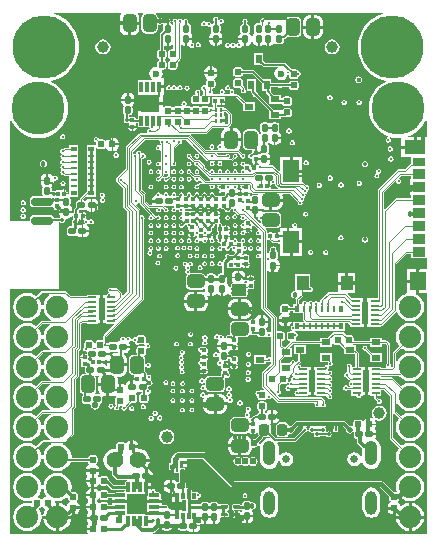
<source format=gbl>
G04*
G04 #@! TF.GenerationSoftware,Altium Limited,Altium Designer,21.7.2 (23)*
G04*
G04 Layer_Physical_Order=8*
G04 Layer_Color=16711680*
%FSLAX25Y25*%
%MOIN*%
G70*
G04*
G04 #@! TF.SameCoordinates,792C483E-89C0-4906-A524-1A3F29707EC7*
G04*
G04*
G04 #@! TF.FilePolarity,Positive*
G04*
G01*
G75*
%ADD10C,0.00500*%
%ADD11C,0.01000*%
%ADD17C,0.00800*%
%ADD18C,0.00600*%
%ADD33R,0.01181X0.03346*%
G04:AMPARAMS|DCode=36|XSize=27.56mil|YSize=70.87mil|CornerRadius=6.89mil|HoleSize=0mil|Usage=FLASHONLY|Rotation=90.000|XOffset=0mil|YOffset=0mil|HoleType=Round|Shape=RoundedRectangle|*
%AMROUNDEDRECTD36*
21,1,0.02756,0.05709,0,0,90.0*
21,1,0.01378,0.07087,0,0,90.0*
1,1,0.01378,0.02854,0.00689*
1,1,0.01378,0.02854,-0.00689*
1,1,0.01378,-0.02854,-0.00689*
1,1,0.01378,-0.02854,0.00689*
%
%ADD36ROUNDEDRECTD36*%
G04:AMPARAMS|DCode=43|XSize=12mil|YSize=15mil|CornerRadius=3mil|HoleSize=0mil|Usage=FLASHONLY|Rotation=270.000|XOffset=0mil|YOffset=0mil|HoleType=Round|Shape=RoundedRectangle|*
%AMROUNDEDRECTD43*
21,1,0.01200,0.00900,0,0,270.0*
21,1,0.00600,0.01500,0,0,270.0*
1,1,0.00600,-0.00450,-0.00300*
1,1,0.00600,-0.00450,0.00300*
1,1,0.00600,0.00450,0.00300*
1,1,0.00600,0.00450,-0.00300*
%
%ADD43ROUNDEDRECTD43*%
G04:AMPARAMS|DCode=49|XSize=43.7mil|YSize=57.87mil|CornerRadius=9.83mil|HoleSize=0mil|Usage=FLASHONLY|Rotation=90.000|XOffset=0mil|YOffset=0mil|HoleType=Round|Shape=RoundedRectangle|*
%AMROUNDEDRECTD49*
21,1,0.04370,0.03821,0,0,90.0*
21,1,0.02404,0.05787,0,0,90.0*
1,1,0.01967,0.01910,0.01202*
1,1,0.01967,0.01910,-0.01202*
1,1,0.01967,-0.01910,-0.01202*
1,1,0.01967,-0.01910,0.01202*
%
%ADD49ROUNDEDRECTD49*%
G04:AMPARAMS|DCode=50|XSize=21.65mil|YSize=22.84mil|CornerRadius=5.52mil|HoleSize=0mil|Usage=FLASHONLY|Rotation=0.000|XOffset=0mil|YOffset=0mil|HoleType=Round|Shape=RoundedRectangle|*
%AMROUNDEDRECTD50*
21,1,0.02165,0.01179,0,0,0.0*
21,1,0.01061,0.02284,0,0,0.0*
1,1,0.01104,0.00531,-0.00590*
1,1,0.01104,-0.00531,-0.00590*
1,1,0.01104,-0.00531,0.00590*
1,1,0.01104,0.00531,0.00590*
%
%ADD50ROUNDEDRECTD50*%
G04:AMPARAMS|DCode=51|XSize=24.8mil|YSize=22.84mil|CornerRadius=5.94mil|HoleSize=0mil|Usage=FLASHONLY|Rotation=270.000|XOffset=0mil|YOffset=0mil|HoleType=Round|Shape=RoundedRectangle|*
%AMROUNDEDRECTD51*
21,1,0.02480,0.01096,0,0,270.0*
21,1,0.01293,0.02284,0,0,270.0*
1,1,0.01187,-0.00548,-0.00647*
1,1,0.01187,-0.00548,0.00647*
1,1,0.01187,0.00548,0.00647*
1,1,0.01187,0.00548,-0.00647*
%
%ADD51ROUNDEDRECTD51*%
G04:AMPARAMS|DCode=52|XSize=21.65mil|YSize=22.84mil|CornerRadius=5.52mil|HoleSize=0mil|Usage=FLASHONLY|Rotation=270.000|XOffset=0mil|YOffset=0mil|HoleType=Round|Shape=RoundedRectangle|*
%AMROUNDEDRECTD52*
21,1,0.02165,0.01179,0,0,270.0*
21,1,0.01061,0.02284,0,0,270.0*
1,1,0.01104,-0.00590,-0.00531*
1,1,0.01104,-0.00590,0.00531*
1,1,0.01104,0.00590,0.00531*
1,1,0.01104,0.00590,-0.00531*
%
%ADD52ROUNDEDRECTD52*%
G04:AMPARAMS|DCode=53|XSize=39.37mil|YSize=39.37mil|CornerRadius=19.68mil|HoleSize=0mil|Usage=FLASHONLY|Rotation=0.000|XOffset=0mil|YOffset=0mil|HoleType=Round|Shape=RoundedRectangle|*
%AMROUNDEDRECTD53*
21,1,0.03937,0.00000,0,0,0.0*
21,1,0.00000,0.03937,0,0,0.0*
1,1,0.03937,0.00000,0.00000*
1,1,0.03937,0.00000,0.00000*
1,1,0.03937,0.00000,0.00000*
1,1,0.03937,0.00000,0.00000*
%
%ADD53ROUNDEDRECTD53*%
G04:AMPARAMS|DCode=54|XSize=24.8mil|YSize=22.84mil|CornerRadius=5.94mil|HoleSize=0mil|Usage=FLASHONLY|Rotation=0.000|XOffset=0mil|YOffset=0mil|HoleType=Round|Shape=RoundedRectangle|*
%AMROUNDEDRECTD54*
21,1,0.02480,0.01096,0,0,0.0*
21,1,0.01293,0.02284,0,0,0.0*
1,1,0.01187,0.00647,-0.00548*
1,1,0.01187,-0.00647,-0.00548*
1,1,0.01187,-0.00647,0.00548*
1,1,0.01187,0.00647,0.00548*
%
%ADD54ROUNDEDRECTD54*%
G04:AMPARAMS|DCode=55|XSize=12mil|YSize=15mil|CornerRadius=3mil|HoleSize=0mil|Usage=FLASHONLY|Rotation=180.000|XOffset=0mil|YOffset=0mil|HoleType=Round|Shape=RoundedRectangle|*
%AMROUNDEDRECTD55*
21,1,0.01200,0.00900,0,0,180.0*
21,1,0.00600,0.01500,0,0,180.0*
1,1,0.00600,-0.00300,0.00450*
1,1,0.00600,0.00300,0.00450*
1,1,0.00600,0.00300,-0.00450*
1,1,0.00600,-0.00300,-0.00450*
%
%ADD55ROUNDEDRECTD55*%
G04:AMPARAMS|DCode=56|XSize=43.7mil|YSize=57.87mil|CornerRadius=9.83mil|HoleSize=0mil|Usage=FLASHONLY|Rotation=0.000|XOffset=0mil|YOffset=0mil|HoleType=Round|Shape=RoundedRectangle|*
%AMROUNDEDRECTD56*
21,1,0.04370,0.03821,0,0,0.0*
21,1,0.02404,0.05787,0,0,0.0*
1,1,0.01967,0.01202,-0.01910*
1,1,0.01967,-0.01202,-0.01910*
1,1,0.01967,-0.01202,0.01910*
1,1,0.01967,0.01202,0.01910*
%
%ADD56ROUNDEDRECTD56*%
%ADD99C,0.01500*%
%ADD100C,0.00400*%
%ADD102C,0.00300*%
%ADD103C,0.01200*%
%ADD109C,0.05600*%
%ADD110O,0.03937X0.07874*%
%ADD111O,0.04134X0.08268*%
%ADD112C,0.02559*%
%ADD113C,0.02362*%
%ADD114C,0.17717*%
%ADD115C,0.07400*%
%ADD116C,0.20984*%
%ADD117C,0.01200*%
%ADD118C,0.01600*%
%ADD119C,0.01100*%
%ADD120C,0.02400*%
%ADD121C,0.02200*%
%ADD122C,0.01800*%
%ADD123C,0.01000*%
%ADD124C,0.01400*%
%ADD125C,0.02000*%
%ADD126R,0.00394X0.00394*%
%ADD127R,0.01181X0.01870*%
%ADD128R,0.02953X0.01969*%
%ADD129R,0.06299X0.05512*%
%ADD130R,0.02756X0.00787*%
%ADD131R,0.01969X0.07480*%
G04:AMPARAMS|DCode=132|XSize=33.86mil|YSize=10.24mil|CornerRadius=1.28mil|HoleSize=0mil|Usage=FLASHONLY|Rotation=180.000|XOffset=0mil|YOffset=0mil|HoleType=Round|Shape=RoundedRectangle|*
%AMROUNDEDRECTD132*
21,1,0.03386,0.00768,0,0,180.0*
21,1,0.03130,0.01024,0,0,180.0*
1,1,0.00256,-0.01565,0.00384*
1,1,0.00256,0.01565,0.00384*
1,1,0.00256,0.01565,-0.00384*
1,1,0.00256,-0.01565,-0.00384*
%
%ADD132ROUNDEDRECTD132*%
G04:AMPARAMS|DCode=133|XSize=33.86mil|YSize=10.24mil|CornerRadius=1.28mil|HoleSize=0mil|Usage=FLASHONLY|Rotation=270.000|XOffset=0mil|YOffset=0mil|HoleType=Round|Shape=RoundedRectangle|*
%AMROUNDEDRECTD133*
21,1,0.03386,0.00768,0,0,270.0*
21,1,0.03130,0.01024,0,0,270.0*
1,1,0.00256,-0.00384,-0.01565*
1,1,0.00256,-0.00384,0.01565*
1,1,0.00256,0.00384,0.01565*
1,1,0.00256,0.00384,-0.01565*
%
%ADD133ROUNDEDRECTD133*%
%ADD134R,0.06614X0.06614*%
%ADD135R,0.00787X0.03543*%
%ADD136R,0.01181X0.00984*%
%ADD137R,0.01181X0.01181*%
%ADD138R,0.00984X0.01181*%
%ADD139R,0.01673X0.01969*%
%ADD140R,0.00984X0.01969*%
%ADD141R,0.03937X0.04724*%
%ADD142R,0.05315X0.06102*%
%ADD143R,0.07087X0.04606*%
%ADD144R,0.05315X0.07480*%
%ADD145R,0.04331X0.03346*%
%ADD146R,0.04331X0.02953*%
G04:AMPARAMS|DCode=147|XSize=34.25mil|YSize=38.19mil|CornerRadius=8.73mil|HoleSize=0mil|Usage=FLASHONLY|Rotation=180.000|XOffset=0mil|YOffset=0mil|HoleType=Round|Shape=RoundedRectangle|*
%AMROUNDEDRECTD147*
21,1,0.03425,0.02072,0,0,180.0*
21,1,0.01678,0.03819,0,0,180.0*
1,1,0.01747,-0.00839,0.01036*
1,1,0.01747,0.00839,0.01036*
1,1,0.01747,0.00839,-0.01036*
1,1,0.01747,-0.00839,-0.01036*
%
%ADD147ROUNDEDRECTD147*%
%ADD148R,0.01969X0.02953*%
%ADD149R,0.01969X0.01673*%
%ADD150R,0.01969X0.00984*%
%ADD151R,0.04724X0.03937*%
%ADD152R,0.08366X0.05413*%
G36*
X124768Y174043D02*
X124438Y173963D01*
X122767Y173271D01*
X121224Y172326D01*
X119849Y171151D01*
X118674Y169776D01*
X117729Y168233D01*
X117036Y166562D01*
X116614Y164803D01*
X116472Y163000D01*
X116614Y161197D01*
X117036Y159438D01*
X117729Y157767D01*
X118674Y156224D01*
X119849Y154849D01*
X121224Y153674D01*
X122767Y152729D01*
X124438Y152036D01*
X125733Y151726D01*
X125772Y151418D01*
X124496Y150736D01*
X122995Y149505D01*
X121764Y148003D01*
X120848Y146291D01*
X120284Y144433D01*
X120094Y142500D01*
X120284Y140567D01*
X120848Y138709D01*
X121764Y136996D01*
X122995Y135495D01*
X124496Y134264D01*
X126209Y133348D01*
X126527Y133252D01*
X126544Y133196D01*
X126331Y132838D01*
X126322Y132836D01*
X126024Y132637D01*
X125826Y132339D01*
X125756Y131988D01*
X125826Y131637D01*
X126024Y131339D01*
X126322Y131140D01*
X126673Y131071D01*
X127024Y131140D01*
X127322Y131339D01*
X127521Y131637D01*
X127591Y131988D01*
X127521Y132339D01*
X127322Y132637D01*
X127187Y132728D01*
X127321Y133011D01*
X128067Y132784D01*
X130000Y132594D01*
X130759Y132669D01*
X130988Y132460D01*
Y130035D01*
X135032D01*
Y132838D01*
X133166D01*
X133120Y133145D01*
X133791Y133348D01*
X135503Y134264D01*
X137005Y135495D01*
X138236Y136996D01*
X139041Y138501D01*
X139351Y138423D01*
Y132838D01*
X136032D01*
Y129535D01*
X135532D01*
Y129035D01*
X130988D01*
Y126232D01*
X134244D01*
Y124258D01*
X133866Y124101D01*
X132016Y122251D01*
X129978D01*
X129978Y122251D01*
X129978Y122251D01*
X129838Y122194D01*
X129595Y122093D01*
X129595Y122093D01*
X123208Y115706D01*
X123050Y115323D01*
X123050Y115323D01*
Y79239D01*
X120170D01*
Y79149D01*
X119398D01*
Y74409D01*
Y69669D01*
X120170D01*
Y69578D01*
X123926D01*
Y69644D01*
X124016Y69931D01*
X124245Y70026D01*
X124399Y70089D01*
X124399Y70089D01*
X124399Y70089D01*
X129071Y74763D01*
X129311Y74759D01*
X129422Y74727D01*
X129753Y73929D01*
X130506Y72947D01*
X131488Y72194D01*
X132631Y71720D01*
X133858Y71558D01*
X135085Y71720D01*
X136228Y72194D01*
X137210Y72947D01*
X137963Y73929D01*
X138437Y75072D01*
X138599Y76299D01*
X138437Y77526D01*
X137963Y78669D01*
X137210Y79651D01*
X136228Y80404D01*
X135739Y80607D01*
X135801Y80917D01*
X135918D01*
Y84468D01*
X132760D01*
Y81165D01*
X132665Y80883D01*
X132631Y80878D01*
X132377Y80773D01*
X131488Y80404D01*
X130506Y79651D01*
X129753Y78669D01*
X129585Y78265D01*
X129281Y78326D01*
Y90721D01*
X132673Y94113D01*
X134244D01*
Y92481D01*
X139351D01*
Y89019D01*
X136918D01*
Y84968D01*
Y80917D01*
X139351D01*
Y649D01*
X48278D01*
X48247Y959D01*
X48562Y1022D01*
X48860Y1221D01*
X50166Y2527D01*
X51158D01*
X51178Y2431D01*
X51419Y2069D01*
X51781Y1827D01*
X52208Y1742D01*
X53304D01*
X53731Y1827D01*
X54093Y2069D01*
X54334Y2431D01*
X54353Y2527D01*
X56540D01*
X56552Y2470D01*
X56793Y2108D01*
X57155Y1867D01*
X57582Y1782D01*
X58875D01*
X59302Y1867D01*
X59632Y2087D01*
X59858Y1748D01*
X60385Y1396D01*
X61007Y1272D01*
X61353D01*
Y3445D01*
X61654D01*
Y3745D01*
X63925D01*
Y3979D01*
X64023Y4077D01*
X64179Y4181D01*
X64283Y4112D01*
X64905Y3988D01*
X65153D01*
Y6260D01*
X65753D01*
Y3988D01*
X66001D01*
X66623Y4112D01*
X66929Y4317D01*
X67236Y4112D01*
X67857Y3988D01*
X68106D01*
Y6260D01*
X68705D01*
Y3988D01*
X68954D01*
X69575Y4112D01*
X70103Y4464D01*
X70455Y4992D01*
X70578Y5613D01*
Y6136D01*
X70766Y6261D01*
X73166D01*
X73395Y6357D01*
X73491Y6586D01*
Y7169D01*
X73516D01*
Y7766D01*
X72916Y8366D01*
X73516Y8966D01*
Y9563D01*
X73491D01*
Y10146D01*
X73395Y10376D01*
X73166Y10471D01*
X72027D01*
X71877Y10501D01*
X71877Y10501D01*
X70035D01*
X69984Y10758D01*
X69742Y11120D01*
X69380Y11362D01*
X68954Y11447D01*
X67857D01*
X67431Y11362D01*
X67069Y11120D01*
X66789D01*
X66427Y11362D01*
X66001Y11447D01*
X64905D01*
X64478Y11362D01*
X64116Y11120D01*
X63875Y10758D01*
X63823Y10501D01*
X60855D01*
Y11903D01*
X63099D01*
Y12493D01*
X63189Y12567D01*
X63540Y12637D01*
X63838Y12835D01*
X64037Y13133D01*
X64107Y13484D01*
X64037Y13835D01*
X63838Y14133D01*
X63540Y14332D01*
X63189Y14402D01*
X63099Y14476D01*
Y14773D01*
X61357D01*
X61256Y14896D01*
X61163Y15364D01*
X60898Y15761D01*
X60501Y16026D01*
X60033Y16119D01*
X59591Y16031D01*
X59548Y16037D01*
X59281Y16210D01*
Y17084D01*
X59196Y17510D01*
X58955Y17872D01*
X58908Y17903D01*
Y20611D01*
X58928D01*
Y22595D01*
X58232D01*
X57838Y22674D01*
X57443Y22595D01*
X57058D01*
Y23064D01*
X57338D01*
Y24556D01*
X57838D01*
Y25056D01*
X59428D01*
Y25788D01*
X64726D01*
X73948Y16566D01*
X73948Y16566D01*
X74295Y16334D01*
X74705Y16252D01*
X86575D01*
X86595Y15942D01*
X86154Y15884D01*
X85432Y15585D01*
X84812Y15109D01*
X84336Y14489D01*
X84037Y13767D01*
X83935Y12992D01*
Y9055D01*
X84037Y8280D01*
X84336Y7558D01*
X84812Y6938D01*
X85432Y6462D01*
X86154Y6163D01*
X86929Y6061D01*
X87704Y6163D01*
X88426Y6462D01*
X89046Y6938D01*
X89522Y7558D01*
X89821Y8280D01*
X89923Y9055D01*
Y12992D01*
X89821Y13767D01*
X89522Y14489D01*
X89046Y15109D01*
X88426Y15585D01*
X87704Y15884D01*
X87263Y15942D01*
X87284Y16252D01*
X120590D01*
X120611Y15942D01*
X120170Y15884D01*
X119448Y15585D01*
X118828Y15109D01*
X118352Y14489D01*
X118053Y13767D01*
X117951Y12992D01*
Y9055D01*
X118053Y8280D01*
X118352Y7558D01*
X118828Y6938D01*
X119448Y6462D01*
X120170Y6163D01*
X120945Y6061D01*
X121720Y6163D01*
X122442Y6462D01*
X123062Y6938D01*
X123538Y7558D01*
X123837Y8280D01*
X123939Y9055D01*
Y12992D01*
X123837Y13767D01*
X123538Y14489D01*
X123062Y15109D01*
X122442Y15585D01*
X121720Y15884D01*
X121279Y15942D01*
X121299Y16252D01*
X123768D01*
X126881Y13140D01*
Y12461D01*
X126962Y12051D01*
X127195Y11703D01*
X127394Y11570D01*
X127348Y11244D01*
X126834Y10901D01*
X126491Y10388D01*
X126371Y9782D01*
Y9752D01*
X128543D01*
Y9252D01*
X129043D01*
Y7006D01*
X129190Y6853D01*
X129183Y6799D01*
X133358D01*
Y10974D01*
X132631Y10878D01*
X131488Y10404D01*
X130943Y9986D01*
X130653Y10096D01*
X130595Y10388D01*
X130252Y10901D01*
X129738Y11244D01*
X129692Y11570D01*
X129891Y11703D01*
X130124Y12051D01*
X130170Y12282D01*
X130439Y12335D01*
X130786Y12567D01*
X130879Y12660D01*
X131488Y12194D01*
X132631Y11720D01*
X133858Y11558D01*
X135085Y11720D01*
X136228Y12194D01*
X137210Y12947D01*
X137963Y13929D01*
X138437Y15072D01*
X138599Y16299D01*
X138437Y17526D01*
X137963Y18669D01*
X137210Y19651D01*
X136228Y20404D01*
X135085Y20878D01*
X133858Y21040D01*
X132631Y20878D01*
X131488Y20404D01*
X130506Y19651D01*
X129753Y18669D01*
X129279Y17526D01*
X129117Y16299D01*
X129279Y15072D01*
X129382Y14824D01*
X129185Y14585D01*
X129133Y14595D01*
X128454D01*
X124969Y18080D01*
X124622Y18312D01*
X124212Y18393D01*
X75148D01*
X65926Y27615D01*
X65579Y27847D01*
X65169Y27929D01*
X56485D01*
X56075Y27847D01*
X55728Y27615D01*
X54658Y26546D01*
X54426Y26198D01*
X54345Y25789D01*
Y24447D01*
X54068Y24170D01*
X53401D01*
Y21989D01*
X55271D01*
Y20808D01*
X56747D01*
Y20611D01*
X56767D01*
Y18178D01*
X56446Y18114D01*
X56117Y17893D01*
X55890Y18233D01*
X55363Y18585D01*
X54741Y18708D01*
X54395D01*
Y16535D01*
Y14363D01*
X54512D01*
Y13838D01*
X56102D01*
Y13338D01*
X56602D01*
Y11403D01*
X57693D01*
Y11903D01*
X59224D01*
Y9099D01*
X59223Y9099D01*
X59224Y9099D01*
Y8175D01*
X57693D01*
Y8675D01*
X56602D01*
Y6740D01*
X55602D01*
Y8675D01*
X54512D01*
X54462Y8710D01*
X54453Y8725D01*
X53926Y9077D01*
X53304Y9200D01*
X53217Y9307D01*
X53265Y9550D01*
X53196Y9901D01*
X52997Y10199D01*
X52699Y10398D01*
X52348Y10468D01*
X51996Y10398D01*
X51699Y10199D01*
X51661Y10143D01*
X51194D01*
X51031Y10453D01*
X51191Y10692D01*
X51255Y11016D01*
X48563D01*
Y12016D01*
X51255D01*
X51191Y12340D01*
X50941Y12713D01*
X50721Y12861D01*
X50768Y13101D01*
Y13869D01*
X50720Y14114D01*
X50581Y14322D01*
X50373Y14460D01*
X50128Y14509D01*
X49390D01*
X49261Y14666D01*
X49191Y15018D01*
X48992Y15315D01*
X48694Y15514D01*
X48343Y15584D01*
X47992Y15514D01*
X47710Y15326D01*
X47622Y15344D01*
X47400Y15433D01*
Y15682D01*
X45866D01*
Y16682D01*
X47400D01*
Y17747D01*
X47313Y18187D01*
X47312Y18188D01*
X47613Y18389D01*
X47965Y18916D01*
X48089Y19538D01*
Y19786D01*
X45818D01*
Y20386D01*
X48089D01*
Y20634D01*
X47965Y21256D01*
X47613Y21783D01*
X47086Y22135D01*
X46464Y22259D01*
X46195D01*
X46080Y22569D01*
X46626Y23281D01*
X47009Y24205D01*
X47074Y24697D01*
X43307D01*
Y25697D01*
X47074D01*
X47009Y26189D01*
X46626Y27113D01*
X46017Y27907D01*
X45223Y28516D01*
X44299Y28899D01*
X43544Y28999D01*
X43292Y29117D01*
X43274Y29224D01*
X41142D01*
Y29724D01*
X40642D01*
Y31896D01*
X40611D01*
X40006Y31776D01*
X39492Y31433D01*
X39149Y30919D01*
X38824Y30873D01*
X38691Y31072D01*
X38343Y31305D01*
X37932Y31386D01*
X36871D01*
X36461Y31305D01*
X36113Y31072D01*
X35880Y30724D01*
X35799Y30314D01*
Y29294D01*
X35538Y29016D01*
X35433Y29030D01*
X34441Y28899D01*
X33517Y28516D01*
X32723Y27907D01*
X32114Y27113D01*
X31731Y26189D01*
X31600Y25197D01*
X31731Y24205D01*
X32114Y23281D01*
X32723Y22487D01*
X33517Y21878D01*
X34441Y21495D01*
X34515Y21485D01*
Y21260D01*
X34564Y21014D01*
X34515Y20768D01*
X34585Y20417D01*
X34784Y20119D01*
X35965Y18938D01*
X36263Y18739D01*
X36614Y18669D01*
X39405D01*
X39436Y18359D01*
X39331Y18338D01*
X39123Y18200D01*
X38984Y17992D01*
X38936Y17747D01*
Y16996D01*
X35043D01*
X33394Y18645D01*
Y18995D01*
X33313Y19406D01*
X33080Y19754D01*
X32732Y19986D01*
X32322Y20068D01*
X31261D01*
X30850Y19986D01*
X30502Y19754D01*
X30369Y19555D01*
X30044Y19601D01*
X29767Y20015D01*
X30103Y20517D01*
X30223Y21123D01*
Y21153D01*
X28051D01*
X25879D01*
Y21123D01*
X25999Y20517D01*
X26335Y20015D01*
X26058Y19601D01*
X25938Y18995D01*
Y18706D01*
X28051D01*
Y18406D01*
X28351D01*
Y16234D01*
X28581D01*
X29187Y16354D01*
X29700Y16697D01*
X30044Y17211D01*
X30369Y17257D01*
X30502Y17058D01*
X30850Y16825D01*
X31261Y16744D01*
X32322D01*
X32732Y16825D01*
X32837Y16895D01*
X34128Y15604D01*
X34128Y15604D01*
X34393Y15427D01*
X34705Y15365D01*
X34705Y15365D01*
X38936D01*
Y14839D01*
X38606D01*
Y14509D01*
X35698D01*
X35453Y14460D01*
X35245Y14322D01*
X35230Y14299D01*
X33389D01*
X33313Y14681D01*
X33080Y15029D01*
X32732Y15261D01*
X32322Y15343D01*
X31261D01*
X30850Y15261D01*
X30502Y15029D01*
X30369Y14830D01*
X30044Y14876D01*
X29700Y15390D01*
X29187Y15732D01*
X28581Y15853D01*
X28351D01*
Y13681D01*
X28051D01*
Y13381D01*
X25938D01*
Y13091D01*
X26058Y12486D01*
X26401Y11972D01*
X26558Y11867D01*
Y11557D01*
X26402Y11453D01*
X26059Y10939D01*
X25938Y10334D01*
Y10044D01*
X28051D01*
Y9444D01*
X25938D01*
Y9155D01*
X26059Y8549D01*
X26402Y8036D01*
X26498Y7971D01*
X26528Y7578D01*
X26258Y7174D01*
X26134Y6552D01*
Y6304D01*
X28405D01*
Y5704D01*
X26134D01*
Y5456D01*
X26258Y4834D01*
X26543Y4407D01*
X26599Y4071D01*
X26255Y3557D01*
X26135Y2952D01*
Y2662D01*
X28248D01*
Y2062D01*
X26135D01*
Y1773D01*
X26255Y1167D01*
X26394Y959D01*
X26228Y649D01*
X649D01*
Y82368D01*
X16883D01*
Y104493D01*
X17193Y104570D01*
X17493Y104370D01*
X17883Y104293D01*
X18273Y104370D01*
X18604Y104591D01*
X18825Y104922D01*
X18902Y105312D01*
X18875Y105450D01*
X19129Y105760D01*
X19643D01*
X20264Y105884D01*
X20791Y106236D01*
X21096Y106692D01*
X21406Y106615D01*
Y106243D01*
X21468Y105931D01*
X21645Y105666D01*
Y105658D01*
X21326Y105445D01*
X21105Y105114D01*
X21027Y104724D01*
X21105Y104334D01*
X21231Y104145D01*
Y103336D01*
X20574D01*
X20147Y103252D01*
X19785Y103010D01*
X19544Y102648D01*
X19459Y102221D01*
Y101125D01*
X19544Y100698D01*
X19785Y100337D01*
X20147Y100095D01*
X20574Y100010D01*
X21867D01*
X22294Y100095D01*
X22624Y100315D01*
X22850Y99976D01*
X23377Y99624D01*
X23999Y99500D01*
X24346D01*
Y101673D01*
Y103846D01*
X23999D01*
X23377Y103723D01*
X23136Y103561D01*
X22863Y103707D01*
Y104145D01*
X22989Y104334D01*
X23067Y104724D01*
X23065Y104733D01*
X23143Y104810D01*
X23297Y105042D01*
X23352Y105315D01*
Y105367D01*
X23485Y105485D01*
X23773Y105594D01*
X24071Y105395D01*
X24422Y105325D01*
X24522D01*
Y106693D01*
Y108061D01*
X24422D01*
X24071Y107991D01*
X23773Y107792D01*
X23485Y107901D01*
X23352Y108019D01*
Y108376D01*
X23561Y108586D01*
X23625Y108573D01*
X24918D01*
X25345Y108658D01*
X25675Y108878D01*
X25901Y108539D01*
X26428Y108187D01*
X27050Y108063D01*
X27397D01*
Y110236D01*
Y112409D01*
X27050D01*
X26428Y112285D01*
X25901Y111933D01*
X25675Y111594D01*
X25345Y111814D01*
X25079Y111867D01*
X24976Y112203D01*
X25887Y113114D01*
X26173Y113085D01*
Y113085D01*
X26173Y113085D01*
X29142D01*
Y117709D01*
Y121646D01*
Y125583D01*
Y129315D01*
X29452Y129410D01*
X29616Y129164D01*
X29965Y128931D01*
X30375Y128849D01*
X31436D01*
X31847Y128931D01*
X32195Y129164D01*
X32328Y129363D01*
X32653Y129317D01*
X32996Y128803D01*
X33509Y128460D01*
X34115Y128340D01*
X34346D01*
Y130512D01*
Y132684D01*
X34115D01*
X33509Y132563D01*
X32996Y132220D01*
X32653Y131707D01*
X32328Y131661D01*
X32195Y131860D01*
X31847Y132092D01*
X31436Y132174D01*
X30408D01*
X30115Y132178D01*
X30049Y132509D01*
X29862Y132790D01*
X29580Y132978D01*
X29249Y133044D01*
X28917Y132978D01*
X28636Y132790D01*
X28448Y132509D01*
X28382Y132178D01*
X28448Y131846D01*
X28636Y131565D01*
X28917Y131377D01*
X29249Y131311D01*
X29302Y131008D01*
Y130466D01*
X29142Y130222D01*
X28992Y130222D01*
X26173D01*
Y127550D01*
Y123615D01*
Y119678D01*
Y114785D01*
X25925Y114682D01*
X25925Y114682D01*
X23889Y112646D01*
X23730Y112264D01*
X23730Y112264D01*
Y111899D01*
X23625D01*
X23198Y111814D01*
X22836Y111573D01*
X22595Y111211D01*
X22510Y110784D01*
Y109688D01*
X22532Y109575D01*
X22133Y109176D01*
X21979Y108945D01*
X21924Y108672D01*
Y107899D01*
X21910Y107897D01*
X21645Y107720D01*
X21577Y107618D01*
X21267Y107712D01*
Y107731D01*
X19094D01*
X16921D01*
Y107385D01*
X17045Y106763D01*
X17246Y106462D01*
X17174Y106041D01*
X17162Y106033D01*
X17157Y106026D01*
X15145D01*
X15096Y106271D01*
X14834Y106664D01*
X14440Y106927D01*
X13976Y107019D01*
X8268D01*
X7804Y106927D01*
X7411Y106664D01*
X7148Y106271D01*
X7056Y105807D01*
Y105059D01*
X869Y105025D01*
X649Y105243D01*
Y138423D01*
X959Y138501D01*
X1764Y136996D01*
X2995Y135495D01*
X4496Y134264D01*
X6209Y133348D01*
X8067Y132784D01*
X10000Y132594D01*
X11933Y132784D01*
X13791Y133348D01*
X15504Y134264D01*
X17005Y135495D01*
X18237Y136996D01*
X19152Y138709D01*
X19716Y140567D01*
X19906Y142500D01*
X19716Y144433D01*
X19152Y146291D01*
X18237Y148003D01*
X17005Y149505D01*
X15504Y150736D01*
X14228Y151418D01*
X14267Y151726D01*
X15562Y152036D01*
X17233Y152729D01*
X18776Y153674D01*
X20151Y154849D01*
X21326Y156224D01*
X22271Y157767D01*
X22964Y159438D01*
X23386Y161197D01*
X23528Y163000D01*
X23386Y164803D01*
X22964Y166562D01*
X22271Y168233D01*
X21326Y169776D01*
X20151Y171151D01*
X18776Y172326D01*
X17233Y173271D01*
X15562Y173963D01*
X15232Y174043D01*
X15269Y174351D01*
X37446D01*
X37612Y174041D01*
X37285Y173550D01*
X37131Y172776D01*
Y171366D01*
X40354D01*
X43578D01*
Y172776D01*
X43424Y173550D01*
X43097Y174041D01*
X43263Y174351D01*
X44974D01*
X45068Y174041D01*
X44776Y173846D01*
X44449Y173355D01*
X44333Y172776D01*
Y168956D01*
X44449Y168377D01*
X44776Y167886D01*
X45267Y167558D01*
X45846Y167443D01*
X48249D01*
X48828Y167558D01*
X49319Y167886D01*
X49646Y168377D01*
X49762Y168956D01*
Y170289D01*
X50072Y170495D01*
X50394Y170431D01*
X50862Y170524D01*
X51009Y170622D01*
X51476D01*
X51641Y170312D01*
X51571Y170207D01*
X51486Y169780D01*
Y168487D01*
X51503Y168405D01*
X50624Y167526D01*
X50433Y167067D01*
Y162170D01*
X50142Y162112D01*
X49794Y161880D01*
X49561Y161532D01*
X49479Y161121D01*
Y159942D01*
X49561Y159531D01*
X49794Y159183D01*
X50104Y158976D01*
X50124Y158809D01*
X50104Y158642D01*
X49794Y158435D01*
X49561Y158087D01*
X49479Y157676D01*
Y156565D01*
X49253Y156294D01*
X49134Y156318D01*
X48283Y156149D01*
X47562Y155666D01*
X47080Y154945D01*
X46910Y154094D01*
X47080Y153243D01*
X47562Y152522D01*
X47914Y152286D01*
X47820Y151976D01*
X43200D01*
Y147850D01*
X43095D01*
Y144594D01*
X47244D01*
X51394D01*
Y147130D01*
X51788D01*
Y149303D01*
X50197D01*
Y150303D01*
X51788D01*
Y152476D01*
X51049D01*
X50883Y152786D01*
X51188Y153243D01*
X51358Y154094D01*
X51188Y154945D01*
X51051Y155151D01*
X51197Y155424D01*
X51613D01*
X52024Y155506D01*
X52372Y155738D01*
X52604Y156087D01*
X52686Y156497D01*
Y157676D01*
X52604Y158087D01*
X52372Y158435D01*
X52061Y158642D01*
X52041Y158809D01*
X52061Y158976D01*
X52372Y159183D01*
X52604Y159531D01*
X52686Y159942D01*
Y161121D01*
X52604Y161532D01*
X52372Y161880D01*
X52024Y162112D01*
X51732Y162170D01*
Y163382D01*
X52042Y163549D01*
X52602Y163437D01*
X52850D01*
Y165709D01*
X53450D01*
Y163437D01*
X53698D01*
X54320Y163561D01*
X54661Y163789D01*
X54971Y163623D01*
Y162194D01*
X54292D01*
X53882Y162112D01*
X53534Y161880D01*
X53301Y161532D01*
X53220Y161121D01*
Y159942D01*
X53301Y159531D01*
X53534Y159183D01*
X53844Y158976D01*
X53865Y158809D01*
X53844Y158642D01*
X53534Y158435D01*
X53301Y158087D01*
X53220Y157676D01*
Y156497D01*
X53301Y156087D01*
X53534Y155738D01*
X53882Y155506D01*
X54292Y155424D01*
X55353D01*
X55764Y155506D01*
X56112Y155738D01*
X56344Y156087D01*
X56426Y156497D01*
Y157676D01*
X56385Y157883D01*
X57272Y158771D01*
X57272Y158771D01*
X57431Y159153D01*
X57431Y159153D01*
Y163558D01*
X57741Y163723D01*
X57984Y163561D01*
X58605Y163437D01*
X58854D01*
Y165709D01*
X59153D01*
Y166009D01*
X61326D01*
Y166355D01*
X61203Y166977D01*
X60851Y167504D01*
X60511Y167731D01*
X60732Y168061D01*
X60817Y168487D01*
Y169780D01*
X60732Y170207D01*
X60490Y170569D01*
X60128Y170811D01*
X59803Y170875D01*
Y171244D01*
X59856Y171322D01*
X59922Y171654D01*
X59856Y171986D01*
X59668Y172267D01*
X59387Y172455D01*
X59055Y172521D01*
X58723Y172455D01*
X58442Y172267D01*
X58348Y172126D01*
X57990Y172126D01*
X57896Y172266D01*
X57615Y172454D01*
X57284Y172520D01*
X56952Y172454D01*
X56671Y172266D01*
X56577Y172126D01*
X56219Y172126D01*
X56125Y172267D01*
X55844Y172455D01*
X55512Y172521D01*
X55180Y172455D01*
X54899Y172267D01*
X54711Y171986D01*
X54645Y171654D01*
X54711Y171322D01*
X54899Y171041D01*
X54971Y170993D01*
Y170402D01*
X54661Y170308D01*
X54486Y170569D01*
X54124Y170811D01*
X54119Y170812D01*
X53976Y171156D01*
X53998Y171188D01*
X54068Y171539D01*
X53998Y171890D01*
X53958Y171950D01*
X53951Y171986D01*
X53763Y172267D01*
X53482Y172455D01*
X53150Y172521D01*
X52829Y172457D01*
X51301D01*
X51259Y172519D01*
X50862Y172784D01*
X50394Y172878D01*
X50057Y172811D01*
X49917Y172794D01*
X49714Y173016D01*
X49646Y173355D01*
X49319Y173846D01*
X49027Y174041D01*
X49121Y174351D01*
X124731D01*
X124768Y174043D01*
D02*
G37*
G36*
X134244Y118980D02*
X133744D01*
Y116807D01*
X136910D01*
Y115807D01*
X133744D01*
Y113634D01*
X134244D01*
Y112517D01*
X129299D01*
X128916Y112359D01*
X128916Y112359D01*
X125442Y108885D01*
X125132Y109013D01*
Y114524D01*
X128890Y118282D01*
X128920Y118281D01*
X129206Y118160D01*
X129251Y117935D01*
X129439Y117654D01*
X129720Y117466D01*
X130052Y117400D01*
X130383Y117466D01*
X130665Y117654D01*
X130852Y117935D01*
X130918Y118267D01*
X130852Y118598D01*
X130665Y118879D01*
X130383Y119067D01*
X130158Y119112D01*
X130038Y119398D01*
X130036Y119428D01*
X130704Y120097D01*
X134244D01*
Y118980D01*
D02*
G37*
G36*
X34672Y12395D02*
X34635Y12340D01*
X34571Y12016D01*
X37263D01*
Y11016D01*
X34571D01*
X34635Y10692D01*
X34673Y10636D01*
X34527Y10362D01*
X33389D01*
X33313Y10744D01*
X33080Y11092D01*
X32732Y11325D01*
X32322Y11406D01*
X31261D01*
X30850Y11325D01*
X30502Y11092D01*
X30369Y10893D01*
X30044Y10939D01*
X29701Y11453D01*
X29544Y11558D01*
Y11868D01*
X29700Y11972D01*
X30044Y12486D01*
X30369Y12532D01*
X30502Y12333D01*
X30850Y12100D01*
X31261Y12019D01*
X32322D01*
X32732Y12100D01*
X33080Y12333D01*
X33304Y12668D01*
X34526D01*
X34672Y12395D01*
D02*
G37*
G36*
X73166Y9546D02*
X72666Y9046D01*
X70766D01*
Y10146D01*
X73166D01*
Y9546D01*
D02*
G37*
G36*
Y7186D02*
Y6586D01*
X70766D01*
Y7686D01*
X72666D01*
X73166Y7186D01*
D02*
G37*
%LPC*%
G36*
X95985Y173009D02*
X93582D01*
X93003Y172894D01*
X92743Y172721D01*
X92563Y172795D01*
X85247D01*
X84788Y172605D01*
X84694Y172511D01*
X84646Y172521D01*
X84314Y172455D01*
X84033Y172267D01*
X83845Y171986D01*
X83779Y171654D01*
X83845Y171322D01*
X83923Y171205D01*
X83758Y170895D01*
X82916D01*
X82490Y170811D01*
X82128Y170569D01*
X81886Y170207D01*
X81801Y169780D01*
Y168487D01*
X81886Y168061D01*
X82107Y167731D01*
X81768Y167504D01*
X81415Y166977D01*
X81292Y166355D01*
X80989Y166372D01*
X80888Y166878D01*
X80536Y167406D01*
X80196Y167632D01*
X80417Y167962D01*
X80502Y168389D01*
Y169682D01*
X80417Y170109D01*
X80175Y170470D01*
X79813Y170712D01*
X79488Y170777D01*
Y171096D01*
X79639Y171322D01*
X79705Y171653D01*
X79639Y171985D01*
X79451Y172266D01*
X79170Y172454D01*
X78839Y172520D01*
X78507Y172454D01*
X78226Y172266D01*
X78038Y171985D01*
X77972Y171653D01*
X78038Y171322D01*
X78189Y171096D01*
Y170777D01*
X77864Y170712D01*
X77502Y170470D01*
X77260Y170109D01*
X77175Y169682D01*
Y168389D01*
X77260Y167962D01*
X77481Y167632D01*
X77142Y167406D01*
X76789Y166878D01*
X76666Y166257D01*
Y165910D01*
X78839D01*
Y165610D01*
X79139D01*
Y163339D01*
X79387D01*
X80008Y163463D01*
X80536Y163815D01*
X80888Y164342D01*
X81011Y164964D01*
X81314Y164947D01*
X81415Y164440D01*
X81768Y163913D01*
X82295Y163561D01*
X82916Y163437D01*
X83165D01*
Y165709D01*
X83765D01*
Y163437D01*
X84013D01*
X84634Y163561D01*
X85039Y163831D01*
X85444Y163561D01*
X86066Y163437D01*
X86314D01*
Y165709D01*
X86914D01*
Y163437D01*
X87162D01*
X87784Y163561D01*
X88311Y163913D01*
X88500Y164196D01*
X88821Y164274D01*
X89183Y164032D01*
X89609Y163947D01*
X90706D01*
X91132Y164032D01*
X91494Y164274D01*
X91736Y164636D01*
X91821Y165062D01*
Y165490D01*
X91834D01*
X92293Y165680D01*
X92936Y166323D01*
X93003Y166279D01*
X93582Y166164D01*
X95985D01*
X96564Y166279D01*
X97055Y166607D01*
X97382Y167097D01*
X97498Y167676D01*
Y171497D01*
X97382Y172076D01*
X97055Y172566D01*
X96564Y172894D01*
X95985Y173009D01*
D02*
G37*
G36*
X69072Y173180D02*
X68740Y173114D01*
X68459Y172926D01*
X68271Y172645D01*
X68205Y172313D01*
X68271Y171982D01*
X68445Y171721D01*
Y170875D01*
X68120Y170811D01*
X67868Y170642D01*
X67856Y170643D01*
X67551Y170773D01*
X67550Y170774D01*
X67508Y170984D01*
X67320Y171265D01*
X67039Y171453D01*
X66707Y171519D01*
X66376Y171453D01*
X66095Y171265D01*
X65728Y171275D01*
X65713Y171298D01*
X65432Y171486D01*
X65100Y171552D01*
X64768Y171486D01*
X64487Y171298D01*
X64299Y171017D01*
X64233Y170685D01*
X64299Y170353D01*
X64487Y170072D01*
X64768Y169885D01*
X65100Y169818D01*
X65432Y169885D01*
X65713Y170072D01*
X66079Y170063D01*
X66095Y170039D01*
X66376Y169852D01*
X66707Y169786D01*
X67039Y169852D01*
X67143Y169921D01*
X67335Y169827D01*
X67431Y169741D01*
Y168487D01*
X67516Y168061D01*
X67737Y167731D01*
X67397Y167504D01*
X67045Y166977D01*
X66922Y166355D01*
Y166009D01*
X69095D01*
X71267D01*
Y166355D01*
X71144Y166977D01*
X70792Y167504D01*
X70452Y167731D01*
X70673Y168061D01*
X70758Y168487D01*
Y169780D01*
X70673Y170207D01*
X70431Y170569D01*
X70069Y170811D01*
X69744Y170875D01*
Y171631D01*
X69802Y171675D01*
X69831Y171672D01*
X70123Y171529D01*
X70164Y171322D01*
X70352Y171041D01*
X70633Y170853D01*
X70965Y170787D01*
X71296Y170853D01*
X71577Y171041D01*
X71765Y171322D01*
X71831Y171653D01*
X71765Y171985D01*
X71577Y172266D01*
X71296Y172454D01*
X70965Y172520D01*
X70633Y172454D01*
X70352Y172266D01*
X70239Y172097D01*
X70220Y172069D01*
X70196Y172041D01*
X69908Y172160D01*
X69919Y172214D01*
X69938Y172313D01*
X69872Y172645D01*
X69684Y172926D01*
X69403Y173114D01*
X69072Y173180D01*
D02*
G37*
G36*
X102678Y173519D02*
X101976D01*
Y170087D01*
X104700D01*
Y171497D01*
X104546Y172271D01*
X104108Y172927D01*
X103452Y173365D01*
X102678Y173519D01*
D02*
G37*
G36*
X100976D02*
X100275D01*
X99501Y173365D01*
X98845Y172927D01*
X98406Y172271D01*
X98252Y171497D01*
Y170087D01*
X100976D01*
Y173519D01*
D02*
G37*
G36*
X43578Y170366D02*
X40854D01*
Y166933D01*
X41556D01*
X42330Y167087D01*
X42986Y167526D01*
X43424Y168182D01*
X43578Y168956D01*
Y170366D01*
D02*
G37*
G36*
X39854D02*
X37131D01*
Y168956D01*
X37285Y168182D01*
X37723Y167526D01*
X38379Y167087D01*
X39153Y166933D01*
X39854D01*
Y170366D01*
D02*
G37*
G36*
X104700Y169087D02*
X101976D01*
Y165654D01*
X102678D01*
X103452Y165808D01*
X104108Y166246D01*
X104546Y166902D01*
X104700Y167676D01*
Y169087D01*
D02*
G37*
G36*
X100976D02*
X98252D01*
Y167676D01*
X98406Y166902D01*
X98845Y166246D01*
X99501Y165808D01*
X100275Y165654D01*
X100976D01*
Y169087D01*
D02*
G37*
G36*
X78539Y165310D02*
X76666D01*
Y164964D01*
X76781Y164383D01*
X76618Y164351D01*
X76337Y164163D01*
X76149Y163882D01*
X76100Y163637D01*
X75784D01*
X75738Y163869D01*
X75550Y164151D01*
X75269Y164338D01*
X74937Y164404D01*
X74606Y164338D01*
X74325Y164151D01*
X74154Y163895D01*
X74005Y163880D01*
X73827Y163902D01*
X73652Y164163D01*
X73371Y164351D01*
X73040Y164417D01*
X72708Y164351D01*
X72427Y164163D01*
X72239Y163882D01*
X72173Y163550D01*
X72239Y163219D01*
X72427Y162938D01*
X72708Y162750D01*
X73040Y162684D01*
X73371Y162750D01*
X73652Y162938D01*
X73823Y163193D01*
X73972Y163208D01*
X74150Y163186D01*
X74325Y162925D01*
X74606Y162737D01*
X74937Y162671D01*
X75269Y162737D01*
X75550Y162925D01*
X75738Y163206D01*
X75787Y163451D01*
X76103D01*
X76149Y163219D01*
X76337Y162938D01*
X76618Y162750D01*
X76950Y162684D01*
X77282Y162750D01*
X77563Y162938D01*
X77751Y163219D01*
X77794Y163438D01*
X78290Y163339D01*
X78539D01*
Y165310D01*
D02*
G37*
G36*
X71267Y165409D02*
X69394D01*
Y163437D01*
X69643D01*
X70264Y163561D01*
X70792Y163913D01*
X71144Y164440D01*
X71267Y165062D01*
Y165409D01*
D02*
G37*
G36*
X68795D02*
X66922D01*
Y165062D01*
X67045Y164440D01*
X67397Y163913D01*
X67925Y163561D01*
X68546Y163437D01*
X68795D01*
Y165409D01*
D02*
G37*
G36*
X63281Y164554D02*
X62949Y164488D01*
X62668Y164300D01*
X62480Y164019D01*
X62414Y163687D01*
X62480Y163355D01*
X62668Y163074D01*
X62949Y162886D01*
X63281Y162820D01*
X63613Y162886D01*
X63894Y163074D01*
X64082Y163355D01*
X64148Y163687D01*
X64082Y164019D01*
X63894Y164300D01*
X63613Y164488D01*
X63281Y164554D01*
D02*
G37*
G36*
X61326Y165409D02*
X59453D01*
Y163437D01*
X59702D01*
X60253Y163547D01*
X60266Y163534D01*
X60332Y163203D01*
X60520Y162921D01*
X60801Y162733D01*
X61133Y162668D01*
X61465Y162733D01*
X61746Y162921D01*
X61933Y163203D01*
X61999Y163534D01*
X61933Y163866D01*
X61746Y164147D01*
X61465Y164335D01*
X61227Y164382D01*
X61203Y164440D01*
X61326Y165062D01*
Y165409D01*
D02*
G37*
G36*
X107874Y165509D02*
X106911Y165317D01*
X106094Y164772D01*
X105549Y163955D01*
X105357Y162992D01*
X105549Y162029D01*
X106094Y161212D01*
X106911Y160667D01*
X107874Y160475D01*
X108837Y160667D01*
X109654Y161212D01*
X110199Y162029D01*
X110391Y162992D01*
X110199Y163955D01*
X109654Y164772D01*
X108837Y165317D01*
X107874Y165509D01*
D02*
G37*
G36*
X31496D02*
X30533Y165317D01*
X29716Y164772D01*
X29171Y163955D01*
X28979Y162992D01*
X29171Y162029D01*
X29716Y161212D01*
X30533Y160667D01*
X31496Y160475D01*
X32459Y160667D01*
X33276Y161212D01*
X33821Y162029D01*
X34013Y162992D01*
X33821Y163955D01*
X33276Y164772D01*
X32459Y165317D01*
X31496Y165509D01*
D02*
G37*
G36*
X68011Y156542D02*
X67721D01*
Y154729D01*
X69593D01*
Y154960D01*
X69473Y155565D01*
X69130Y156079D01*
X68616Y156422D01*
X68011Y156542D01*
D02*
G37*
G36*
X67121D02*
X66832D01*
X66226Y156422D01*
X65713Y156079D01*
X65370Y155565D01*
X65249Y154960D01*
Y154729D01*
X67121D01*
Y156542D01*
D02*
G37*
G36*
X84949Y160835D02*
X81980D01*
Y156882D01*
X84523D01*
X84848Y156557D01*
X85307Y156367D01*
X89784D01*
X89878Y156057D01*
X89294Y155666D01*
X88811Y154945D01*
X88642Y154094D01*
X88811Y153243D01*
X89294Y152522D01*
X90015Y152040D01*
X90866Y151870D01*
X91717Y152040D01*
X92438Y152522D01*
X92921Y153243D01*
X93090Y154094D01*
X92972Y154687D01*
X93226Y154823D01*
X93446Y154619D01*
X93416Y154467D01*
Y153407D01*
X93498Y152996D01*
X93731Y152648D01*
X94079Y152415D01*
X94489Y152334D01*
X95668D01*
X96079Y152415D01*
X96427Y152648D01*
X96659Y152996D01*
X96716Y153280D01*
X96985Y153333D01*
X97266Y153521D01*
X97454Y153802D01*
X97520Y154134D01*
X97454Y154465D01*
X97266Y154747D01*
X96985Y154935D01*
X96653Y155000D01*
X96587Y154987D01*
X96427Y155226D01*
X96079Y155459D01*
X95668Y155540D01*
X94489D01*
X94410Y155525D01*
X92459Y157475D01*
X92000Y157666D01*
X85576D01*
X85100Y158141D01*
X84949Y158204D01*
Y160835D01*
D02*
G37*
G36*
X116732Y153189D02*
X116303Y153103D01*
X115939Y152860D01*
X115696Y152496D01*
X115611Y152067D01*
X115696Y151638D01*
X115939Y151274D01*
X116303Y151031D01*
X116732Y150945D01*
X117162Y151031D01*
X117525Y151274D01*
X117769Y151638D01*
X117854Y152067D01*
X117769Y152496D01*
X117525Y152860D01*
X117162Y153103D01*
X116732Y153189D01*
D02*
G37*
G36*
X69593Y154129D02*
X67421D01*
X65249D01*
Y153899D01*
X65370Y153293D01*
X65713Y152780D01*
X66226Y152436D01*
X66272Y152111D01*
X66073Y151978D01*
X65841Y151630D01*
X65759Y151219D01*
Y150317D01*
X65453Y150149D01*
X65452Y150149D01*
X65101Y150219D01*
X64750Y150149D01*
X64452Y149950D01*
X64253Y149653D01*
X64183Y149302D01*
X64253Y148950D01*
X64452Y148653D01*
X64750Y148454D01*
X64813Y148441D01*
Y147066D01*
X64453Y146994D01*
X64105Y146762D01*
X63831Y146909D01*
X63723Y147017D01*
Y147351D01*
X63879Y147585D01*
X63949Y147936D01*
X63879Y148287D01*
X63680Y148585D01*
X63382Y148784D01*
X63031Y148853D01*
X62680Y148784D01*
X62382Y148585D01*
X62183Y148287D01*
X62113Y147936D01*
X62183Y147585D01*
X62316Y147386D01*
X62186Y147083D01*
X62179Y147076D01*
X61812D01*
X61401Y146994D01*
X61053Y146762D01*
X60821Y146414D01*
X60739Y146003D01*
Y144942D01*
X60821Y144531D01*
X61053Y144183D01*
X61401Y143951D01*
X61812Y143869D01*
X62991D01*
X63402Y143951D01*
X63750Y144183D01*
X63772Y144217D01*
X64082D01*
X64105Y144183D01*
X64453Y143951D01*
X64863Y143869D01*
X66042D01*
X66453Y143951D01*
X66801Y144183D01*
X67033Y144531D01*
X67115Y144942D01*
Y146003D01*
X67286Y146211D01*
X67898D01*
X67989Y145950D01*
X67998Y145901D01*
X67827Y145644D01*
X67765Y145332D01*
Y144432D01*
X67827Y144120D01*
X68003Y143855D01*
X68268Y143678D01*
X68339Y143664D01*
Y143094D01*
X68044Y143059D01*
Y143059D01*
X67734Y142919D01*
X67586Y142948D01*
X67234Y142878D01*
X67001Y142722D01*
X66801Y143021D01*
X66453Y143254D01*
X66042Y143336D01*
X64863D01*
X64453Y143254D01*
X64105Y143021D01*
X64082Y142988D01*
X63772D01*
X63750Y143021D01*
X63402Y143254D01*
X62991Y143336D01*
X61812D01*
X61401Y143254D01*
X61053Y143021D01*
X61031Y142988D01*
X60721D01*
X60698Y143021D01*
X60351Y143254D01*
X59940Y143336D01*
X59511D01*
X59345Y143646D01*
X59411Y143743D01*
X59481Y144095D01*
X59411Y144446D01*
X59212Y144743D01*
X58914Y144942D01*
X58563Y145012D01*
X58212Y144942D01*
X57914Y144743D01*
X57715Y144446D01*
X57645Y144095D01*
X57715Y143743D01*
X57914Y143446D01*
X57835Y143131D01*
X57804Y143094D01*
X57692Y143058D01*
X57398Y143254D01*
X56987Y143336D01*
X55808D01*
X55397Y143254D01*
X55050Y143021D01*
X55027Y142988D01*
X54717D01*
X54657Y143079D01*
X54309Y143311D01*
X53898Y143393D01*
X52719D01*
X52308Y143311D01*
X51960Y143079D01*
X51728Y142731D01*
X51704Y142608D01*
X51394Y142639D01*
Y143594D01*
X47244D01*
X43095D01*
Y140338D01*
X43200D01*
Y139100D01*
X42545D01*
X42543Y139114D01*
X42366Y139379D01*
X42101Y139556D01*
X41789Y139618D01*
X40889D01*
X40577Y139556D01*
X40394Y139433D01*
X40124Y139537D01*
X40084Y139570D01*
Y140227D01*
X40312D01*
X40739Y140312D01*
X41100Y140553D01*
X41342Y140915D01*
X41427Y141342D01*
Y142635D01*
X41342Y143062D01*
X41122Y143392D01*
X41461Y143618D01*
X41813Y144145D01*
X41937Y144767D01*
Y145114D01*
X39764D01*
X37591D01*
Y144767D01*
X37715Y144145D01*
X38067Y143618D01*
X38406Y143392D01*
X38186Y143062D01*
X38101Y142635D01*
Y141342D01*
X38186Y140915D01*
X38427Y140553D01*
X38656Y140401D01*
Y139309D01*
X38649Y139304D01*
X38428Y138973D01*
X38350Y138583D01*
X38428Y138193D01*
X38649Y137862D01*
X38980Y137641D01*
X39370Y137563D01*
X39760Y137641D01*
X39886Y137725D01*
X40295Y137651D01*
X40312Y137625D01*
X40277Y137276D01*
X40240Y137251D01*
X40041Y136953D01*
X39971Y136602D01*
Y136502D01*
X41339D01*
X42707D01*
Y136602D01*
X42637Y136953D01*
X42438Y137251D01*
X42547Y137539D01*
X42665Y137672D01*
X43200D01*
Y136212D01*
X46834D01*
X47019Y135972D01*
X47031Y135902D01*
X46880Y135717D01*
X46676Y135677D01*
X46378Y135478D01*
X46180Y135180D01*
X46110Y134829D01*
X46160Y134576D01*
X45976Y134266D01*
X43860D01*
X43516Y134123D01*
X39222Y129830D01*
X39080Y129485D01*
Y122544D01*
X36075Y119539D01*
X35932Y119195D01*
Y118207D01*
X36075Y117862D01*
X38276Y115661D01*
Y109798D01*
X38419Y109453D01*
X39630Y108242D01*
Y81612D01*
X37978Y79960D01*
X37692Y80079D01*
Y80807D01*
X37692Y80807D01*
X37549Y81151D01*
X36368Y82333D01*
X36024Y82475D01*
X34593D01*
X34534Y82565D01*
X34269Y82742D01*
X33957Y82804D01*
X33645Y82742D01*
X33380Y82565D01*
X33203Y82300D01*
X33141Y81988D01*
X33203Y81676D01*
X33380Y81411D01*
X33528Y81313D01*
X33450Y80992D01*
X33248Y80952D01*
X32983Y80775D01*
X32807Y80511D01*
X32789Y80422D01*
X32374D01*
Y80331D01*
X31602D01*
Y75591D01*
Y70851D01*
X32374D01*
Y70761D01*
X35218D01*
X35336Y70474D01*
X31742Y66880D01*
X31600Y66535D01*
Y65568D01*
X31289Y65314D01*
X31141Y65343D01*
X30080D01*
X29669Y65262D01*
X29321Y65029D01*
X29089Y64681D01*
X29007Y64271D01*
Y63091D01*
X29089Y62681D01*
X29321Y62333D01*
X29119Y62120D01*
X28987Y62208D01*
X28560Y62293D01*
X28505D01*
X28340Y62603D01*
X28392Y62681D01*
X28473Y63091D01*
Y64271D01*
X28392Y64681D01*
X28159Y65029D01*
X27811Y65262D01*
X27401Y65343D01*
X26340D01*
X25929Y65262D01*
X25581Y65029D01*
X25348Y64681D01*
X25267Y64271D01*
Y63136D01*
X25139Y63050D01*
X24940Y62753D01*
X24870Y62402D01*
X24940Y62050D01*
X25139Y61753D01*
X25436Y61554D01*
X25787Y61484D01*
X25901Y61507D01*
X26165Y61243D01*
X26152Y61178D01*
Y60898D01*
X25912Y60701D01*
X25808Y60722D01*
X25558D01*
Y59504D01*
X25358D01*
Y59304D01*
X23990D01*
Y59205D01*
X24060Y58853D01*
X24259Y58556D01*
X24296Y58531D01*
X24331Y58181D01*
X24323Y58169D01*
X24154Y57917D01*
X24092Y57604D01*
Y57004D01*
X24154Y56692D01*
X24331Y56428D01*
X24596Y56251D01*
X24908Y56189D01*
X25382D01*
X25578Y55949D01*
X25561Y55863D01*
Y54767D01*
X25646Y54340D01*
X25718Y54233D01*
X25552Y53923D01*
X25282D01*
X24704Y53808D01*
X24213Y53480D01*
X23885Y52989D01*
X23770Y52410D01*
Y48590D01*
X23885Y48011D01*
X24213Y47520D01*
X24704Y47192D01*
X24778Y47178D01*
X24787Y46864D01*
X24710Y46812D01*
X24468Y46450D01*
X24383Y46024D01*
Y44928D01*
X24468Y44501D01*
X24710Y44139D01*
X25072Y43897D01*
X25498Y43813D01*
X26791D01*
X27218Y43897D01*
X27263Y43928D01*
X27542Y43741D01*
X27507Y43564D01*
X27616Y43018D01*
X27925Y42554D01*
X28388Y42245D01*
X28934Y42136D01*
X29481Y42245D01*
X29944Y42554D01*
X30253Y43018D01*
X30362Y43564D01*
X30351Y43616D01*
X30524Y43874D01*
X30643Y43897D01*
X31005Y44139D01*
X31247Y44501D01*
X31332Y44928D01*
Y46024D01*
X31258Y46394D01*
X31376Y46573D01*
X31475Y46667D01*
X31975Y46567D01*
X32677D01*
Y50000D01*
X29953D01*
Y48590D01*
X30107Y47816D01*
X30369Y47425D01*
X30256Y47212D01*
X30187Y47139D01*
X28924D01*
X28666Y47088D01*
X28545Y47380D01*
X28755Y47520D01*
X29083Y48011D01*
X29198Y48590D01*
Y52410D01*
X29083Y52989D01*
X28880Y53294D01*
X29103Y53517D01*
X29480Y53266D01*
X30099Y53142D01*
X29953Y52410D01*
Y51000D01*
X33177D01*
Y50500D01*
X33677D01*
Y46567D01*
X34379D01*
X35153Y46721D01*
X35478Y46939D01*
X35861Y46683D01*
X35908Y46357D01*
X35708Y46224D01*
X35476Y45876D01*
X35394Y45465D01*
Y44405D01*
X35476Y43994D01*
X35679Y43689D01*
Y43443D01*
X35509Y43329D01*
X35321Y43048D01*
X35255Y42717D01*
X35321Y42385D01*
X35509Y42104D01*
X35790Y41916D01*
X36122Y41850D01*
X36454Y41916D01*
X36735Y42104D01*
X36923Y42385D01*
X36989Y42717D01*
X36928Y43022D01*
X36933Y43064D01*
X37106Y43332D01*
X37566D01*
X37703Y43152D01*
X37740Y43034D01*
X37684Y42950D01*
X37618Y42618D01*
X37684Y42287D01*
X37871Y42005D01*
X38153Y41817D01*
X38484Y41752D01*
X38816Y41817D01*
X39097Y42005D01*
X39285Y42287D01*
X39351Y42618D01*
X39334Y42703D01*
X40934Y44302D01*
X41869D01*
X42280Y44384D01*
X42628Y44616D01*
X42860Y44965D01*
X42942Y45375D01*
Y46554D01*
X42860Y46965D01*
X42628Y47313D01*
X42583Y47343D01*
X42577Y47470D01*
X42620Y47691D01*
X43095Y48008D01*
X43321Y48347D01*
X43651Y48126D01*
X44078Y48042D01*
X44365D01*
Y47591D01*
X44138Y47545D01*
X43790Y47313D01*
X43557Y46965D01*
X43475Y46554D01*
Y45375D01*
X43557Y44965D01*
X43790Y44616D01*
X44138Y44384D01*
X44548Y44302D01*
X45609D01*
X46020Y44384D01*
X46368Y44616D01*
X46600Y44965D01*
X46682Y45375D01*
Y46554D01*
X46600Y46965D01*
X46581Y46994D01*
X46593Y47066D01*
X46738Y47317D01*
X46964Y47362D01*
X47245Y47550D01*
X47433Y47831D01*
X47499Y48163D01*
X47433Y48494D01*
X47245Y48776D01*
X46964Y48963D01*
X46632Y49029D01*
X46486Y49316D01*
Y49658D01*
X46778Y49904D01*
X46903Y49879D01*
X47332Y49965D01*
X47696Y50208D01*
X47939Y50572D01*
X48024Y51001D01*
X47939Y51430D01*
X47696Y51794D01*
X47398Y51993D01*
X47348Y52277D01*
X47353Y52336D01*
X47540Y52617D01*
X47606Y52949D01*
X47540Y53280D01*
X47353Y53562D01*
X47071Y53749D01*
X46740Y53815D01*
X46514Y53770D01*
X46204Y53957D01*
Y54090D01*
X46149Y54363D01*
X45994Y54595D01*
X45608Y54981D01*
X45627Y55078D01*
Y56315D01*
X45937Y56409D01*
X46043Y56251D01*
X46325Y56063D01*
X46656Y55997D01*
X46988Y56063D01*
X47269Y56251D01*
X47457Y56532D01*
X47523Y56863D01*
X47457Y57195D01*
X47269Y57476D01*
X46988Y57664D01*
X46656Y57730D01*
X46325Y57664D01*
X46043Y57476D01*
X45937Y57318D01*
X45627Y57412D01*
Y58899D01*
X45512Y59477D01*
X45252Y59867D01*
X45283Y60124D01*
X45350Y60230D01*
X45640Y60423D01*
X45872Y60772D01*
X45954Y61182D01*
Y62243D01*
X45953Y62245D01*
X46217Y62508D01*
X46360Y62480D01*
X46711Y62550D01*
X47009Y62749D01*
X47208Y63046D01*
X47278Y63398D01*
X47208Y63749D01*
X47009Y64046D01*
X46711Y64245D01*
X46360Y64315D01*
X46076Y64259D01*
X45914Y64427D01*
X45871Y64510D01*
X45872Y64512D01*
X45954Y64922D01*
Y65983D01*
X45872Y66394D01*
X45640Y66742D01*
X45291Y66974D01*
X44881Y67056D01*
X43702D01*
X43291Y66974D01*
X42943Y66742D01*
X42711Y66394D01*
X42710Y66392D01*
X42366Y66249D01*
X42359Y66253D01*
X42028Y66319D01*
X41696Y66253D01*
X41415Y66066D01*
X41227Y65784D01*
X41161Y65453D01*
X41227Y65121D01*
X41415Y64840D01*
X41696Y64652D01*
X41909Y64610D01*
X42212Y64546D01*
X42274Y64234D01*
X42451Y63970D01*
X42716Y63793D01*
X43028Y63731D01*
X43340Y63793D01*
X43488Y63892D01*
X43702Y63850D01*
X44881D01*
X45218Y63917D01*
X45447Y63707D01*
X45406Y63437D01*
X45151Y63262D01*
X44881Y63316D01*
X43702D01*
X43291Y63234D01*
X42943Y63002D01*
X42711Y62654D01*
X42629Y62243D01*
Y61182D01*
X42711Y60772D01*
X42722Y60755D01*
Y60411D01*
X41712D01*
X41133Y60296D01*
X40642Y59968D01*
X40314Y59477D01*
X40199Y58899D01*
Y55078D01*
X40314Y54499D01*
X40642Y54008D01*
X41133Y53681D01*
X41712Y53565D01*
X41735D01*
X41876Y53255D01*
X41748Y53065D01*
X41678Y52714D01*
Y52464D01*
X42896D01*
Y52064D01*
X41678D01*
Y51878D01*
X41599D01*
Y49705D01*
X40999D01*
Y51878D01*
X40653D01*
X40031Y51754D01*
X39504Y51402D01*
X39151Y50875D01*
X39064Y50435D01*
X38907Y50377D01*
X38731Y50348D01*
X38252Y50668D01*
X37646Y50788D01*
X37356D01*
Y48675D01*
X36756D01*
Y50788D01*
X36467D01*
X36401Y50842D01*
Y52410D01*
X36320Y52816D01*
X36517Y53056D01*
X37422D01*
X38196Y53210D01*
X38852Y53648D01*
X39290Y54304D01*
X39444Y55078D01*
Y56488D01*
X36220D01*
Y57488D01*
X39444D01*
Y58899D01*
X39290Y59672D01*
X38852Y60329D01*
X38582Y60509D01*
X38676Y60819D01*
X38776D01*
X39398Y60943D01*
X39925Y61295D01*
X40278Y61822D01*
X40401Y62444D01*
Y62692D01*
X38130D01*
Y63292D01*
X40401D01*
Y63540D01*
X40278Y64162D01*
X40119Y64400D01*
X40261Y64744D01*
X40292Y64750D01*
X40573Y64938D01*
X40761Y65219D01*
X40827Y65551D01*
X40761Y65883D01*
X40573Y66164D01*
X40292Y66352D01*
X39961Y66418D01*
X39629Y66352D01*
X39348Y66164D01*
X39196Y65938D01*
X39041Y65910D01*
X39010D01*
X38855Y65938D01*
X38703Y66164D01*
X38422Y66352D01*
X38091Y66418D01*
X37759Y66352D01*
X37478Y66164D01*
X37290Y65883D01*
X37224Y65551D01*
X37247Y65434D01*
X37041Y65077D01*
X36862Y65041D01*
X36334Y64689D01*
X36108Y64350D01*
X35778Y64570D01*
X35351Y64655D01*
X34058D01*
X33632Y64570D01*
X33270Y64329D01*
X33163Y64168D01*
X32844D01*
X32735Y64330D01*
X32574Y64438D01*
Y66334D01*
X44925Y78685D01*
X45068Y79029D01*
X45068Y79029D01*
Y105431D01*
X45157Y105491D01*
X45334Y105756D01*
X45396Y106068D01*
X45334Y106380D01*
X45157Y106645D01*
X44892Y106822D01*
X44580Y106884D01*
X44312Y106830D01*
X44192Y106878D01*
X44002Y107017D01*
Y108749D01*
X43860Y109093D01*
X42647Y110305D01*
X42749Y110642D01*
X42884Y110669D01*
X43182Y110868D01*
X43381Y111165D01*
X43396Y111241D01*
X43706Y111211D01*
Y110864D01*
X43848Y110520D01*
X47185Y107183D01*
X47139Y106916D01*
X47096Y106834D01*
X46864Y106679D01*
X46687Y106414D01*
X46625Y106102D01*
X46687Y105790D01*
X46864Y105525D01*
X47129Y105349D01*
X47441Y105286D01*
X47753Y105349D01*
X48018Y105525D01*
X48173Y105757D01*
X48256Y105800D01*
X48522Y105846D01*
X48610Y105758D01*
X48955Y105615D01*
X49363D01*
X49423Y105525D01*
X49688Y105349D01*
X50000Y105286D01*
X50312Y105349D01*
X50577Y105525D01*
X50754Y105790D01*
X50816Y106102D01*
X50754Y106414D01*
X50577Y106679D01*
X50312Y106856D01*
X50000Y106918D01*
X49688Y106856D01*
X49423Y106679D01*
X49086Y106660D01*
X47201Y108544D01*
X47320Y108831D01*
X49144D01*
X49255Y108696D01*
X49317Y108384D01*
X49494Y108119D01*
X49759Y107942D01*
X50071Y107880D01*
X50383Y107942D01*
X50648Y108119D01*
X50824Y108384D01*
X50887Y108696D01*
X50824Y109008D01*
X50824Y109009D01*
X50974Y109315D01*
X51193Y109339D01*
X51765Y108768D01*
X51743Y108662D01*
X51806Y108350D01*
X51982Y108085D01*
X52247Y107908D01*
X52559Y107846D01*
X52871Y107908D01*
X53136Y108085D01*
X53313Y108350D01*
X53375Y108662D01*
X53313Y108974D01*
X53136Y109239D01*
X52871Y109416D01*
X52559Y109478D01*
X52453Y109457D01*
X51952Y109958D01*
X51961Y110051D01*
X52188Y110390D01*
X52517Y110170D01*
X52944Y110085D01*
X54237D01*
X54664Y110170D01*
X54720Y110208D01*
X55030Y110042D01*
Y109820D01*
X55099Y109474D01*
X54806Y109416D01*
X54541Y109239D01*
X54365Y108974D01*
X54302Y108662D01*
X54365Y108350D01*
X54541Y108085D01*
X54806Y107908D01*
X55118Y107846D01*
X55430Y107908D01*
X55695Y108085D01*
X55872Y108350D01*
X55934Y108662D01*
X56198Y108899D01*
Y110120D01*
X56598D01*
Y108899D01*
X56861Y108662D01*
X56924Y108350D01*
X57100Y108085D01*
X57365Y107908D01*
X57677Y107846D01*
X57737Y107858D01*
X58001Y107595D01*
X57983Y107502D01*
Y107173D01*
X57677Y106918D01*
X57365Y106856D01*
X57100Y106679D01*
X56924Y106414D01*
X56861Y106102D01*
X56924Y105790D01*
X57100Y105525D01*
X57365Y105349D01*
X57677Y105286D01*
X57776Y105306D01*
X58085Y105068D01*
Y104702D01*
X58105Y104599D01*
X57834Y104328D01*
X57677Y104359D01*
X57365Y104297D01*
X57100Y104120D01*
X56924Y103855D01*
X56861Y103543D01*
X56924Y103231D01*
X57100Y102966D01*
X57365Y102789D01*
X57677Y102727D01*
X57989Y102789D01*
X58254Y102966D01*
X58431Y103231D01*
X58433Y103243D01*
X58921Y103731D01*
X59178Y103720D01*
X59420Y103542D01*
X59483Y103230D01*
X59659Y102965D01*
X59892Y102810D01*
Y102669D01*
X59954Y102357D01*
X60122Y102105D01*
X60131Y102092D01*
X60096Y101742D01*
X60059Y101718D01*
X59860Y101420D01*
X59790Y101069D01*
Y100969D01*
X61158D01*
Y100769D01*
X61358D01*
Y99551D01*
X61608D01*
X61959Y99621D01*
X62256Y99820D01*
X62397Y100030D01*
X62707Y99936D01*
Y99584D01*
X62776Y99237D01*
X62483Y99179D01*
X62218Y99002D01*
X62041Y98737D01*
X61979Y98425D01*
X62041Y98113D01*
X62218Y97848D01*
X62483Y97672D01*
X62795Y97609D01*
X63107Y97672D01*
X63372Y97848D01*
X63549Y98113D01*
X63611Y98425D01*
X63875Y98663D01*
Y99884D01*
X64275D01*
Y98664D01*
X64539Y98424D01*
X64601Y98112D01*
X64778Y97847D01*
X65043Y97671D01*
X65355Y97608D01*
X65667Y97671D01*
X65932Y97847D01*
X66109Y98112D01*
X66171Y98424D01*
X66141Y98576D01*
X66190Y98676D01*
X66362Y98857D01*
X66375Y98864D01*
X66532D01*
Y100081D01*
X66732D01*
Y100281D01*
X68100D01*
Y100381D01*
X68030Y100732D01*
X67831Y101030D01*
X67794Y101055D01*
X67759Y101404D01*
X67768Y101417D01*
X67936Y101669D01*
X67998Y101981D01*
Y102581D01*
X67967Y102737D01*
X68226Y102788D01*
X68491Y102965D01*
X68668Y103230D01*
X68730Y103542D01*
X68704Y103672D01*
X68919Y103887D01*
X69409D01*
X69647Y103607D01*
X69633Y103280D01*
X69595Y103255D01*
X69418Y102991D01*
X69356Y102678D01*
Y101778D01*
X69418Y101466D01*
X69595Y101202D01*
X69688Y101139D01*
X69657Y100984D01*
X69692Y100808D01*
X69578Y100732D01*
X69402Y100467D01*
X69339Y100155D01*
Y99255D01*
X69402Y98943D01*
X69578Y98678D01*
X69692Y98602D01*
X69657Y98425D01*
X69719Y98113D01*
X69896Y97848D01*
X70161Y97672D01*
X70473Y97609D01*
X70474Y97610D01*
X70714Y97413D01*
Y96991D01*
X70722Y96948D01*
X70472Y96682D01*
X70160Y96620D01*
X69895Y96443D01*
X69718Y96178D01*
X69656Y95866D01*
X69718Y95554D01*
X69895Y95289D01*
X70160Y95113D01*
X70472Y95050D01*
X70784Y95113D01*
X71049Y95289D01*
X71226Y95554D01*
X71288Y95866D01*
X71560Y96088D01*
X71631Y96073D01*
X71732D01*
Y97441D01*
X72132D01*
Y95929D01*
X72215Y95866D01*
X72277Y95554D01*
X72454Y95289D01*
X72719Y95113D01*
X73031Y95050D01*
X73343Y95113D01*
X73608Y95289D01*
X73785Y95554D01*
X73840Y95833D01*
X74019Y96012D01*
X74181Y96004D01*
X74427Y95829D01*
X74489Y95517D01*
X74665Y95252D01*
X74930Y95075D01*
X75242Y95013D01*
X75294Y95023D01*
X75604Y94769D01*
Y94566D01*
X75625Y94463D01*
X75265Y94103D01*
X75236Y94033D01*
X75013Y93884D01*
X74912Y93732D01*
X74759Y93763D01*
X73859D01*
X73710Y93733D01*
X73609Y93884D01*
X73344Y94061D01*
X73032Y94123D01*
X72720Y94061D01*
X72455Y93884D01*
X72278Y93619D01*
X72216Y93307D01*
X72278Y92995D01*
X72403Y92809D01*
X71569Y91976D01*
X71392Y91711D01*
X71340Y91449D01*
X71168Y91371D01*
X71020Y91345D01*
X70785Y91502D01*
X70473Y91564D01*
X70161Y91502D01*
X69896Y91325D01*
X69719Y91060D01*
X69657Y90748D01*
X69719Y90436D01*
X69896Y90171D01*
X70161Y89995D01*
X70473Y89932D01*
X70785Y89995D01*
X71020Y90151D01*
X71159Y90117D01*
X71330Y90033D01*
Y87529D01*
X70712D01*
X70285Y87444D01*
X69923Y87203D01*
X69682Y86841D01*
X69630Y86583D01*
X69248D01*
X69196Y86841D01*
X68955Y87203D01*
X68593Y87444D01*
X68166Y87529D01*
X67070D01*
X66643Y87444D01*
X66282Y87203D01*
X66040Y86841D01*
X66039Y86835D01*
X65710Y86770D01*
X65480Y87114D01*
X64989Y87441D01*
X64410Y87557D01*
X60766D01*
X60708Y87598D01*
X60542Y87834D01*
X60538Y87859D01*
X60576Y88050D01*
X60514Y88362D01*
X60337Y88626D01*
X60375Y88974D01*
X60498Y89156D01*
X60560Y89468D01*
X60547Y89531D01*
X60653Y89819D01*
X60776Y89850D01*
X60968Y89888D01*
X61233Y90065D01*
X61409Y90329D01*
X61471Y90641D01*
X61409Y90953D01*
X61233Y91218D01*
X60968Y91395D01*
X60656Y91457D01*
X60344Y91395D01*
X60079Y91218D01*
X59902Y90953D01*
X59898Y90934D01*
X59582D01*
X59582Y90935D01*
X59405Y91200D01*
X59141Y91377D01*
X58829Y91439D01*
X58516Y91377D01*
X58252Y91200D01*
X58075Y90935D01*
X58013Y90623D01*
X58075Y90311D01*
X58252Y90046D01*
X58516Y89869D01*
X58828Y89807D01*
X58937Y89513D01*
X58928Y89468D01*
X58991Y89156D01*
X59167Y88892D01*
X59129Y88545D01*
X59007Y88362D01*
X58944Y88050D01*
X59007Y87738D01*
X59183Y87473D01*
X59344Y87366D01*
X59368Y87331D01*
X59436Y87050D01*
X59433Y86983D01*
X59192Y86623D01*
X59077Y86044D01*
Y83641D01*
X59192Y83062D01*
X59520Y82571D01*
X60011Y82244D01*
X60590Y82128D01*
X64410D01*
X64989Y82244D01*
X65172Y82366D01*
X65445Y82219D01*
Y81696D01*
X65509Y81375D01*
X65230Y81189D01*
X65184Y81220D01*
X64410Y81374D01*
X63000D01*
Y78650D01*
X66433D01*
Y79351D01*
X66318Y79929D01*
X66328Y79949D01*
X66586Y80167D01*
X67070Y80071D01*
X67318D01*
Y82342D01*
X67918D01*
Y80071D01*
X68166D01*
X68788Y80195D01*
X69315Y80547D01*
X69563D01*
X70090Y80195D01*
X70712Y80071D01*
X70960D01*
Y82342D01*
X71560D01*
Y80071D01*
X71808D01*
X72430Y80195D01*
X72957Y80547D01*
X73185Y80888D01*
X73514Y80822D01*
X73550Y80640D01*
X73749Y80342D01*
X74047Y80143D01*
X74085Y80136D01*
Y79921D01*
X74180Y79692D01*
X74410Y79597D01*
X79134D01*
X79364Y79692D01*
X79459Y79921D01*
Y80247D01*
X79589Y80333D01*
X79787Y80631D01*
X79857Y80982D01*
X79787Y81333D01*
X79589Y81631D01*
X79679Y81944D01*
X79814Y82145D01*
X80170Y82349D01*
X80259Y82332D01*
X81159D01*
X81471Y82394D01*
X81735Y82570D01*
X81912Y82835D01*
X81974Y83147D01*
Y83747D01*
X81912Y84059D01*
X81744Y84311D01*
X81735Y84324D01*
X81770Y84674D01*
X81808Y84698D01*
X82006Y84996D01*
X82076Y85347D01*
Y85447D01*
X80709D01*
X79341D01*
Y85347D01*
X79411Y84996D01*
X79610Y84698D01*
X79647Y84674D01*
X79682Y84324D01*
X79673Y84311D01*
X79622Y84234D01*
X79381Y84098D01*
X79220Y84148D01*
X79134Y84183D01*
X78612D01*
X78455Y84493D01*
X78723Y84893D01*
X78846Y85515D01*
Y85861D01*
X76673D01*
X74500D01*
Y85515D01*
X74624Y84893D01*
X74891Y84493D01*
X74735Y84183D01*
X74410D01*
X74180Y84088D01*
X74085Y83858D01*
Y83315D01*
X74055Y83309D01*
X73758Y83110D01*
X73732Y83072D01*
X73403Y83138D01*
X73309Y83611D01*
X72957Y84138D01*
X72618Y84365D01*
X72838Y84694D01*
X72923Y85121D01*
Y86414D01*
X72904Y86512D01*
X72961Y86803D01*
Y89320D01*
X73052Y89385D01*
X73271Y89457D01*
X73508Y89299D01*
X73859Y89230D01*
X74109D01*
Y90447D01*
X74509D01*
Y89230D01*
X74759D01*
X75110Y89299D01*
X75189Y89352D01*
X75430Y89487D01*
X75684Y89354D01*
X75758Y89305D01*
X76109Y89235D01*
X76359D01*
Y90453D01*
X76759D01*
Y89235D01*
X77009D01*
X77361Y89305D01*
X77631Y89485D01*
X77687Y89505D01*
X78039Y89516D01*
X78234Y89386D01*
X78585Y89316D01*
X78835D01*
Y90534D01*
X79035D01*
Y90734D01*
X80403D01*
Y90834D01*
X80333Y91185D01*
X80134Y91483D01*
X80097Y91508D01*
X80062Y91857D01*
X80071Y91870D01*
X80239Y92122D01*
X80301Y92434D01*
Y93034D01*
X80239Y93346D01*
X80062Y93611D01*
X79798Y93787D01*
X79485Y93849D01*
X78585D01*
X78273Y93787D01*
X78009Y93611D01*
X77864Y93688D01*
X77897Y93989D01*
X78074Y94254D01*
X78136Y94566D01*
Y94977D01*
X78415Y95151D01*
X78446Y95153D01*
X78736Y95095D01*
X79049Y95157D01*
X79313Y95334D01*
X79490Y95598D01*
X79552Y95911D01*
X79490Y96223D01*
X79313Y96487D01*
X79049Y96664D01*
X78736Y96726D01*
X78446Y96668D01*
X78415Y96670D01*
X78136Y96844D01*
Y97166D01*
X78107Y97309D01*
X78136Y97519D01*
X78332Y97646D01*
X78461Y97672D01*
X78726Y97848D01*
X78903Y98113D01*
X78965Y98425D01*
X78903Y98737D01*
X78726Y99002D01*
X78461Y99179D01*
X78149Y99241D01*
X77837Y99179D01*
X77572Y99002D01*
X77395Y98737D01*
X77333Y98425D01*
X77362Y98282D01*
X77360Y98269D01*
X77144Y97989D01*
X77129Y97982D01*
X76609D01*
X76595Y97989D01*
X76379Y98268D01*
X76377Y98282D01*
X76406Y98425D01*
X76344Y98737D01*
X76167Y99002D01*
X75902Y99179D01*
X75590Y99241D01*
X75278Y99179D01*
X75013Y99002D01*
X74836Y98737D01*
X74511Y98691D01*
X74432Y98707D01*
X74044D01*
X73987Y98754D01*
X73825Y99014D01*
X73873Y99255D01*
Y99505D01*
X72655D01*
Y99905D01*
X73873D01*
Y100155D01*
X73803Y100506D01*
X73631Y100763D01*
X73600Y100893D01*
Y101057D01*
X73637Y101154D01*
X73820Y101427D01*
X73889Y101778D01*
Y102028D01*
X72672D01*
Y102228D01*
X72472D01*
Y103596D01*
X72372D01*
X72021Y103526D01*
X71723Y103327D01*
X71428Y103400D01*
X71288Y103543D01*
X71226Y103855D01*
X71049Y104120D01*
X70784Y104297D01*
X70674Y104318D01*
X70471Y104371D01*
X70449Y104655D01*
X70459Y104702D01*
Y105302D01*
X70397Y105614D01*
X70228Y105867D01*
X70220Y105879D01*
X70255Y106229D01*
X70292Y106254D01*
X70491Y106551D01*
X70560Y106902D01*
Y107002D01*
X69193D01*
Y107202D01*
X68993D01*
Y108420D01*
X68743D01*
X68392Y108350D01*
X68094Y108151D01*
X68068Y108113D01*
X67758D01*
X67733Y108151D01*
X67435Y108350D01*
X67084Y108420D01*
X66834D01*
Y107202D01*
X66434D01*
Y108420D01*
X66184D01*
X65833Y108350D01*
X65535Y108151D01*
X65509Y108113D01*
X65199D01*
X65174Y108151D01*
X64876Y108350D01*
X64525Y108420D01*
X64275D01*
Y107202D01*
X63875D01*
Y108420D01*
X63625D01*
X63274Y108350D01*
X63052Y108202D01*
X62845Y108171D01*
X62637Y108202D01*
X62415Y108350D01*
X62064Y108420D01*
X61814D01*
Y107202D01*
X61414D01*
Y108420D01*
X61164D01*
X60813Y108350D01*
X60515Y108151D01*
X60449D01*
X60151Y108350D01*
X59800Y108420D01*
X59550D01*
Y107202D01*
X59150D01*
Y108420D01*
X59013D01*
X58780Y108601D01*
X58715Y108699D01*
X58719Y108865D01*
X58761Y108903D01*
X58855D01*
Y110120D01*
X59255D01*
Y108903D01*
X59505D01*
X59856Y108973D01*
X60078Y109121D01*
X60285Y109152D01*
X60493Y109121D01*
X60715Y108973D01*
X61066Y108903D01*
X61316D01*
Y110120D01*
X61716D01*
Y108903D01*
X61966D01*
X62317Y108973D01*
X62615Y109172D01*
X62640Y109210D01*
X62950D01*
X62976Y109172D01*
X63274Y108973D01*
X63625Y108903D01*
X63875D01*
Y110120D01*
X64275D01*
Y108903D01*
X64525D01*
X64876Y108973D01*
X65174Y109172D01*
X65199Y109210D01*
X65509D01*
X65535Y109172D01*
X65833Y108973D01*
X66184Y108903D01*
X66434D01*
Y110120D01*
X66834D01*
Y108903D01*
X67084D01*
X67435Y108973D01*
X67733Y109172D01*
X67758Y109210D01*
X68068D01*
X68094Y109172D01*
X68392Y108973D01*
X68743Y108903D01*
X68993D01*
Y110120D01*
X69393D01*
Y108903D01*
X69643D01*
X69994Y108973D01*
X70292Y109172D01*
X70395Y109327D01*
X70758Y109343D01*
X70824Y109244D01*
X71088Y109067D01*
X71400Y109005D01*
X71877D01*
X71899Y108952D01*
X72222Y108629D01*
X72277Y108350D01*
X72454Y108085D01*
X72719Y107908D01*
X73031Y107846D01*
X73343Y107908D01*
X73608Y108085D01*
X73785Y108350D01*
X73840Y108629D01*
X74255Y109044D01*
X74288Y109124D01*
X74592D01*
X74805Y108814D01*
X74774Y108662D01*
X74836Y108350D01*
X75013Y108085D01*
X75278Y107908D01*
X75590Y107846D01*
X75632Y107855D01*
X76487Y106999D01*
X76487Y106999D01*
X76870Y106841D01*
X76870Y106841D01*
X77307D01*
X77473Y106531D01*
X77395Y106414D01*
X77333Y106102D01*
X77395Y105790D01*
X77572Y105525D01*
X77837Y105349D01*
X78149Y105286D01*
X78461Y105349D01*
X78726Y105525D01*
X78903Y105790D01*
X78924Y105896D01*
X79260Y105998D01*
X79607Y105652D01*
X79488Y105365D01*
X79274D01*
X78962Y105303D01*
X78698Y105126D01*
X78521Y104862D01*
X78459Y104550D01*
Y104542D01*
X78219Y104345D01*
X78149Y104359D01*
X77837Y104297D01*
X77572Y104120D01*
X77395Y103855D01*
X77333Y103543D01*
X77395Y103231D01*
X77572Y102966D01*
X77837Y102789D01*
X78149Y102727D01*
X78378Y102457D01*
X78357Y102350D01*
Y102250D01*
X79724D01*
X81092D01*
Y102350D01*
X81022Y102701D01*
X81080Y102992D01*
X81165Y103049D01*
X81342Y103314D01*
X81369Y103450D01*
X81706Y103552D01*
X83163Y102095D01*
X83061Y101759D01*
X82955Y101738D01*
X82690Y101561D01*
X82513Y101296D01*
X82451Y100984D01*
X82513Y100672D01*
X82690Y100407D01*
X82955Y100231D01*
X83267Y100168D01*
X83579Y100231D01*
X83844Y100407D01*
X84262Y100480D01*
X84312Y100444D01*
Y98965D01*
X84262Y98929D01*
X83844Y99002D01*
X83579Y99179D01*
X83267Y99241D01*
X82955Y99179D01*
X82690Y99002D01*
X82513Y98737D01*
X82451Y98425D01*
X82513Y98113D01*
X82690Y97848D01*
X82955Y97672D01*
X83267Y97609D01*
X83579Y97672D01*
X83844Y97848D01*
X84262Y97921D01*
X84312Y97886D01*
Y96406D01*
X84262Y96370D01*
X83844Y96443D01*
X83579Y96620D01*
X83267Y96682D01*
X82955Y96620D01*
X82690Y96443D01*
X82513Y96178D01*
X82451Y95866D01*
X82513Y95554D01*
X82690Y95289D01*
X82955Y95113D01*
X83267Y95050D01*
X83579Y95113D01*
X83844Y95289D01*
X84262Y95362D01*
X84312Y95327D01*
Y93847D01*
X84262Y93811D01*
X83844Y93884D01*
X83579Y94061D01*
X83267Y94123D01*
X82955Y94061D01*
X82690Y93884D01*
X82513Y93619D01*
X82451Y93307D01*
X82513Y92995D01*
X82690Y92730D01*
X82955Y92554D01*
X83267Y92491D01*
X83579Y92554D01*
X83844Y92730D01*
X84262Y92803D01*
X84312Y92768D01*
Y75883D01*
X84312Y75883D01*
X84471Y75500D01*
X87549Y72422D01*
Y68033D01*
X87239Y67868D01*
X87222Y67880D01*
X86910Y67942D01*
X86597Y67880D01*
X86360Y67721D01*
X86229Y67752D01*
X86050Y67838D01*
Y68551D01*
X85965Y68977D01*
X85745Y69307D01*
X86084Y69534D01*
X86436Y70061D01*
X86560Y70683D01*
Y71030D01*
X84387D01*
Y71329D01*
X84087D01*
Y73601D01*
X83839D01*
X83217Y73477D01*
X82690Y73125D01*
X82337Y72598D01*
X82284Y72329D01*
X81946Y72397D01*
X81696D01*
Y71179D01*
X81296D01*
Y72397D01*
X81046D01*
X80695Y72327D01*
X80397Y72128D01*
X80198Y71830D01*
X80159Y71631D01*
X79838Y71473D01*
X79655Y71595D01*
X79076Y71710D01*
X75255D01*
X74676Y71595D01*
X74186Y71267D01*
X73858Y70777D01*
X73743Y70198D01*
Y67794D01*
X73858Y67216D01*
X73977Y67036D01*
X73754Y66813D01*
X73560Y66943D01*
X73228Y67009D01*
X72896Y66943D01*
X72615Y66755D01*
X72427Y66474D01*
X72361Y66142D01*
X72363Y66136D01*
X72139Y65856D01*
X72047Y65859D01*
X71827Y66136D01*
X71827Y66138D01*
X71757Y66489D01*
X71558Y66787D01*
X71261Y66986D01*
X70910Y67056D01*
X70559Y66986D01*
X70279Y66799D01*
X70088Y67084D01*
X69791Y67283D01*
X69439Y67353D01*
X69088Y67283D01*
X68791Y67084D01*
X68592Y66787D01*
X68522Y66435D01*
X68592Y66084D01*
X68791Y65787D01*
X69088Y65588D01*
X69439Y65518D01*
X69791Y65588D01*
X69832Y65615D01*
X69986Y65521D01*
X69988Y65514D01*
X70017Y65164D01*
X69703Y64693D01*
X69579Y64072D01*
Y63725D01*
X71752D01*
Y63125D01*
X69579D01*
Y62779D01*
X69703Y62157D01*
X70055Y61630D01*
X70394Y61403D01*
X70197Y61108D01*
X70021Y61068D01*
X69855Y61062D01*
X69842Y61082D01*
X69544Y61281D01*
X69193Y61351D01*
X68842Y61281D01*
X68544Y61082D01*
X68345Y60784D01*
X68275Y60433D01*
X68345Y60082D01*
X68544Y59784D01*
X68842Y59585D01*
X69193Y59515D01*
X69544Y59585D01*
X69779Y59742D01*
X70003Y59667D01*
X70089Y59605D01*
Y59354D01*
X70174Y58927D01*
X70276Y58773D01*
X70134Y58429D01*
X70121Y58426D01*
X69824Y58228D01*
X69625Y57930D01*
X69555Y57579D01*
X69625Y57228D01*
X69824Y56930D01*
X70121Y56731D01*
X70472Y56661D01*
X70538Y56674D01*
X70778Y56478D01*
Y56312D01*
X70848Y55961D01*
X71047Y55663D01*
X71084Y55638D01*
X71119Y55289D01*
X71110Y55276D01*
X70942Y55024D01*
X70880Y54712D01*
Y54119D01*
X70811Y54016D01*
X70757Y53743D01*
Y53403D01*
X66987D01*
X66408Y53288D01*
X65918Y52960D01*
X65590Y52469D01*
X65544Y52241D01*
X65215Y52175D01*
X65117Y52322D01*
X64820Y52521D01*
X64468Y52591D01*
X64117Y52521D01*
X63820Y52322D01*
X63621Y52024D01*
X63551Y51673D01*
X63621Y51322D01*
X63820Y51024D01*
X64117Y50826D01*
X64468Y50756D01*
X64820Y50826D01*
X65117Y51024D01*
X65165Y51095D01*
X65475Y51001D01*
Y50410D01*
X65165Y50267D01*
X64862Y50327D01*
X64511Y50257D01*
X64213Y50058D01*
X64014Y49761D01*
X63945Y49409D01*
X64014Y49058D01*
X64213Y48761D01*
X64511Y48562D01*
X64862Y48492D01*
X65213Y48562D01*
X65376Y48671D01*
X65772Y48636D01*
X65918Y48418D01*
X66408Y48090D01*
X66987Y47975D01*
X70808D01*
X71387Y48090D01*
X71877Y48418D01*
X72205Y48908D01*
X72320Y49487D01*
Y51891D01*
X72205Y52469D01*
X72170Y52522D01*
X72233Y52810D01*
X72523Y52916D01*
X72719Y52785D01*
X73051Y52719D01*
X73383Y52785D01*
X73664Y52973D01*
X73852Y53254D01*
X73918Y53586D01*
X73852Y53917D01*
X73664Y54199D01*
X73411Y54368D01*
Y54712D01*
X73349Y55024D01*
X73181Y55276D01*
X73172Y55289D01*
X73207Y55638D01*
X73245Y55663D01*
X73443Y55961D01*
X73513Y56312D01*
Y56412D01*
X72146D01*
Y56612D01*
X71946D01*
Y57829D01*
X71696D01*
X71609Y57812D01*
X71523Y57928D01*
X71680Y58238D01*
X72300D01*
X72727Y58323D01*
X73089Y58565D01*
X73330Y58927D01*
X73345Y59000D01*
X73560Y59042D01*
X73621Y59083D01*
X73931Y58918D01*
Y58674D01*
X73993Y58362D01*
X74162Y58110D01*
X74170Y58097D01*
X74135Y57748D01*
X74098Y57723D01*
X73899Y57425D01*
X73829Y57074D01*
Y56974D01*
X75197D01*
X76565D01*
Y57074D01*
X76495Y57425D01*
X76296Y57723D01*
X76259Y57748D01*
X76224Y58097D01*
X76232Y58110D01*
X76401Y58362D01*
X76463Y58674D01*
Y59274D01*
X76401Y59586D01*
X76224Y59851D01*
X75959Y60028D01*
X75647Y60090D01*
X74808D01*
X74634Y60264D01*
X74634Y60264D01*
X74634Y60264D01*
X74420Y60353D01*
X74213Y60438D01*
X74213Y60438D01*
X74213Y60438D01*
X73852D01*
X73841Y60456D01*
X73560Y60644D01*
X73410Y60673D01*
X73330Y61073D01*
X73110Y61403D01*
X73449Y61630D01*
X73752Y62084D01*
X74044Y62130D01*
X74098Y62124D01*
X74396Y61925D01*
X74747Y61855D01*
X74997D01*
Y63073D01*
X75197D01*
Y63273D01*
X76565D01*
Y63373D01*
X76495Y63724D01*
X76296Y64022D01*
X76259Y64047D01*
X76224Y64396D01*
X76232Y64409D01*
X76401Y64661D01*
X76463Y64973D01*
Y65573D01*
X76401Y65885D01*
X76343Y65972D01*
X76508Y66282D01*
X79076D01*
X79655Y66397D01*
X80145Y66725D01*
X80454Y67188D01*
X80607Y67225D01*
X80794Y67238D01*
X80883Y67104D01*
X81164Y66916D01*
X81496Y66850D01*
X81828Y66916D01*
X82109Y67104D01*
X82121Y67122D01*
X82751D01*
X82809Y66831D01*
X83050Y66469D01*
X83412Y66228D01*
X83839Y66143D01*
X84935D01*
X85361Y66228D01*
X85723Y66469D01*
X85883Y66707D01*
X85890Y66710D01*
X86231Y66701D01*
X86333Y66549D01*
X86597Y66372D01*
X86910Y66310D01*
X87222Y66372D01*
X87239Y66384D01*
X87549Y66219D01*
Y59623D01*
X87239Y59457D01*
X87140Y59524D01*
X86828Y59586D01*
X86516Y59524D01*
X86251Y59347D01*
X86243Y59335D01*
X85933Y59429D01*
Y60146D01*
X81980D01*
Y57177D01*
X85933D01*
Y58174D01*
X86280D01*
X86516Y58017D01*
X86828Y57955D01*
X87140Y58017D01*
X87239Y58083D01*
X87549Y57917D01*
Y57556D01*
X84546Y54553D01*
X84387Y54170D01*
X84387Y54170D01*
Y49871D01*
X84387Y49871D01*
X84546Y49488D01*
X85172Y48862D01*
X85043Y48552D01*
X84056D01*
X83646Y48470D01*
X83495Y48370D01*
X83207Y48427D01*
X82856Y48357D01*
X82558Y48158D01*
X82359Y47861D01*
X82289Y47510D01*
X82359Y47158D01*
X82558Y46861D01*
X82856Y46662D01*
X82983Y46636D01*
Y46418D01*
X83065Y46008D01*
X83297Y45660D01*
X83646Y45427D01*
X84056Y45346D01*
X85235D01*
X85646Y45427D01*
X85994Y45660D01*
X86017Y45694D01*
X86119Y45778D01*
X86384Y45601D01*
X86696Y45539D01*
X87008Y45601D01*
X87273Y45778D01*
X87450Y46042D01*
X87467Y46129D01*
X87803Y46231D01*
X89534Y44500D01*
X89916Y44342D01*
X89916Y44342D01*
X101941D01*
X102093Y44032D01*
X102033Y43731D01*
X102103Y43380D01*
X102302Y43082D01*
X102600Y42883D01*
X102951Y42813D01*
X103302Y42883D01*
X103600Y43082D01*
X103757Y43318D01*
X103804Y43332D01*
X103990Y43341D01*
X104102Y43318D01*
X104242Y43108D01*
X104540Y42910D01*
X104891Y42840D01*
X105242Y42910D01*
X105540Y43108D01*
X105738Y43406D01*
X105808Y43757D01*
X105738Y44108D01*
X105540Y44406D01*
X105432Y44478D01*
Y45096D01*
X105273Y45478D01*
X105273Y45478D01*
X104686Y46066D01*
X104303Y46224D01*
X104303Y46224D01*
X90472D01*
X89878Y46818D01*
X89922Y46977D01*
X90008Y47127D01*
X90273Y47179D01*
X90537Y47356D01*
X90714Y47621D01*
X90776Y47933D01*
X90714Y48245D01*
X90537Y48510D01*
X90502Y48534D01*
Y50366D01*
X90798Y50662D01*
X91103Y50601D01*
X92164D01*
X92575Y50683D01*
X92923Y50916D01*
X93155Y51264D01*
X93237Y51674D01*
Y52331D01*
X93434Y52413D01*
X94510Y53489D01*
X94837Y53440D01*
X94826Y53210D01*
X94528Y53011D01*
X94329Y52713D01*
X94260Y52362D01*
X94329Y52011D01*
X94333Y52005D01*
X94325Y51949D01*
X94176Y51682D01*
X93940Y51635D01*
X93642Y51436D01*
X93444Y51139D01*
X93374Y50787D01*
X93431Y50501D01*
X93303Y50311D01*
X93210Y50229D01*
X93209Y50229D01*
X92857Y50159D01*
X92560Y49960D01*
X92361Y49662D01*
X92291Y49311D01*
X92361Y48960D01*
X92560Y48662D01*
X92857Y48463D01*
X93209Y48393D01*
X93560Y48463D01*
X93858Y48662D01*
X93966Y48824D01*
X96071D01*
X96102Y48514D01*
X95863Y48466D01*
X95565Y48267D01*
X95366Y47970D01*
X95296Y47619D01*
X95366Y47267D01*
X95565Y46970D01*
X95863Y46771D01*
X96214Y46701D01*
X96433Y46744D01*
X99909D01*
Y46835D01*
X100681D01*
Y51575D01*
Y56315D01*
X99909D01*
Y56406D01*
X97629D01*
X97600Y56552D01*
X97401Y56850D01*
X97103Y57049D01*
X96962Y57077D01*
X96860Y57413D01*
X97430Y57983D01*
X97430Y57983D01*
X97588Y58366D01*
X97588Y58366D01*
Y60523D01*
X99023D01*
Y63492D01*
X95070D01*
Y60523D01*
X96506D01*
Y58590D01*
X95894Y57979D01*
X95558Y58081D01*
X95537Y58186D01*
X95360Y58451D01*
X95096Y58628D01*
X94784Y58690D01*
X94471Y58628D01*
X94207Y58451D01*
X94030Y58186D01*
X93968Y57874D01*
X93977Y57827D01*
X93765Y57587D01*
X90702D01*
Y58539D01*
X91746Y59583D01*
X91810Y59736D01*
X94595D01*
Y62705D01*
X93895D01*
X93776Y62991D01*
X94811Y64026D01*
X103732D01*
Y63082D01*
X107685D01*
Y65694D01*
X107842Y65822D01*
X108141Y65668D01*
Y64666D01*
X108222Y64256D01*
X108455Y63908D01*
X108803Y63675D01*
X109214Y63594D01*
X110275D01*
X110580Y63654D01*
X111825Y62410D01*
X111901Y62378D01*
Y60523D01*
X115601D01*
Y56406D01*
X114591D01*
X114415Y56620D01*
X114349Y56952D01*
X114161Y57233D01*
X113880Y57421D01*
X113548Y57487D01*
X113216Y57421D01*
X112935Y57233D01*
X112747Y56952D01*
X112681Y56620D01*
X112747Y56288D01*
X112935Y56007D01*
X113007Y55959D01*
Y54829D01*
X112767Y54633D01*
X112697Y54646D01*
X112346Y54576D01*
X112048Y54378D01*
X111850Y54080D01*
X111780Y53729D01*
X111850Y53378D01*
X112048Y53080D01*
X112346Y52881D01*
X112518Y52847D01*
X112525Y52829D01*
X113337Y52018D01*
X113681Y51875D01*
X113721D01*
X113815Y51565D01*
X113623Y51436D01*
X113424Y51139D01*
X113354Y50787D01*
X113424Y50436D01*
X113623Y50138D01*
X113734Y50064D01*
X113640Y49754D01*
X113227D01*
X113079Y49976D01*
X112781Y50175D01*
X112430Y50245D01*
X112079Y50175D01*
X111781Y49976D01*
X111582Y49679D01*
X111513Y49327D01*
X111582Y48976D01*
X111781Y48678D01*
X112079Y48480D01*
X112430Y48410D01*
X112781Y48480D01*
X113069Y48672D01*
X114263D01*
Y46744D01*
X115934D01*
X115983Y46499D01*
X116182Y46202D01*
X116480Y46003D01*
X116831Y45933D01*
X117182Y46003D01*
X117480Y46202D01*
X117678Y46499D01*
X117727Y46744D01*
X118019D01*
Y46835D01*
X118791D01*
Y51575D01*
Y56315D01*
X118019D01*
Y56406D01*
X116683D01*
Y60826D01*
X116683Y60826D01*
X116525Y61209D01*
X116525Y61209D01*
X115854Y61879D01*
Y63492D01*
X114710D01*
X114616Y63802D01*
X114773Y63908D01*
X114852Y64026D01*
X120563D01*
Y63082D01*
X124516D01*
Y64093D01*
X125595D01*
X126132Y63555D01*
Y57709D01*
X126024Y57637D01*
X125826Y57339D01*
X125756Y56988D01*
X125826Y56637D01*
X126008Y56363D01*
X125981Y56243D01*
X125895Y56053D01*
X124319D01*
Y56406D01*
X120563D01*
Y56315D01*
X119791D01*
Y51575D01*
Y46835D01*
X120563D01*
Y46744D01*
X121900D01*
Y46063D01*
X121900Y46063D01*
X122058Y45680D01*
X122772Y44967D01*
X122755Y44882D01*
X122821Y44550D01*
X123009Y44269D01*
X123290Y44081D01*
X123622Y44015D01*
X123954Y44081D01*
X124235Y44269D01*
X124423Y44550D01*
X124489Y44882D01*
X124423Y45214D01*
X124235Y45495D01*
X123954Y45683D01*
X123622Y45749D01*
X123538Y45732D01*
X122982Y46287D01*
Y46744D01*
X124319D01*
Y48672D01*
X124973D01*
X127018Y46626D01*
Y32598D01*
X127018Y32598D01*
X127176Y32215D01*
X130174Y29218D01*
X129753Y28669D01*
X129279Y27526D01*
X129117Y26299D01*
X129279Y25072D01*
X129753Y23929D01*
X130506Y22947D01*
X131488Y22194D01*
X132631Y21720D01*
X133858Y21558D01*
X135085Y21720D01*
X136228Y22194D01*
X137210Y22947D01*
X137963Y23929D01*
X138437Y25072D01*
X138599Y26299D01*
X138437Y27526D01*
X137963Y28669D01*
X137210Y29651D01*
X136228Y30404D01*
X135085Y30878D01*
X133858Y31040D01*
X132631Y30878D01*
X131488Y30404D01*
X130939Y29983D01*
X128100Y32822D01*
Y40886D01*
X128161Y40921D01*
X128410Y40981D01*
X130174Y39218D01*
X129753Y38669D01*
X129279Y37526D01*
X129117Y36299D01*
X129279Y35072D01*
X129753Y33929D01*
X130506Y32947D01*
X131488Y32193D01*
X132631Y31720D01*
X133858Y31558D01*
X135085Y31720D01*
X136228Y32193D01*
X137210Y32947D01*
X137963Y33929D01*
X138437Y35072D01*
X138599Y36299D01*
X138437Y37526D01*
X137963Y38669D01*
X137210Y39651D01*
X136228Y40404D01*
X135085Y40878D01*
X133858Y41040D01*
X132631Y40878D01*
X131488Y40404D01*
X130939Y39983D01*
X129281Y41641D01*
Y44272D01*
X129585Y44333D01*
X129753Y43929D01*
X130506Y42947D01*
X131488Y42193D01*
X132631Y41720D01*
X133858Y41558D01*
X135085Y41720D01*
X136228Y42193D01*
X137210Y42947D01*
X137963Y43929D01*
X138437Y45072D01*
X138599Y46299D01*
X138437Y47526D01*
X137963Y48669D01*
X137210Y49651D01*
X136228Y50405D01*
X135085Y50878D01*
X133858Y51040D01*
X132631Y50878D01*
X131488Y50405D01*
X130939Y49983D01*
X128178Y52745D01*
X127795Y52903D01*
X127795Y52903D01*
X124319D01*
Y53396D01*
X130161D01*
X130506Y52947D01*
X131488Y52194D01*
X132631Y51720D01*
X133858Y51558D01*
X135085Y51720D01*
X136228Y52194D01*
X137210Y52947D01*
X137963Y53929D01*
X138437Y55072D01*
X138599Y56299D01*
X138437Y57526D01*
X137963Y58669D01*
X137210Y59651D01*
X136228Y60404D01*
X135085Y60878D01*
X133858Y61040D01*
X132631Y60878D01*
X131488Y60404D01*
X130506Y59651D01*
X129753Y58669D01*
X129493Y58043D01*
X129183Y58104D01*
Y60859D01*
X130939Y62615D01*
X131488Y62194D01*
X132631Y61720D01*
X133858Y61558D01*
X135085Y61720D01*
X136228Y62194D01*
X137210Y62947D01*
X137963Y63929D01*
X138437Y65072D01*
X138599Y66299D01*
X138437Y67526D01*
X137963Y68669D01*
X137210Y69651D01*
X136228Y70404D01*
X135085Y70878D01*
X133858Y71040D01*
X132631Y70878D01*
X131488Y70404D01*
X130506Y69651D01*
X129753Y68669D01*
X129279Y67526D01*
X129117Y66299D01*
X129279Y65072D01*
X129753Y63929D01*
X130174Y63380D01*
X128259Y61465D01*
X128101Y61083D01*
X128101Y61083D01*
Y56523D01*
X127735Y56158D01*
X127578Y56179D01*
X127436Y56510D01*
X127521Y56637D01*
X127591Y56988D01*
X127521Y57339D01*
X127322Y57637D01*
X127214Y57709D01*
Y63779D01*
X127214Y63779D01*
X127056Y64162D01*
X127056Y64162D01*
X126202Y65017D01*
X125819Y65175D01*
X125819Y65175D01*
X124516D01*
Y66051D01*
X120563D01*
Y65108D01*
X115087D01*
Y65846D01*
X115006Y66256D01*
X114773Y66604D01*
X114425Y66837D01*
X114015Y66918D01*
X112954D01*
X112648Y66857D01*
X111702Y67804D01*
X111319Y67962D01*
X111319Y67962D01*
X108563D01*
X108563Y67962D01*
X108181Y67804D01*
X106581Y66204D01*
X106518Y66051D01*
X103732D01*
Y65108D01*
X95900D01*
X95735Y65418D01*
X95813Y65535D01*
X95895Y65946D01*
Y66355D01*
X95981Y66372D01*
X96246Y66549D01*
X96423Y66814D01*
X96485Y67126D01*
X96423Y67438D01*
X96246Y67703D01*
X95981Y67880D01*
X95669Y67942D01*
X95624Y67933D01*
X95359Y68126D01*
X95545Y68397D01*
X112111D01*
Y71113D01*
X113162D01*
X113870Y70404D01*
Y69578D01*
X117626D01*
Y69669D01*
X118398D01*
Y74409D01*
Y79149D01*
X117626D01*
Y79239D01*
X114439D01*
X113048Y80632D01*
X113166Y80918D01*
X115665D01*
Y83780D01*
X112697D01*
X109728D01*
Y81250D01*
X106693D01*
X106693Y81250D01*
X106693Y81250D01*
X106497Y81169D01*
X106310Y81092D01*
X106310Y81092D01*
X106310Y81092D01*
X104145Y78926D01*
X104145Y78926D01*
X104145Y78926D01*
X104145Y78926D01*
X104063Y78727D01*
X103987Y78543D01*
Y78543D01*
X103987Y78543D01*
X103987Y78543D01*
Y78182D01*
X103879Y78110D01*
X103713Y77861D01*
X103543Y77834D01*
X103374Y77861D01*
X103208Y78110D01*
X102910Y78308D01*
X102559Y78378D01*
X102208Y78308D01*
X101910Y78110D01*
X101810Y77959D01*
X101451Y77972D01*
X101344Y78132D01*
X101046Y78331D01*
X100695Y78401D01*
X100344Y78331D01*
X100046Y78132D01*
X99853Y77843D01*
X99814Y77836D01*
X99535Y77852D01*
X99528Y77887D01*
X99329Y78185D01*
X99031Y78384D01*
X98680Y78454D01*
X98329Y78384D01*
X98031Y78185D01*
X97832Y77887D01*
X97762Y77536D01*
X97767Y77512D01*
X97570Y77272D01*
X97014D01*
Y77415D01*
X96855Y77798D01*
X96852Y77799D01*
Y78764D01*
X98119Y80030D01*
X98119Y80030D01*
X98277Y80413D01*
Y81418D01*
X100201D01*
X100212Y81411D01*
X100563Y81341D01*
X100914Y81411D01*
X101212Y81610D01*
X101411Y81907D01*
X101481Y82258D01*
X101411Y82610D01*
X101212Y82907D01*
X100914Y83106D01*
X100598Y83169D01*
Y87142D01*
X95661D01*
Y81786D01*
X95422Y81589D01*
X95384Y81597D01*
X94916Y81503D01*
X94519Y81238D01*
X94254Y80841D01*
X94161Y80373D01*
X94254Y79905D01*
X94519Y79508D01*
X94916Y79243D01*
X95384Y79150D01*
X95512Y79175D01*
X95597Y79113D01*
X95770Y78910D01*
Y77272D01*
X94974D01*
Y76305D01*
X93869D01*
X93805Y76630D01*
X93572Y76978D01*
X93224Y77210D01*
X92814Y77292D01*
X91635D01*
X91224Y77210D01*
X90876Y76978D01*
X90643Y76630D01*
X90562Y76219D01*
Y75158D01*
X90643Y74748D01*
X90876Y74400D01*
X91075Y74266D01*
X91029Y73941D01*
X90516Y73598D01*
X90172Y73085D01*
X90052Y72479D01*
Y72448D01*
X92224D01*
X94396D01*
Y72479D01*
X94276Y73085D01*
X93933Y73598D01*
X93419Y73941D01*
X93373Y74266D01*
X93572Y74400D01*
X93805Y74748D01*
X93831Y74877D01*
X94974D01*
Y74304D01*
X98081D01*
Y72244D01*
X98081Y72244D01*
X98081Y72243D01*
X98161Y72051D01*
X98239Y71861D01*
X98239Y71861D01*
X98240Y71861D01*
X98448Y71653D01*
X98330Y71367D01*
X94974D01*
Y70109D01*
X94629Y70041D01*
X94331Y69842D01*
X94133Y69544D01*
X94063Y69193D01*
X94133Y68842D01*
X94331Y68544D01*
X94386Y68508D01*
X94292Y68198D01*
X93761D01*
X93350Y68116D01*
X93002Y67884D01*
X92770Y67536D01*
X92688Y67125D01*
Y65946D01*
X92770Y65535D01*
X93002Y65187D01*
X93350Y64955D01*
X93701Y64885D01*
X93854Y64600D01*
X92236Y62981D01*
X92121Y62705D01*
X91810D01*
X91746Y62858D01*
X91746Y62858D01*
X91092Y63512D01*
Y64875D01*
X91492Y64955D01*
X91840Y65187D01*
X92073Y65535D01*
X92155Y65946D01*
Y67125D01*
X92073Y67536D01*
X91840Y67884D01*
X91492Y68116D01*
X91082Y68198D01*
X90021D01*
X89742Y68142D01*
X89432Y68341D01*
Y72977D01*
X89273Y73360D01*
X89273Y73360D01*
X86195Y76438D01*
Y88357D01*
X86505Y88451D01*
X86590Y88323D01*
X87117Y87970D01*
X87739Y87847D01*
X87987D01*
Y90118D01*
X88287D01*
Y90418D01*
X90460D01*
Y90765D01*
X90337Y91386D01*
X89984Y91913D01*
X89645Y92140D01*
X89866Y92470D01*
X89951Y92897D01*
Y94190D01*
X89866Y94617D01*
X89624Y94978D01*
X89365Y95152D01*
X89409Y95374D01*
X89324Y95803D01*
X89081Y96167D01*
X88717Y96410D01*
X88287Y96496D01*
X87858Y96410D01*
X87494Y96167D01*
X87251Y95803D01*
X87166Y95374D01*
X87210Y95152D01*
X86951Y94978D01*
X86709Y94617D01*
X86624Y94190D01*
Y92897D01*
X86709Y92470D01*
X86930Y92140D01*
X86590Y91913D01*
X86505Y91786D01*
X86195Y91880D01*
Y98783D01*
X86242Y98822D01*
X86505Y98921D01*
X86691Y98796D01*
X86952Y98744D01*
X86999Y98631D01*
X87746Y97884D01*
X88090Y97741D01*
X89422D01*
X89482Y97652D01*
X89747Y97475D01*
X90059Y97413D01*
X90324Y97465D01*
X90634Y97329D01*
Y93319D01*
X93792D01*
Y98059D01*
X94292D01*
Y98559D01*
X97949D01*
Y102799D01*
X96209D01*
X96043Y103109D01*
X96125Y103231D01*
X96187Y103543D01*
X96125Y103855D01*
X95948Y104120D01*
X95683Y104297D01*
X95371Y104359D01*
X95059Y104297D01*
X94794Y104120D01*
X94618Y103855D01*
X94556Y103543D01*
X94618Y103231D01*
X94699Y103109D01*
X94533Y102799D01*
X90755D01*
X90572Y103083D01*
X90808Y103436D01*
X90923Y104015D01*
Y106418D01*
X90808Y106997D01*
X90480Y107488D01*
X89989Y107816D01*
X89410Y107931D01*
X85590D01*
X85011Y107816D01*
X84722Y107622D01*
X84443Y107809D01*
X84456Y107877D01*
Y108224D01*
X82583D01*
Y106252D01*
X82832D01*
X83030Y106292D01*
X83250Y106073D01*
X83236Y106004D01*
X83306Y105653D01*
X83505Y105355D01*
X83802Y105156D01*
X84077Y105102D01*
Y104281D01*
X83767Y104153D01*
X81978Y105942D01*
X81984Y105955D01*
Y108524D01*
X82284D01*
Y108824D01*
X84593D01*
X84730Y108897D01*
X84816Y108839D01*
X85590Y108686D01*
X87000D01*
Y111909D01*
X87500D01*
Y112409D01*
X91433D01*
Y113111D01*
X91302Y113770D01*
X91493Y114080D01*
X93519D01*
X96401Y111198D01*
X96384Y111113D01*
X96446Y110801D01*
X96623Y110537D01*
X96887Y110360D01*
X97199Y110298D01*
X97512Y110360D01*
X97776Y110537D01*
X97953Y110801D01*
X98015Y111113D01*
X97953Y111425D01*
X98118Y111497D01*
X98170Y111507D01*
X98435Y111684D01*
X98611Y111949D01*
X98673Y112261D01*
X98611Y112573D01*
X98758Y112911D01*
X98809Y112945D01*
X98986Y113210D01*
X99048Y113522D01*
X99007Y113732D01*
X98986Y113834D01*
X99193Y114061D01*
X99458Y114238D01*
X99635Y114502D01*
X99697Y114814D01*
X99661Y114997D01*
X99727Y115247D01*
X99834Y115387D01*
X100013Y115507D01*
X100190Y115772D01*
X100252Y116084D01*
X100190Y116396D01*
X100013Y116660D01*
X99749Y116837D01*
X99436Y116899D01*
X99331Y116878D01*
X98504Y117705D01*
X98160Y117848D01*
X97949D01*
Y121063D01*
X94292D01*
Y121563D01*
X93792D01*
Y126303D01*
X90634D01*
Y121311D01*
X90348Y121192D01*
X88065Y123474D01*
X87721Y123617D01*
X86995D01*
X86883Y123927D01*
X87187Y124381D01*
X87311Y125003D01*
Y125350D01*
X85138D01*
Y125950D01*
X87311D01*
Y126296D01*
X87187Y126918D01*
X86835Y127445D01*
X86496Y127672D01*
X86716Y128002D01*
X86801Y128428D01*
Y129721D01*
X86716Y130148D01*
X86474Y130510D01*
X86303Y130624D01*
X86369Y130953D01*
X86408Y130961D01*
X86751Y131191D01*
X86984Y130842D01*
X87511Y130490D01*
X88133Y130366D01*
X88381D01*
Y132638D01*
X88681D01*
Y132938D01*
X90854D01*
Y133284D01*
X90730Y133906D01*
X90378Y134433D01*
X90039Y134660D01*
X90259Y134990D01*
X90344Y135416D01*
Y136709D01*
X90259Y137136D01*
X90018Y137498D01*
X89656Y137740D01*
X89229Y137825D01*
X88133D01*
X87706Y137740D01*
X87345Y137498D01*
X87243Y137347D01*
X86871D01*
X86770Y137498D01*
X86408Y137740D01*
X85981Y137825D01*
X84885D01*
X84458Y137740D01*
X84096Y137498D01*
X83855Y137136D01*
X83770Y136709D01*
Y135416D01*
X83855Y134990D01*
X84096Y134628D01*
X84233Y134537D01*
Y134164D01*
X84096Y134073D01*
X83930Y133823D01*
X83620Y133917D01*
Y133997D01*
X83504Y134576D01*
X83177Y135066D01*
X82686Y135394D01*
X82107Y135509D01*
X79704D01*
X79125Y135394D01*
X78634Y135066D01*
X78307Y134576D01*
X78191Y133997D01*
Y130176D01*
X78307Y129597D01*
X78634Y129107D01*
X79125Y128779D01*
X79704Y128664D01*
X81057D01*
X81223Y128354D01*
X81178Y128287D01*
X81116Y127975D01*
Y127796D01*
X81069Y127777D01*
X80675Y127383D01*
X80396Y127328D01*
X80131Y127151D01*
X79954Y126886D01*
X79892Y126574D01*
X79954Y126262D01*
X80131Y125997D01*
X80396Y125820D01*
X80708Y125758D01*
X81014Y125503D01*
Y125175D01*
X81084Y124824D01*
X81283Y124526D01*
X81465Y124405D01*
X81392Y124081D01*
X81157Y124034D01*
X80860Y123835D01*
X80835Y123798D01*
X80485Y123763D01*
X80473Y123771D01*
X80221Y123940D01*
X79909Y124002D01*
X79309D01*
X79261Y123992D01*
X78977Y124014D01*
X78924Y124217D01*
X78903Y124327D01*
X78726Y124592D01*
X78461Y124768D01*
X78149Y124831D01*
X77837Y124768D01*
X77572Y124592D01*
X77395Y124327D01*
X77333Y124015D01*
X77395Y123703D01*
X77572Y123438D01*
X77837Y123261D01*
X78149Y123199D01*
X78192Y123208D01*
X78493Y122952D01*
Y122519D01*
X78193Y122263D01*
X78149Y122272D01*
X77837Y122210D01*
X77572Y122033D01*
X77395Y121768D01*
X77333Y121456D01*
X77364Y121303D01*
X77152Y120993D01*
X76587D01*
X76375Y121303D01*
X76406Y121456D01*
X76344Y121768D01*
X76167Y122033D01*
X75902Y122210D01*
X75590Y122272D01*
X75278Y122210D01*
X75013Y122033D01*
X74836Y121768D01*
X74774Y121456D01*
X74805Y121303D01*
X74593Y120993D01*
X74028D01*
X73816Y121303D01*
X73847Y121456D01*
X73785Y121768D01*
X73608Y122033D01*
X73343Y122210D01*
X73031Y122272D01*
X72719Y122210D01*
X72454Y122033D01*
X72277Y121768D01*
X72215Y121456D01*
X72246Y121303D01*
X72034Y120993D01*
X71469D01*
X71257Y121303D01*
X71288Y121456D01*
X71226Y121768D01*
X71049Y122033D01*
X70784Y122210D01*
X70472Y122272D01*
X70160Y122210D01*
X69895Y122033D01*
X69718Y121768D01*
X69656Y121456D01*
X69687Y121303D01*
X69475Y120993D01*
X68911D01*
X68699Y121303D01*
X68730Y121456D01*
X68668Y121768D01*
X68491Y122033D01*
X68226Y122210D01*
X67914Y122272D01*
X67602Y122210D01*
X67337Y122033D01*
X67160Y121768D01*
X67143Y121681D01*
X66807Y121579D01*
X65497Y122889D01*
Y123144D01*
X65354Y123488D01*
X63533Y125309D01*
X63189Y125452D01*
X62047D01*
X61031Y126468D01*
X61052Y126574D01*
X60990Y126886D01*
X60813Y127151D01*
X60548Y127328D01*
X60236Y127390D01*
X59924Y127328D01*
X59659Y127151D01*
X59483Y126886D01*
X59420Y126574D01*
X59483Y126262D01*
X59659Y125997D01*
X59924Y125820D01*
X60236Y125758D01*
X60342Y125779D01*
X61501Y124620D01*
X61786Y124502D01*
X61858Y124452D01*
X62010Y124168D01*
X61979Y124015D01*
X62041Y123703D01*
X62218Y123438D01*
X62483Y123261D01*
X62795Y123199D01*
X62901Y123220D01*
X66589Y119533D01*
X66589Y119533D01*
X66914Y119398D01*
X66946Y119375D01*
X67135Y119080D01*
X67098Y118897D01*
X67140Y118688D01*
X66954Y118378D01*
X65642D01*
X63829Y120191D01*
X63484Y120334D01*
X62047D01*
X61031Y121350D01*
X61052Y121456D01*
X60990Y121768D01*
X60813Y122033D01*
X60548Y122210D01*
X60236Y122272D01*
X59924Y122210D01*
X59659Y122033D01*
X59483Y121768D01*
X59420Y121456D01*
X59483Y121144D01*
X59659Y120879D01*
X59924Y120702D01*
X60236Y120640D01*
X60342Y120661D01*
X61501Y119502D01*
X61786Y119384D01*
X61858Y119334D01*
X62010Y119050D01*
X61979Y118897D01*
X62041Y118585D01*
X62218Y118320D01*
X62483Y118143D01*
X62795Y118081D01*
X63107Y118143D01*
X63372Y118320D01*
X63549Y118585D01*
X63560Y118644D01*
X63897Y118746D01*
X64578Y118065D01*
X64459Y117778D01*
X63748D01*
X63748Y117778D01*
X63404Y117636D01*
X62901Y117132D01*
X62795Y117154D01*
X62483Y117092D01*
X62218Y116915D01*
X62041Y116650D01*
X61979Y116338D01*
X62041Y116026D01*
X62218Y115761D01*
X62483Y115584D01*
X62795Y115522D01*
X63107Y115584D01*
X63372Y115761D01*
X63549Y116026D01*
X63611Y116338D01*
X63590Y116444D01*
X63950Y116804D01*
X66919D01*
X67129Y116494D01*
X67098Y116338D01*
X67160Y116026D01*
X67337Y115761D01*
X67602Y115584D01*
X67914Y115522D01*
X68226Y115584D01*
X68491Y115761D01*
X68668Y116026D01*
X68730Y116338D01*
X68699Y116494D01*
X68909Y116804D01*
X69477D01*
X69687Y116494D01*
X69656Y116338D01*
X69718Y116026D01*
X69895Y115761D01*
X70160Y115584D01*
X70216Y115573D01*
X70219Y115555D01*
X70388Y115303D01*
X70396Y115291D01*
X70361Y114941D01*
X70324Y114916D01*
X70125Y114619D01*
X70055Y114268D01*
Y114167D01*
X71423D01*
Y113768D01*
X70055D01*
Y113668D01*
X70059Y113649D01*
X69791Y113407D01*
X69643Y113436D01*
X68919D01*
X68704Y113651D01*
X68730Y113779D01*
X68668Y114091D01*
X68491Y114356D01*
X68226Y114532D01*
X67914Y114595D01*
X67602Y114532D01*
X67337Y114356D01*
X67160Y114091D01*
X67098Y113779D01*
X67124Y113652D01*
X66908Y113436D01*
X66360D01*
X66144Y113652D01*
X66170Y113779D01*
X66107Y114091D01*
X65931Y114356D01*
X65666Y114532D01*
X65354Y114595D01*
X65042Y114532D01*
X64777Y114356D01*
X64600Y114091D01*
X64538Y113779D01*
X64564Y113651D01*
X64349Y113436D01*
X63801D01*
X63585Y113653D01*
X63610Y113779D01*
X63547Y114091D01*
X63371Y114356D01*
X63106Y114532D01*
X62794Y114595D01*
X62482Y114532D01*
X62217Y114356D01*
X62040Y114091D01*
X61978Y113779D01*
X62004Y113650D01*
X61790Y113436D01*
X61299D01*
X61043Y113737D01*
X61052Y113780D01*
X60990Y114092D01*
X60813Y114357D01*
X60548Y114534D01*
X60236Y114596D01*
X59924Y114534D01*
X59659Y114357D01*
X59483Y114092D01*
X59420Y113780D01*
X59436Y113702D01*
X59207Y113436D01*
X58741D01*
X58512Y113657D01*
X58483Y113728D01*
X58493Y113779D01*
X58431Y114091D01*
X58254Y114356D01*
X57989Y114532D01*
X57677Y114595D01*
X57365Y114532D01*
X57100Y114356D01*
X56924Y114091D01*
X56861Y113779D01*
X56887Y113652D01*
X56671Y113436D01*
X56182D01*
X55925Y113737D01*
X55934Y113779D01*
X55872Y114091D01*
X55695Y114356D01*
X55430Y114532D01*
X55118Y114595D01*
X54806Y114532D01*
X54541Y114356D01*
X54365Y114091D01*
X54302Y113779D01*
X54316Y113712D01*
X54305Y113670D01*
X54059Y113411D01*
X53618D01*
X53363Y113722D01*
X53375Y113779D01*
X53313Y114091D01*
X53136Y114356D01*
X52871Y114532D01*
X52559Y114595D01*
X52247Y114532D01*
X51982Y114356D01*
X51806Y114091D01*
X51776Y113942D01*
X51450Y113787D01*
X51434Y113798D01*
X50812Y113921D01*
X50787D01*
X50754Y114091D01*
X50577Y114356D01*
X50312Y114532D01*
X50000Y114595D01*
X49688Y114532D01*
X49423Y114356D01*
X49246Y114091D01*
X49200Y113858D01*
X48897Y113798D01*
X48370Y113445D01*
X48018Y112918D01*
X47894Y112296D01*
Y112048D01*
X50165D01*
Y111448D01*
X47894D01*
Y111200D01*
X47991Y110715D01*
X47789Y110405D01*
X47038D01*
X45966Y111477D01*
Y113943D01*
X45966Y113943D01*
X45823Y114288D01*
X44493Y115619D01*
Y125543D01*
X44767Y125778D01*
X44882Y125756D01*
X45233Y125826D01*
X45531Y126024D01*
X45730Y126322D01*
X45799Y126673D01*
X45730Y127024D01*
X45531Y127322D01*
X45233Y127521D01*
X44882Y127591D01*
X44619Y127539D01*
X44501Y127547D01*
X44289Y127732D01*
X44253Y127910D01*
X44054Y128208D01*
X43757Y128407D01*
X43406Y128477D01*
X43054Y128407D01*
X42757Y128208D01*
X42558Y127910D01*
X42488Y127559D01*
X42208Y127378D01*
X42126Y127394D01*
X41775Y127324D01*
X41658Y127246D01*
X41348Y127412D01*
Y128046D01*
X45393Y132092D01*
X50288D01*
X50454Y131782D01*
X50432Y131749D01*
X50362Y131398D01*
X50432Y131046D01*
X50631Y130749D01*
X50736Y130679D01*
X50730Y130386D01*
X50428Y130225D01*
X50351Y130277D01*
X50000Y130347D01*
X49649Y130277D01*
X49351Y130078D01*
X49152Y129780D01*
X49082Y129429D01*
X49152Y129078D01*
X49351Y128780D01*
X49649Y128581D01*
X50000Y128512D01*
X50351Y128581D01*
X50428Y128633D01*
X50738Y128467D01*
Y124857D01*
X50428Y124691D01*
X50312Y124768D01*
X50000Y124831D01*
X49688Y124768D01*
X49423Y124592D01*
X49246Y124327D01*
X49184Y124015D01*
X49246Y123703D01*
X49423Y123438D01*
X49688Y123261D01*
X50000Y123199D01*
X50312Y123261D01*
X50428Y123339D01*
X50738Y123173D01*
Y122298D01*
X50428Y122132D01*
X50312Y122210D01*
X50000Y122272D01*
X49688Y122210D01*
X49423Y122033D01*
X49246Y121768D01*
X49184Y121456D01*
X49246Y121144D01*
X49423Y120879D01*
X49688Y120702D01*
X50000Y120640D01*
X50312Y120702D01*
X50357Y120732D01*
X50645Y120589D01*
X50671Y120333D01*
X50042Y119704D01*
X50000Y119713D01*
X49688Y119650D01*
X49423Y119474D01*
X49246Y119209D01*
X49184Y118897D01*
X49246Y118585D01*
X49423Y118320D01*
X49688Y118143D01*
X50000Y118081D01*
X50312Y118143D01*
X50577Y118320D01*
X50754Y118585D01*
X50816Y118897D01*
X50807Y118939D01*
X51662Y119794D01*
X51821Y120176D01*
Y120614D01*
X52131Y120780D01*
X52247Y120702D01*
X52559Y120640D01*
X52868Y120702D01*
X53134Y120557D01*
X53161Y120264D01*
X52601Y119704D01*
X52559Y119713D01*
X52247Y119650D01*
X51982Y119474D01*
X51806Y119209D01*
X51743Y118897D01*
X51806Y118585D01*
X51982Y118320D01*
X52247Y118143D01*
X52559Y118081D01*
X52871Y118143D01*
X53136Y118320D01*
X53313Y118585D01*
X53375Y118897D01*
X53366Y118939D01*
X54123Y119695D01*
X54123Y119695D01*
X54281Y120078D01*
X54281Y120078D01*
Y120710D01*
X54403Y120789D01*
X54591Y120846D01*
X54806Y120702D01*
X55118Y120640D01*
X55430Y120702D01*
X55695Y120879D01*
X55872Y121144D01*
X55934Y121456D01*
X55872Y121768D01*
X55695Y122033D01*
X55430Y122210D01*
X55118Y122272D01*
X54806Y122210D01*
X54591Y122066D01*
X54403Y122123D01*
X54281Y122202D01*
Y123269D01*
X54403Y123348D01*
X54591Y123405D01*
X54806Y123261D01*
X55118Y123199D01*
X55430Y123261D01*
X55695Y123438D01*
X55872Y123703D01*
X55934Y124015D01*
X55872Y124327D01*
X55695Y124592D01*
X55659Y124616D01*
Y129381D01*
X56805Y130526D01*
X56932Y130501D01*
X57283Y130571D01*
X57580Y130770D01*
X57779Y131067D01*
X57849Y131419D01*
X57779Y131770D01*
X57771Y131782D01*
X57937Y132092D01*
X59149D01*
X66289Y124951D01*
X66634Y124808D01*
X67137D01*
X67153Y124792D01*
X67275Y124498D01*
X67160Y124327D01*
X67098Y124015D01*
X67160Y123703D01*
X67337Y123438D01*
X67602Y123261D01*
X67914Y123199D01*
X68226Y123261D01*
X68491Y123438D01*
X68668Y123703D01*
X68730Y124015D01*
X68668Y124327D01*
X68553Y124498D01*
X68675Y124792D01*
X68691Y124808D01*
X69695D01*
X69710Y124792D01*
X69833Y124498D01*
X69718Y124327D01*
X69656Y124015D01*
X69718Y123703D01*
X69895Y123438D01*
X70160Y123261D01*
X70472Y123199D01*
X70784Y123261D01*
X71049Y123438D01*
X71226Y123703D01*
X71288Y124015D01*
X71226Y124327D01*
X71111Y124498D01*
X71233Y124792D01*
X71249Y124808D01*
X74311D01*
X74656Y124951D01*
X75484Y125779D01*
X75590Y125758D01*
X75902Y125820D01*
X76167Y125997D01*
X76344Y126262D01*
X76406Y126574D01*
X76344Y126886D01*
X76167Y127151D01*
X75902Y127328D01*
X75590Y127390D01*
X75278Y127328D01*
X75013Y127151D01*
X74836Y126886D01*
X74774Y126574D01*
X74795Y126468D01*
X74113Y125786D01*
X73802Y125789D01*
X73796Y125796D01*
X73671Y126092D01*
X73785Y126262D01*
X73847Y126574D01*
X73785Y126886D01*
X73608Y127151D01*
X73343Y127328D01*
X73031Y127390D01*
X72719Y127328D01*
X72454Y127151D01*
X72394Y127061D01*
X69871D01*
X69448Y127484D01*
X69567Y127770D01*
X76264D01*
X77354Y126680D01*
X77333Y126574D01*
X77395Y126262D01*
X77572Y125997D01*
X77837Y125820D01*
X78149Y125758D01*
X78461Y125820D01*
X78726Y125997D01*
X78903Y126262D01*
X78965Y126574D01*
X78903Y126886D01*
X78726Y127151D01*
X78461Y127328D01*
X78149Y127390D01*
X78043Y127368D01*
X76960Y128451D01*
X76858Y128711D01*
X76935Y128882D01*
X77283Y129402D01*
X77437Y130176D01*
Y131587D01*
X74213D01*
X70989D01*
Y130649D01*
X70686Y130478D01*
X70679Y130480D01*
X70374Y130540D01*
X70062Y130478D01*
X69797Y130301D01*
X69620Y130037D01*
X69558Y129724D01*
X69620Y129412D01*
X69797Y129148D01*
X69937Y129055D01*
X69842Y128745D01*
X68295D01*
X68201Y129055D01*
X68362Y129162D01*
X68539Y129427D01*
X68601Y129739D01*
X68539Y130051D01*
X68362Y130316D01*
X68097Y130493D01*
X67785Y130555D01*
X67473Y130493D01*
X67208Y130316D01*
X67032Y130051D01*
X66969Y129739D01*
X67032Y129427D01*
X67208Y129162D01*
X67370Y129055D01*
X67276Y128745D01*
X65805D01*
X60837Y133712D01*
X60956Y133998D01*
X65740D01*
X65740Y133998D01*
X66123Y134157D01*
X68039Y136073D01*
X71990D01*
X72084Y135763D01*
X71581Y135427D01*
X71143Y134771D01*
X70989Y133997D01*
Y132587D01*
X73713D01*
Y136019D01*
X73542D01*
X73413Y136329D01*
X74202Y137117D01*
X74202Y137117D01*
X74360Y137500D01*
Y140748D01*
X74360Y140748D01*
X74202Y141131D01*
X74202Y141131D01*
X72981Y142351D01*
X72598Y142510D01*
X72598Y142510D01*
X71760D01*
Y143059D01*
X69421D01*
Y143664D01*
X69492Y143678D01*
X69744Y143847D01*
X69757Y143855D01*
X70107Y143820D01*
X70131Y143783D01*
X70429Y143584D01*
X70780Y143514D01*
X70880D01*
Y144882D01*
X71080D01*
Y145082D01*
X72298D01*
Y145332D01*
X72228Y145683D01*
X72083Y145901D01*
X72184Y146167D01*
X72220Y146211D01*
X75957D01*
X78338Y143830D01*
Y141527D01*
X82291D01*
Y144496D01*
X79202D01*
X76564Y147135D01*
X76181Y147293D01*
X76181Y147293D01*
X75304D01*
X75269Y147335D01*
X75166Y147603D01*
X75301Y147804D01*
X75367Y148135D01*
X75301Y148467D01*
X75113Y148748D01*
X74832Y148936D01*
X74500Y149002D01*
X74168Y148936D01*
X74064Y148866D01*
X73852Y149060D01*
X73834Y149085D01*
X73898Y149409D01*
X73832Y149741D01*
X73644Y150022D01*
X73363Y150210D01*
X73032Y150276D01*
X72700Y150210D01*
X72419Y150022D01*
X72231Y149741D01*
X72165Y149409D01*
X72231Y149078D01*
X72419Y148797D01*
X72700Y148609D01*
X73032Y148543D01*
X73363Y148609D01*
X73468Y148679D01*
X73680Y148485D01*
X73698Y148459D01*
X73633Y148135D01*
X73699Y147804D01*
X73833Y147603D01*
X73731Y147335D01*
X73696Y147293D01*
X72162D01*
X71996Y147603D01*
X72061Y147700D01*
X72127Y148032D01*
X72061Y148364D01*
X71873Y148645D01*
X71592Y148833D01*
X71260Y148899D01*
X70928Y148833D01*
X70647Y148645D01*
X70459Y148364D01*
X70393Y148032D01*
X70459Y147700D01*
X70524Y147603D01*
X70359Y147293D01*
X68285D01*
X68119Y147603D01*
X68171Y147681D01*
X68241Y148032D01*
X68171Y148383D01*
X67972Y148681D01*
X67864Y148753D01*
Y149086D01*
X68011D01*
X68421Y149167D01*
X68769Y149400D01*
X69002Y149748D01*
X69084Y150159D01*
Y151219D01*
X69002Y151630D01*
X68769Y151978D01*
X68570Y152111D01*
X68616Y152436D01*
X69130Y152780D01*
X69473Y153293D01*
X69593Y153899D01*
Y154129D01*
D02*
G37*
G36*
X57185Y150276D02*
X56853Y150210D01*
X56572Y150022D01*
X56392Y149752D01*
X56202Y149718D01*
X56066Y149729D01*
X55899Y149979D01*
X55618Y150166D01*
X55286Y150233D01*
X54954Y150166D01*
X54673Y149979D01*
X54485Y149697D01*
X54480Y149673D01*
X54164D01*
X54153Y149732D01*
X53965Y150013D01*
X53684Y150201D01*
X53352Y150267D01*
X53020Y150201D01*
X52739Y150013D01*
X52551Y149732D01*
X52485Y149400D01*
X52551Y149068D01*
X52739Y148787D01*
X53020Y148599D01*
X53352Y148533D01*
X53684Y148599D01*
X53965Y148787D01*
X54153Y149068D01*
X54157Y149093D01*
X54474D01*
X54485Y149034D01*
X54673Y148753D01*
X54954Y148565D01*
X55286Y148499D01*
X55618Y148565D01*
X55899Y148753D01*
X56079Y149023D01*
X56269Y149057D01*
X56405Y149047D01*
X56572Y148797D01*
X56853Y148609D01*
X57185Y148543D01*
X57517Y148609D01*
X57798Y148797D01*
X57986Y149078D01*
X58052Y149409D01*
X57986Y149741D01*
X57798Y150022D01*
X57517Y150210D01*
X57185Y150276D01*
D02*
G37*
G36*
X77066Y156328D02*
X75887D01*
X75476Y156246D01*
X75128Y156014D01*
X74896Y155666D01*
X74814Y155255D01*
Y154194D01*
X74896Y153783D01*
X75128Y153435D01*
X75476Y153203D01*
X75887Y153121D01*
X77066D01*
X77477Y153203D01*
X77824Y153435D01*
X78057Y153783D01*
X78115Y154075D01*
X81227D01*
X84388Y150914D01*
X84539Y150851D01*
Y148220D01*
X85726D01*
Y148171D01*
X85917Y147712D01*
X87000Y146629D01*
Y144086D01*
X90953D01*
Y144232D01*
X91275D01*
X91333Y143941D01*
X91565Y143593D01*
X91913Y143360D01*
X92324Y143279D01*
X93503D01*
X93914Y143360D01*
X94261Y143593D01*
X94494Y143941D01*
X94576Y144351D01*
Y145412D01*
X94494Y145823D01*
X94261Y146171D01*
X93914Y146404D01*
X93503Y146485D01*
X92324D01*
X91913Y146404D01*
X91565Y146171D01*
X91333Y145823D01*
X91275Y145531D01*
X90953D01*
Y147055D01*
X88322D01*
X88259Y147206D01*
X87544Y147922D01*
X87508Y148220D01*
X87508D01*
X87508Y148220D01*
Y149547D01*
X89903D01*
X90200Y149349D01*
X90551Y149279D01*
X90903Y149349D01*
X91199Y149547D01*
X93440D01*
X93498Y149256D01*
X93731Y148908D01*
X94079Y148675D01*
X94489Y148594D01*
X95668D01*
X96079Y148675D01*
X96427Y148908D01*
X96659Y149256D01*
X96741Y149666D01*
Y150727D01*
X96659Y151138D01*
X96427Y151486D01*
X96079Y151718D01*
X95668Y151800D01*
X94489D01*
X94079Y151718D01*
X93731Y151486D01*
X93498Y151138D01*
X93440Y150846D01*
X91199D01*
X90903Y151045D01*
X90551Y151114D01*
X90200Y151045D01*
X89903Y150846D01*
X87508D01*
Y152173D01*
X84965D01*
X81955Y155184D01*
X81496Y155374D01*
X78115D01*
X78057Y155666D01*
X77824Y156014D01*
X77477Y156246D01*
X77066Y156328D01*
D02*
G37*
G36*
X59524Y150197D02*
X59193Y150131D01*
X58911Y149943D01*
X58723Y149662D01*
X58658Y149330D01*
X58723Y148998D01*
X58911Y148717D01*
X59193Y148530D01*
X59524Y148463D01*
X59856Y148530D01*
X60137Y148717D01*
X60325Y148998D01*
X60391Y149330D01*
X60325Y149662D01*
X60137Y149943D01*
X59856Y150131D01*
X59524Y150197D01*
D02*
G37*
G36*
X77066Y152587D02*
X75887D01*
X75476Y152506D01*
X75128Y152273D01*
X74896Y151925D01*
X74814Y151515D01*
Y150454D01*
X74896Y150043D01*
X75128Y149695D01*
X75476Y149463D01*
X75887Y149381D01*
X77066D01*
X77273Y149422D01*
X77626Y149069D01*
X77619Y149003D01*
X77432Y148722D01*
X77366Y148390D01*
X77432Y148059D01*
X77619Y147778D01*
X77901Y147590D01*
X78232Y147524D01*
X78564Y147590D01*
X78845Y147778D01*
X79033Y148059D01*
X79099Y148390D01*
X79033Y148722D01*
X78845Y149003D01*
X78779Y149047D01*
Y149223D01*
X78779Y149223D01*
X78621Y149605D01*
X78621Y149605D01*
X78078Y150148D01*
X78139Y150454D01*
Y151515D01*
X78057Y151925D01*
X77824Y152273D01*
X77477Y152506D01*
X77066Y152587D01*
D02*
G37*
G36*
X40312Y147685D02*
X40064D01*
Y145714D01*
X41937D01*
Y146060D01*
X41813Y146682D01*
X41461Y147209D01*
X40934Y147561D01*
X40312Y147685D01*
D02*
G37*
G36*
X39464D02*
X39216D01*
X38594Y147561D01*
X38067Y147209D01*
X37715Y146682D01*
X37591Y146060D01*
Y145714D01*
X39464D01*
Y147685D01*
D02*
G37*
G36*
X107098Y147039D02*
X106747Y146969D01*
X106449Y146770D01*
X106250Y146472D01*
X106181Y146121D01*
X106250Y145770D01*
X106449Y145472D01*
X106747Y145273D01*
X107098Y145203D01*
X107449Y145273D01*
X107747Y145472D01*
X107946Y145770D01*
X108016Y146121D01*
X107946Y146472D01*
X107747Y146770D01*
X107449Y146969D01*
X107098Y147039D01*
D02*
G37*
G36*
X116929Y145406D02*
X116578Y145336D01*
X116280Y145137D01*
X116081Y144839D01*
X116012Y144488D01*
X116081Y144137D01*
X116280Y143839D01*
X116578Y143640D01*
X116929Y143571D01*
X117280Y143640D01*
X117578Y143839D01*
X117777Y144137D01*
X117847Y144488D01*
X117777Y144839D01*
X117578Y145137D01*
X117280Y145336D01*
X116929Y145406D01*
D02*
G37*
G36*
X111909D02*
X111558Y145336D01*
X111261Y145137D01*
X111062Y144839D01*
X110992Y144488D01*
X111062Y144137D01*
X111261Y143839D01*
X111558Y143640D01*
X111909Y143571D01*
X112261Y143640D01*
X112558Y143839D01*
X112757Y144137D01*
X112827Y144488D01*
X112757Y144839D01*
X112558Y145137D01*
X112261Y145336D01*
X111909Y145406D01*
D02*
G37*
G36*
X72298Y144682D02*
X71280D01*
Y143514D01*
X71380D01*
X71732Y143584D01*
X72029Y143783D01*
X72228Y144081D01*
X72298Y144432D01*
Y144682D01*
D02*
G37*
G36*
X82390Y152173D02*
X79421D01*
Y148220D01*
X80945D01*
Y147835D01*
X81135Y147376D01*
X81587Y146924D01*
X81633Y146696D01*
X81831Y146398D01*
X82129Y146200D01*
X82357Y146154D01*
X87000Y141511D01*
Y138968D01*
X90953D01*
Y139803D01*
X91639D01*
X91913Y139620D01*
X92324Y139538D01*
X93503D01*
X93914Y139620D01*
X94261Y139853D01*
X94494Y140201D01*
X94576Y140611D01*
Y141672D01*
X94494Y142083D01*
X94261Y142431D01*
X93914Y142663D01*
X93503Y142745D01*
X92324D01*
X91913Y142663D01*
X91565Y142431D01*
X91333Y142083D01*
X91263Y141733D01*
X90953Y141764D01*
Y141937D01*
X88322D01*
X88259Y142088D01*
X83382Y146966D01*
X83398Y147047D01*
X83328Y147398D01*
X83129Y147696D01*
X82832Y147895D01*
X82509Y147959D01*
X82429Y148135D01*
X82390Y148263D01*
Y152173D01*
D02*
G37*
G36*
X42707Y136102D02*
X41539D01*
Y135084D01*
X41789D01*
X42140Y135154D01*
X42438Y135353D01*
X42637Y135651D01*
X42707Y136002D01*
Y136102D01*
D02*
G37*
G36*
X41139D02*
X39971D01*
Y136002D01*
X40041Y135651D01*
X40240Y135353D01*
X40538Y135154D01*
X40889Y135084D01*
X41139D01*
Y136102D01*
D02*
G37*
G36*
X93504Y135957D02*
X93153Y135887D01*
X92855Y135688D01*
X92656Y135390D01*
X92586Y135039D01*
X92656Y134688D01*
X92855Y134390D01*
X93153Y134192D01*
X93504Y134122D01*
X93855Y134192D01*
X94153Y134390D01*
X94352Y134688D01*
X94422Y135039D01*
X94352Y135390D01*
X94153Y135688D01*
X93855Y135887D01*
X93504Y135957D01*
D02*
G37*
G36*
X75414Y136019D02*
X74713D01*
Y132587D01*
X77437D01*
Y133997D01*
X77283Y134771D01*
X76844Y135427D01*
X76188Y135865D01*
X75414Y136019D01*
D02*
G37*
G36*
X18110Y133938D02*
X17778Y133872D01*
X17497Y133684D01*
X17309Y133403D01*
X17243Y133071D01*
X17309Y132739D01*
X17497Y132458D01*
X17778Y132270D01*
X18110Y132204D01*
X18442Y132270D01*
X18723Y132458D01*
X18911Y132739D01*
X18977Y133071D01*
X18911Y133403D01*
X18723Y133684D01*
X18442Y133872D01*
X18110Y133938D01*
D02*
G37*
G36*
X35176Y132684D02*
X34946D01*
Y130812D01*
X36759D01*
Y131101D01*
X36638Y131707D01*
X36295Y132220D01*
X35782Y132563D01*
X35176Y132684D01*
D02*
G37*
G36*
X90854Y132338D02*
X88981D01*
Y130366D01*
X89229D01*
X89851Y130490D01*
X90378Y130842D01*
X90730Y131369D01*
X90854Y131991D01*
Y132338D01*
D02*
G37*
G36*
X94674Y132011D02*
X94322Y131942D01*
X94025Y131743D01*
X93826Y131445D01*
X93756Y131094D01*
X93826Y130743D01*
X94025Y130445D01*
X94322Y130246D01*
X94674Y130176D01*
X95025Y130246D01*
X95322Y130445D01*
X95521Y130743D01*
X95591Y131094D01*
X95521Y131445D01*
X95322Y131743D01*
X95025Y131942D01*
X94674Y132011D01*
D02*
G37*
G36*
X23236Y130222D02*
X20267D01*
Y129427D01*
X18748D01*
X18748Y129427D01*
X18365Y129269D01*
X18365Y129269D01*
X18195Y129098D01*
X18110Y129115D01*
X17779Y129049D01*
X17497Y128861D01*
X17310Y128580D01*
X17244Y128248D01*
X17310Y127916D01*
X17497Y127635D01*
X17676Y127516D01*
X17710Y127203D01*
X17697Y127157D01*
X17596Y127089D01*
X17408Y126808D01*
X17342Y126476D01*
X17408Y126145D01*
X17596Y125864D01*
X17697Y125796D01*
X17710Y125750D01*
X17676Y125437D01*
X17497Y125318D01*
X17310Y125036D01*
X17244Y124705D01*
X17310Y124373D01*
X17497Y124092D01*
X17721Y123942D01*
X17756Y123710D01*
X17742Y123595D01*
X17587Y123492D01*
X17399Y123211D01*
X17333Y122879D01*
X17399Y122547D01*
X17587Y122266D01*
X17655Y122221D01*
Y121848D01*
X17595Y121808D01*
X17408Y121527D01*
X17342Y121195D01*
X17408Y120864D01*
X17595Y120583D01*
X17877Y120395D01*
X18208Y120329D01*
X18342Y120355D01*
X18410Y120287D01*
X18410Y120287D01*
X18793Y120129D01*
X18793Y120129D01*
X20267D01*
Y117709D01*
Y113550D01*
X19979Y113321D01*
X19854Y113354D01*
X19765Y113510D01*
X19793Y113655D01*
Y113905D01*
X18576D01*
Y114105D01*
X18376D01*
Y115472D01*
X18276D01*
X17925Y115402D01*
X17627Y115203D01*
X17602Y115166D01*
X17253Y115131D01*
X17240Y115140D01*
X16988Y115308D01*
X16676Y115370D01*
X16076D01*
X15764Y115308D01*
X15499Y115131D01*
X15477Y115098D01*
X15244Y115145D01*
X14867Y115070D01*
X14851Y115068D01*
X14557Y115242D01*
Y115666D01*
X14472Y116093D01*
X14252Y116423D01*
X14591Y116649D01*
X14943Y117177D01*
X15067Y117798D01*
Y118345D01*
X15095Y118360D01*
X15377Y118478D01*
X15663Y118421D01*
X15994Y118487D01*
X16276Y118675D01*
X16464Y118956D01*
X16530Y119287D01*
X16464Y119619D01*
X16276Y119900D01*
X15994Y120088D01*
X15663Y120154D01*
X15331Y120088D01*
X15147Y119965D01*
X14762Y119984D01*
X14591Y120240D01*
X14064Y120593D01*
X13442Y120716D01*
X13194D01*
Y118445D01*
X12894D01*
Y118145D01*
X10721D01*
Y117798D01*
X10844Y117177D01*
X11197Y116649D01*
X11536Y116423D01*
X11315Y116093D01*
X11231Y115666D01*
Y114373D01*
X11315Y113946D01*
X11528Y113629D01*
X11478Y113453D01*
X11398Y113319D01*
X8268D01*
X7804Y113226D01*
X7411Y112963D01*
X7148Y112570D01*
X7056Y112106D01*
Y110728D01*
X7148Y110264D01*
X7411Y109871D01*
X7804Y109608D01*
X8268Y109516D01*
X13976D01*
X14440Y109608D01*
X14661Y109756D01*
X14890Y109658D01*
X14977Y109594D01*
X15041Y109273D01*
X15240Y108975D01*
X15537Y108776D01*
X15889Y108706D01*
X16139D01*
Y109924D01*
X16539D01*
Y108706D01*
X16624D01*
X16796Y108690D01*
X16921Y108416D01*
Y108332D01*
X19094D01*
X21267D01*
Y108678D01*
X21144Y109300D01*
X20791Y109827D01*
X20452Y110054D01*
X20673Y110383D01*
X20758Y110810D01*
Y112103D01*
X20673Y112530D01*
X20509Y112776D01*
X20656Y113085D01*
X23236D01*
Y117709D01*
Y121646D01*
Y125583D01*
Y130222D01*
D02*
G37*
G36*
X36759Y130212D02*
X34946D01*
Y128340D01*
X35176D01*
X35782Y128460D01*
X36295Y128803D01*
X36638Y129317D01*
X36759Y129922D01*
Y130212D01*
D02*
G37*
G36*
X127264Y129953D02*
X126913Y129883D01*
X126615Y129684D01*
X126416Y129387D01*
X126346Y129035D01*
X126416Y128684D01*
X126615Y128387D01*
X126913Y128188D01*
X127264Y128118D01*
X127615Y128188D01*
X127913Y128387D01*
X128112Y128684D01*
X128181Y129035D01*
X128112Y129387D01*
X127913Y129684D01*
X127615Y129883D01*
X127264Y129953D01*
D02*
G37*
G36*
X35925Y127886D02*
X35574Y127816D01*
X35276Y127617D01*
X35077Y127320D01*
X35008Y126969D01*
X35077Y126617D01*
X35276Y126320D01*
X35574Y126121D01*
X35925Y126051D01*
X36276Y126121D01*
X36574Y126320D01*
X36773Y126617D01*
X36843Y126969D01*
X36773Y127320D01*
X36574Y127617D01*
X36276Y127816D01*
X35925Y127886D01*
D02*
G37*
G36*
X62795Y127390D02*
X62483Y127328D01*
X62218Y127151D01*
X62041Y126886D01*
X61979Y126574D01*
X62041Y126262D01*
X62218Y125997D01*
X62483Y125820D01*
X62795Y125758D01*
X63107Y125820D01*
X63372Y125997D01*
X63549Y126262D01*
X63611Y126574D01*
X63549Y126886D01*
X63372Y127151D01*
X63107Y127328D01*
X62795Y127390D01*
D02*
G37*
G36*
X127461Y126607D02*
X127110Y126537D01*
X126812Y126338D01*
X126613Y126040D01*
X126543Y125689D01*
X126613Y125338D01*
X126812Y125040D01*
X127110Y124841D01*
X127461Y124771D01*
X127812Y124841D01*
X128110Y125040D01*
X128308Y125338D01*
X128378Y125689D01*
X128308Y126040D01*
X128110Y126338D01*
X127812Y126537D01*
X127461Y126607D01*
D02*
G37*
G36*
X46905Y125382D02*
X46593Y125320D01*
X46328Y125144D01*
X46152Y124879D01*
X46089Y124567D01*
X46152Y124255D01*
X46328Y123990D01*
X46593Y123813D01*
X46905Y123751D01*
X47217Y123813D01*
X47482Y123990D01*
X47659Y124255D01*
X47721Y124567D01*
X47659Y124879D01*
X47482Y125144D01*
X47217Y125320D01*
X46905Y125382D01*
D02*
G37*
G36*
X99213Y125327D02*
X98861Y125257D01*
X98564Y125058D01*
X98365Y124761D01*
X98295Y124409D01*
X98365Y124058D01*
X98564Y123761D01*
X98861Y123562D01*
X99213Y123492D01*
X99564Y123562D01*
X99862Y123761D01*
X100060Y124058D01*
X100130Y124409D01*
X100060Y124761D01*
X99862Y125058D01*
X99564Y125257D01*
X99213Y125327D01*
D02*
G37*
G36*
X75590Y124831D02*
X75278Y124768D01*
X75013Y124592D01*
X74836Y124327D01*
X74774Y124015D01*
X74836Y123703D01*
X75013Y123438D01*
X75278Y123261D01*
X75590Y123199D01*
X75902Y123261D01*
X76167Y123438D01*
X76344Y123703D01*
X76406Y124015D01*
X76344Y124327D01*
X76167Y124592D01*
X75902Y124768D01*
X75590Y124831D01*
D02*
G37*
G36*
X60236D02*
X59924Y124768D01*
X59659Y124592D01*
X59483Y124327D01*
X59420Y124015D01*
X59483Y123703D01*
X59659Y123438D01*
X59924Y123261D01*
X60236Y123199D01*
X60548Y123261D01*
X60813Y123438D01*
X60990Y123703D01*
X61052Y124015D01*
X60990Y124327D01*
X60813Y124592D01*
X60548Y124768D01*
X60236Y124831D01*
D02*
G37*
G36*
X118898Y125036D02*
X118508Y124958D01*
X118177Y124737D01*
X117956Y124406D01*
X117878Y124016D01*
X117956Y123626D01*
X118177Y123295D01*
X118508Y123074D01*
X118898Y122996D01*
X119288Y123074D01*
X119619Y123295D01*
X119840Y123626D01*
X119918Y124016D01*
X119840Y124406D01*
X119619Y124737D01*
X119288Y124958D01*
X118898Y125036D01*
D02*
G37*
G36*
X11575Y125264D02*
X11107Y125171D01*
X10710Y124905D01*
X10445Y124508D01*
X10352Y124040D01*
X10445Y123572D01*
X10710Y123175D01*
X11107Y122910D01*
X11575Y122817D01*
X12044Y122910D01*
X12441Y123175D01*
X12706Y123572D01*
X12799Y124040D01*
X12706Y124508D01*
X12441Y124905D01*
X12044Y125171D01*
X11575Y125264D01*
D02*
G37*
G36*
X97949Y126303D02*
X94792D01*
Y122063D01*
X97949D01*
Y126303D01*
D02*
G37*
G36*
X62795Y122272D02*
X62483Y122210D01*
X62218Y122033D01*
X62041Y121768D01*
X61979Y121456D01*
X62041Y121144D01*
X62218Y120879D01*
X62483Y120702D01*
X62795Y120640D01*
X63107Y120702D01*
X63372Y120879D01*
X63549Y121144D01*
X63611Y121456D01*
X63549Y121768D01*
X63372Y122033D01*
X63107Y122210D01*
X62795Y122272D01*
D02*
G37*
G36*
X57677D02*
X57365Y122210D01*
X57100Y122033D01*
X56924Y121768D01*
X56861Y121456D01*
X56924Y121144D01*
X57100Y120879D01*
X57365Y120702D01*
X57677Y120640D01*
X57989Y120702D01*
X58254Y120879D01*
X58431Y121144D01*
X58493Y121456D01*
X58431Y121768D01*
X58254Y122033D01*
X57989Y122210D01*
X57677Y122272D01*
D02*
G37*
G36*
X47441D02*
X47129Y122210D01*
X46864Y122033D01*
X46687Y121768D01*
X46625Y121456D01*
X46687Y121144D01*
X46864Y120879D01*
X47129Y120702D01*
X47441Y120640D01*
X47753Y120702D01*
X48018Y120879D01*
X48195Y121144D01*
X48257Y121456D01*
X48195Y121768D01*
X48018Y122033D01*
X47753Y122210D01*
X47441Y122272D01*
D02*
G37*
G36*
X123409Y122371D02*
X123097Y122309D01*
X122832Y122132D01*
X122655Y121867D01*
X122593Y121555D01*
X122655Y121243D01*
X122675Y121214D01*
X122532Y120869D01*
X122458Y120854D01*
X122194Y120678D01*
X122017Y120413D01*
X121955Y120101D01*
X122017Y119789D01*
X122194Y119524D01*
X122458Y119347D01*
X122771Y119285D01*
X123083Y119347D01*
X123347Y119524D01*
X123524Y119789D01*
X123586Y120101D01*
X123524Y120413D01*
X123504Y120442D01*
X123647Y120787D01*
X123721Y120801D01*
X123986Y120978D01*
X124163Y121243D01*
X124225Y121555D01*
X124163Y121867D01*
X123986Y122132D01*
X123721Y122309D01*
X123409Y122371D01*
D02*
G37*
G36*
X12594Y120716D02*
X12346D01*
X11724Y120593D01*
X11197Y120240D01*
X10844Y119713D01*
X10721Y119091D01*
Y118745D01*
X12594D01*
Y120716D01*
D02*
G37*
G36*
X107283Y120209D02*
X106932Y120139D01*
X106635Y119940D01*
X106436Y119642D01*
X106366Y119291D01*
X106436Y118940D01*
X106635Y118642D01*
X106932Y118444D01*
X107283Y118374D01*
X107635Y118444D01*
X107932Y118642D01*
X108131Y118940D01*
X108201Y119291D01*
X108131Y119642D01*
X107932Y119940D01*
X107635Y120139D01*
X107283Y120209D01*
D02*
G37*
G36*
X60236Y119713D02*
X59924Y119650D01*
X59659Y119474D01*
X59483Y119209D01*
X59420Y118897D01*
X59483Y118585D01*
X59659Y118320D01*
X59924Y118143D01*
X60236Y118081D01*
X60548Y118143D01*
X60813Y118320D01*
X60990Y118585D01*
X61052Y118897D01*
X60990Y119209D01*
X60813Y119474D01*
X60548Y119650D01*
X60236Y119713D01*
D02*
G37*
G36*
X57677D02*
X57365Y119650D01*
X57100Y119474D01*
X56924Y119209D01*
X56861Y118897D01*
X56924Y118585D01*
X57100Y118320D01*
X57365Y118143D01*
X57677Y118081D01*
X57989Y118143D01*
X58254Y118320D01*
X58431Y118585D01*
X58493Y118897D01*
X58431Y119209D01*
X58254Y119474D01*
X57989Y119650D01*
X57677Y119713D01*
D02*
G37*
G36*
X55118D02*
X54806Y119650D01*
X54541Y119474D01*
X54365Y119209D01*
X54302Y118897D01*
X54365Y118585D01*
X54541Y118320D01*
X54806Y118143D01*
X55118Y118081D01*
X55430Y118143D01*
X55695Y118320D01*
X55872Y118585D01*
X55934Y118897D01*
X55872Y119209D01*
X55695Y119474D01*
X55430Y119650D01*
X55118Y119713D01*
D02*
G37*
G36*
X116990Y118491D02*
X116638Y118421D01*
X116341Y118222D01*
X116142Y117924D01*
X116072Y117573D01*
X116142Y117222D01*
X116341Y116925D01*
X116638Y116726D01*
X116990Y116656D01*
X117341Y116726D01*
X117638Y116925D01*
X117837Y117222D01*
X117907Y117573D01*
X117837Y117924D01*
X117638Y118222D01*
X117341Y118421D01*
X116990Y118491D01*
D02*
G37*
G36*
X18182Y118370D02*
X17850Y118304D01*
X17569Y118116D01*
X17381Y117835D01*
X17315Y117503D01*
X17381Y117171D01*
X17569Y116890D01*
X17850Y116702D01*
X18182Y116636D01*
X18514Y116702D01*
X18795Y116890D01*
X18983Y117171D01*
X19049Y117503D01*
X18983Y117835D01*
X18795Y118116D01*
X18514Y118304D01*
X18182Y118370D01*
D02*
G37*
G36*
X110836Y117953D02*
X110484Y117883D01*
X110187Y117684D01*
X109988Y117386D01*
X109918Y117035D01*
X109988Y116684D01*
X110187Y116386D01*
X110484Y116187D01*
X110836Y116118D01*
X111187Y116187D01*
X111484Y116386D01*
X111683Y116684D01*
X111753Y117035D01*
X111683Y117386D01*
X111484Y117684D01*
X111187Y117883D01*
X110836Y117953D01*
D02*
G37*
G36*
X103642Y117748D02*
X103291Y117678D01*
X102993Y117480D01*
X102794Y117182D01*
X102724Y116831D01*
X102794Y116480D01*
X102993Y116182D01*
X103291Y115983D01*
X103642Y115913D01*
X103993Y115983D01*
X104291Y116182D01*
X104490Y116480D01*
X104559Y116831D01*
X104490Y117182D01*
X104291Y117480D01*
X103993Y117678D01*
X103642Y117748D01*
D02*
G37*
G36*
X57677Y117154D02*
X57365Y117092D01*
X57100Y116915D01*
X56924Y116650D01*
X56861Y116338D01*
X56924Y116026D01*
X57100Y115761D01*
X57365Y115584D01*
X57677Y115522D01*
X57989Y115584D01*
X58254Y115761D01*
X58431Y116026D01*
X58493Y116338D01*
X58431Y116650D01*
X58254Y116915D01*
X57989Y117092D01*
X57677Y117154D01*
D02*
G37*
G36*
X55118D02*
X54806Y117092D01*
X54541Y116915D01*
X54365Y116650D01*
X54302Y116338D01*
X54365Y116026D01*
X54541Y115761D01*
X54806Y115584D01*
X55118Y115522D01*
X55430Y115584D01*
X55695Y115761D01*
X55872Y116026D01*
X55934Y116338D01*
X55872Y116650D01*
X55695Y116915D01*
X55430Y117092D01*
X55118Y117154D01*
D02*
G37*
G36*
X52559D02*
X52247Y117092D01*
X51982Y116915D01*
X51806Y116650D01*
X51743Y116338D01*
X51806Y116026D01*
X51982Y115761D01*
X52247Y115584D01*
X52559Y115522D01*
X52871Y115584D01*
X53136Y115761D01*
X53313Y116026D01*
X53375Y116338D01*
X53313Y116650D01*
X53136Y116915D01*
X52871Y117092D01*
X52559Y117154D01*
D02*
G37*
G36*
X47441D02*
X47129Y117092D01*
X46864Y116915D01*
X46687Y116650D01*
X46625Y116338D01*
X46687Y116026D01*
X46864Y115761D01*
X47129Y115584D01*
X47441Y115522D01*
X47753Y115584D01*
X48018Y115761D01*
X48195Y116026D01*
X48257Y116338D01*
X48195Y116650D01*
X48018Y116915D01*
X47753Y117092D01*
X47441Y117154D01*
D02*
G37*
G36*
X18876Y115472D02*
X18776D01*
Y114305D01*
X19793D01*
Y114555D01*
X19724Y114906D01*
X19525Y115203D01*
X19227Y115402D01*
X18876Y115472D01*
D02*
G37*
G36*
X31290Y114485D02*
X30939Y114415D01*
X30642Y114216D01*
X30443Y113918D01*
X30373Y113567D01*
X30443Y113216D01*
X30642Y112918D01*
X30687Y112887D01*
X30708Y112529D01*
X30509Y112231D01*
X30440Y111880D01*
X30509Y111529D01*
X30708Y111231D01*
X31006Y111032D01*
X31357Y110962D01*
X31708Y111032D01*
X32006Y111231D01*
X32205Y111529D01*
X32275Y111880D01*
X32205Y112231D01*
X32006Y112529D01*
X31960Y112559D01*
X31939Y112918D01*
X32138Y113216D01*
X32208Y113567D01*
X32138Y113918D01*
X31939Y114216D01*
X31642Y114415D01*
X31290Y114485D01*
D02*
G37*
G36*
X28343Y112409D02*
X27997D01*
Y110536D01*
X29968D01*
Y110784D01*
X29844Y111406D01*
X29492Y111933D01*
X28965Y112285D01*
X28343Y112409D01*
D02*
G37*
G36*
X4921Y111890D02*
X4589Y111824D01*
X4308Y111636D01*
X4120Y111355D01*
X4054Y111023D01*
X4120Y110692D01*
X4308Y110411D01*
X4589Y110223D01*
X4921Y110157D01*
X5252Y110223D01*
X5534Y110411D01*
X5722Y110692D01*
X5787Y111023D01*
X5722Y111355D01*
X5534Y111636D01*
X5252Y111824D01*
X4921Y111890D01*
D02*
G37*
G36*
X91433Y111409D02*
X88000D01*
Y108686D01*
X89410D01*
X90184Y108839D01*
X90840Y109278D01*
X91279Y109934D01*
X91433Y110708D01*
Y111409D01*
D02*
G37*
G36*
X29968Y109936D02*
X27997D01*
Y108063D01*
X28343D01*
X28965Y108187D01*
X29492Y108539D01*
X29844Y109066D01*
X29968Y109688D01*
Y109936D01*
D02*
G37*
G36*
X4921Y109579D02*
X4570Y109509D01*
X4272Y109310D01*
X4073Y109013D01*
X4004Y108661D01*
X4073Y108310D01*
X4272Y108013D01*
X4570Y107814D01*
X4921Y107744D01*
X5272Y107814D01*
X5570Y108013D01*
X5769Y108310D01*
X5839Y108661D01*
X5769Y109013D01*
X5570Y109310D01*
X5272Y109509D01*
X4921Y109579D01*
D02*
G37*
G36*
X69643Y108420D02*
X69393D01*
Y107402D01*
X70560D01*
Y107502D01*
X70491Y107853D01*
X70292Y108151D01*
X69994Y108350D01*
X69643Y108420D01*
D02*
G37*
G36*
X25022Y108061D02*
X24922D01*
Y106893D01*
X25940D01*
Y107143D01*
X25870Y107494D01*
X25671Y107792D01*
X25373Y107991D01*
X25022Y108061D01*
D02*
G37*
G36*
X99016Y108099D02*
X98704Y108037D01*
X98439Y107860D01*
X98262Y107596D01*
X98200Y107283D01*
X98262Y106971D01*
X98439Y106707D01*
X98704Y106530D01*
X99016Y106468D01*
X99328Y106530D01*
X99593Y106707D01*
X99769Y106971D01*
X99831Y107283D01*
X99769Y107596D01*
X99593Y107860D01*
X99328Y108037D01*
X99016Y108099D01*
D02*
G37*
G36*
X75374Y107276D02*
X75062Y107214D01*
X74797Y107037D01*
X74621Y106772D01*
X74559Y106460D01*
X74621Y106148D01*
X74797Y105883D01*
X75062Y105707D01*
X75374Y105645D01*
X75686Y105707D01*
X75951Y105883D01*
X76128Y106148D01*
X76190Y106460D01*
X76128Y106772D01*
X75951Y107037D01*
X75686Y107214D01*
X75374Y107276D01*
D02*
G37*
G36*
X4921Y107414D02*
X4570Y107344D01*
X4272Y107145D01*
X4073Y106847D01*
X4004Y106496D01*
X4073Y106145D01*
X4272Y105847D01*
X4570Y105648D01*
X4921Y105578D01*
X5272Y105648D01*
X5570Y105847D01*
X5769Y106145D01*
X5839Y106496D01*
X5769Y106847D01*
X5570Y107145D01*
X5272Y107344D01*
X4921Y107414D01*
D02*
G37*
G36*
X73031Y106918D02*
X72719Y106856D01*
X72454Y106679D01*
X72277Y106414D01*
X72215Y106102D01*
X72277Y105790D01*
X72454Y105525D01*
X72719Y105349D01*
X73031Y105286D01*
X73343Y105349D01*
X73608Y105525D01*
X73785Y105790D01*
X73847Y106102D01*
X73785Y106414D01*
X73608Y106679D01*
X73343Y106856D01*
X73031Y106918D01*
D02*
G37*
G36*
X55118D02*
X54806Y106856D01*
X54541Y106679D01*
X54365Y106414D01*
X54302Y106102D01*
X54365Y105790D01*
X54541Y105525D01*
X54806Y105349D01*
X55118Y105286D01*
X55430Y105349D01*
X55695Y105525D01*
X55872Y105790D01*
X55934Y106102D01*
X55872Y106414D01*
X55695Y106679D01*
X55430Y106856D01*
X55118Y106918D01*
D02*
G37*
G36*
X52559D02*
X52247Y106856D01*
X51982Y106679D01*
X51806Y106414D01*
X51743Y106102D01*
X51806Y105790D01*
X51982Y105525D01*
X52247Y105349D01*
X52559Y105286D01*
X52871Y105349D01*
X53136Y105525D01*
X53313Y105790D01*
X53375Y106102D01*
X53313Y106414D01*
X53136Y106679D01*
X52871Y106856D01*
X52559Y106918D01*
D02*
G37*
G36*
X25940Y106493D02*
X24922D01*
Y105325D01*
X24991D01*
X25078Y105232D01*
X25183Y105056D01*
X25117Y104724D01*
X25183Y104392D01*
X25346Y104149D01*
X25327Y104042D01*
X25324Y104033D01*
X25210Y103846D01*
X24946D01*
Y101973D01*
X26917D01*
Y102221D01*
X26793Y102843D01*
X26441Y103370D01*
X26139Y103572D01*
X26204Y103901D01*
X26316Y103923D01*
X26581Y104100D01*
X26667Y104141D01*
X26876D01*
X26962Y104100D01*
X27227Y103923D01*
X27559Y103857D01*
X27891Y103923D01*
X28172Y104111D01*
X28360Y104392D01*
X28426Y104724D01*
X28360Y105056D01*
X28172Y105337D01*
X27891Y105525D01*
X27559Y105591D01*
X27227Y105525D01*
X26962Y105348D01*
X26876Y105307D01*
X26667D01*
X26581Y105348D01*
X26316Y105525D01*
X26035Y105581D01*
X25919Y105747D01*
X25864Y105883D01*
X25870Y105892D01*
X25940Y106243D01*
Y106493D01*
D02*
G37*
G36*
X75590Y104359D02*
X75278Y104297D01*
X75013Y104120D01*
X74836Y103855D01*
X74774Y103543D01*
X74836Y103231D01*
X75013Y102966D01*
X75278Y102789D01*
X75590Y102727D01*
X75902Y102789D01*
X76167Y102966D01*
X76344Y103231D01*
X76406Y103543D01*
X76344Y103855D01*
X76167Y104120D01*
X75902Y104297D01*
X75590Y104359D01*
D02*
G37*
G36*
X55118D02*
X54806Y104297D01*
X54541Y104120D01*
X54365Y103855D01*
X54302Y103543D01*
X54365Y103231D01*
X54541Y102966D01*
X54806Y102789D01*
X55118Y102727D01*
X55430Y102789D01*
X55695Y102966D01*
X55872Y103231D01*
X55934Y103543D01*
X55872Y103855D01*
X55695Y104120D01*
X55430Y104297D01*
X55118Y104359D01*
D02*
G37*
G36*
X52559D02*
X52247Y104297D01*
X51982Y104120D01*
X51806Y103855D01*
X51743Y103543D01*
X51806Y103231D01*
X51982Y102966D01*
X52247Y102789D01*
X52559Y102727D01*
X52871Y102789D01*
X53136Y102966D01*
X53313Y103231D01*
X53375Y103543D01*
X53313Y103855D01*
X53136Y104120D01*
X52871Y104297D01*
X52559Y104359D01*
D02*
G37*
G36*
X50000D02*
X49688Y104297D01*
X49423Y104120D01*
X49246Y103855D01*
X49184Y103543D01*
X49246Y103231D01*
X49423Y102966D01*
X49688Y102789D01*
X50000Y102727D01*
X50312Y102789D01*
X50577Y102966D01*
X50754Y103231D01*
X50816Y103543D01*
X50754Y103855D01*
X50577Y104120D01*
X50312Y104297D01*
X50000Y104359D01*
D02*
G37*
G36*
X47441D02*
X47129Y104297D01*
X46864Y104120D01*
X46687Y103855D01*
X46625Y103543D01*
X46687Y103231D01*
X46864Y102966D01*
X47129Y102789D01*
X47441Y102727D01*
X47753Y102789D01*
X48018Y102966D01*
X48195Y103231D01*
X48257Y103543D01*
X48195Y103855D01*
X48018Y104120D01*
X47753Y104297D01*
X47441Y104359D01*
D02*
G37*
G36*
X72972Y103596D02*
X72872D01*
Y102428D01*
X73889D01*
Y102678D01*
X73820Y103030D01*
X73621Y103327D01*
X73323Y103526D01*
X72972Y103596D01*
D02*
G37*
G36*
X81092Y101850D02*
X79924D01*
Y100832D01*
X80174D01*
X80526Y100902D01*
X80823Y101101D01*
X81022Y101399D01*
X81092Y101750D01*
Y101850D01*
D02*
G37*
G36*
X79524D02*
X78210D01*
X78149Y101800D01*
X77837Y101738D01*
X77572Y101561D01*
X77395Y101296D01*
X77333Y100984D01*
X77395Y100672D01*
X77572Y100407D01*
X77837Y100231D01*
X78149Y100168D01*
X78461Y100231D01*
X78726Y100407D01*
X78903Y100672D01*
X78947Y100897D01*
X79274Y100832D01*
X79524D01*
Y101850D01*
D02*
G37*
G36*
X75590Y101800D02*
X75278Y101738D01*
X75013Y101561D01*
X74836Y101296D01*
X74774Y100984D01*
X74836Y100672D01*
X75013Y100407D01*
X75278Y100231D01*
X75590Y100168D01*
X75902Y100231D01*
X76167Y100407D01*
X76344Y100672D01*
X76406Y100984D01*
X76344Y101296D01*
X76167Y101561D01*
X75902Y101738D01*
X75590Y101800D01*
D02*
G37*
G36*
X57677D02*
X57365Y101738D01*
X57100Y101561D01*
X56924Y101296D01*
X56861Y100984D01*
X56924Y100672D01*
X57100Y100407D01*
X57365Y100231D01*
X57677Y100168D01*
X57989Y100231D01*
X58254Y100407D01*
X58431Y100672D01*
X58493Y100984D01*
X58431Y101296D01*
X58254Y101561D01*
X57989Y101738D01*
X57677Y101800D01*
D02*
G37*
G36*
X55118D02*
X54806Y101738D01*
X54541Y101561D01*
X54365Y101296D01*
X54302Y100984D01*
X54365Y100672D01*
X54541Y100407D01*
X54806Y100231D01*
X55118Y100168D01*
X55430Y100231D01*
X55695Y100407D01*
X55872Y100672D01*
X55934Y100984D01*
X55872Y101296D01*
X55695Y101561D01*
X55430Y101738D01*
X55118Y101800D01*
D02*
G37*
G36*
X52559D02*
X52247Y101738D01*
X51982Y101561D01*
X51806Y101296D01*
X51743Y100984D01*
X51806Y100672D01*
X51982Y100407D01*
X52247Y100231D01*
X52559Y100168D01*
X52871Y100231D01*
X53136Y100407D01*
X53313Y100672D01*
X53375Y100984D01*
X53313Y101296D01*
X53136Y101561D01*
X52871Y101738D01*
X52559Y101800D01*
D02*
G37*
G36*
X47441D02*
X47129Y101738D01*
X46864Y101561D01*
X46687Y101296D01*
X46625Y100984D01*
X46687Y100672D01*
X46864Y100407D01*
X47129Y100231D01*
X47441Y100168D01*
X47753Y100231D01*
X48018Y100407D01*
X48195Y100672D01*
X48257Y100984D01*
X48195Y101296D01*
X48018Y101561D01*
X47753Y101738D01*
X47441Y101800D01*
D02*
G37*
G36*
X60958Y100569D02*
X59790D01*
Y100469D01*
X59860Y100118D01*
X60059Y99820D01*
X60356Y99621D01*
X60708Y99551D01*
X60958D01*
Y100569D01*
D02*
G37*
G36*
X26917Y101373D02*
X24946D01*
Y99500D01*
X25292D01*
X25914Y99624D01*
X26441Y99976D01*
X26793Y100503D01*
X26917Y101125D01*
Y101373D01*
D02*
G37*
G36*
X110827Y100327D02*
X110476Y100257D01*
X110178Y100058D01*
X109979Y99761D01*
X109909Y99410D01*
X109979Y99058D01*
X110178Y98761D01*
X110476Y98562D01*
X110827Y98492D01*
X111178Y98562D01*
X111476Y98761D01*
X111674Y99058D01*
X111744Y99410D01*
X111674Y99761D01*
X111476Y100058D01*
X111178Y100257D01*
X110827Y100327D01*
D02*
G37*
G36*
X118898Y99839D02*
X118508Y99761D01*
X118177Y99540D01*
X117956Y99209D01*
X117878Y98819D01*
X117956Y98429D01*
X118177Y98098D01*
X118508Y97877D01*
X118898Y97799D01*
X119288Y97877D01*
X119619Y98098D01*
X119840Y98429D01*
X119918Y98819D01*
X119840Y99209D01*
X119619Y99540D01*
X119288Y99761D01*
X118898Y99839D01*
D02*
G37*
G36*
X80708Y99241D02*
X80396Y99179D01*
X80131Y99002D01*
X79954Y98737D01*
X79892Y98425D01*
X79954Y98113D01*
X80131Y97848D01*
X80396Y97672D01*
X80708Y97609D01*
X81020Y97672D01*
X81285Y97848D01*
X81462Y98113D01*
X81524Y98425D01*
X81462Y98737D01*
X81285Y99002D01*
X81020Y99179D01*
X80708Y99241D01*
D02*
G37*
G36*
X68100Y99881D02*
X66932D01*
Y98819D01*
X67124Y98554D01*
X67098Y98425D01*
X67160Y98113D01*
X67337Y97848D01*
X67602Y97672D01*
X67914Y97609D01*
X68226Y97672D01*
X68491Y97848D01*
X68668Y98113D01*
X68730Y98425D01*
X68668Y98737D01*
X68491Y99002D01*
X68232Y99175D01*
X68225Y99180D01*
X68030Y99430D01*
X68045Y99507D01*
X68100Y99781D01*
Y99881D01*
D02*
G37*
G36*
X60236Y99241D02*
X59924Y99179D01*
X59659Y99002D01*
X59483Y98737D01*
X59420Y98425D01*
X59483Y98113D01*
X59659Y97848D01*
X59924Y97672D01*
X60236Y97609D01*
X60548Y97672D01*
X60813Y97848D01*
X60990Y98113D01*
X61052Y98425D01*
X60990Y98737D01*
X60813Y99002D01*
X60548Y99179D01*
X60236Y99241D01*
D02*
G37*
G36*
X57677D02*
X57365Y99179D01*
X57100Y99002D01*
X56924Y98737D01*
X56861Y98425D01*
X56924Y98113D01*
X57100Y97848D01*
X57365Y97672D01*
X57677Y97609D01*
X57989Y97672D01*
X58254Y97848D01*
X58431Y98113D01*
X58493Y98425D01*
X58431Y98737D01*
X58254Y99002D01*
X57989Y99179D01*
X57677Y99241D01*
D02*
G37*
G36*
X55118D02*
X54806Y99179D01*
X54541Y99002D01*
X54365Y98737D01*
X54302Y98425D01*
X54365Y98113D01*
X54541Y97848D01*
X54806Y97672D01*
X55118Y97609D01*
X55430Y97672D01*
X55695Y97848D01*
X55872Y98113D01*
X55934Y98425D01*
X55872Y98737D01*
X55695Y99002D01*
X55430Y99179D01*
X55118Y99241D01*
D02*
G37*
G36*
X52559D02*
X52247Y99179D01*
X51982Y99002D01*
X51806Y98737D01*
X51743Y98425D01*
X51806Y98113D01*
X51982Y97848D01*
X52247Y97672D01*
X52559Y97609D01*
X52871Y97672D01*
X53136Y97848D01*
X53313Y98113D01*
X53375Y98425D01*
X53313Y98737D01*
X53136Y99002D01*
X52871Y99179D01*
X52559Y99241D01*
D02*
G37*
G36*
X50000D02*
X49688Y99179D01*
X49423Y99002D01*
X49246Y98737D01*
X49184Y98425D01*
X49246Y98113D01*
X49423Y97848D01*
X49688Y97672D01*
X50000Y97609D01*
X50312Y97672D01*
X50577Y97848D01*
X50754Y98113D01*
X50816Y98425D01*
X50754Y98737D01*
X50577Y99002D01*
X50312Y99179D01*
X50000Y99241D01*
D02*
G37*
G36*
X47441D02*
X47129Y99179D01*
X46864Y99002D01*
X46687Y98737D01*
X46625Y98425D01*
X46687Y98113D01*
X46864Y97848D01*
X47129Y97672D01*
X47441Y97609D01*
X47753Y97672D01*
X48018Y97848D01*
X48195Y98113D01*
X48257Y98425D01*
X48195Y98737D01*
X48018Y99002D01*
X47753Y99179D01*
X47441Y99241D01*
D02*
G37*
G36*
X58455Y96808D02*
X58143Y96746D01*
X57878Y96569D01*
X57701Y96304D01*
X57639Y95992D01*
X57701Y95680D01*
X57878Y95415D01*
X58143Y95238D01*
X58455Y95176D01*
X58767Y95238D01*
X59032Y95415D01*
X59209Y95680D01*
X59271Y95992D01*
X59209Y96304D01*
X59032Y96569D01*
X58767Y96746D01*
X58455Y96808D01*
D02*
G37*
G36*
X60452Y96786D02*
X60140Y96724D01*
X59875Y96547D01*
X59698Y96282D01*
X59636Y95970D01*
X59698Y95658D01*
X59875Y95393D01*
X60140Y95216D01*
X60452Y95154D01*
X60764Y95216D01*
X61028Y95393D01*
X61205Y95658D01*
X61267Y95970D01*
X61205Y96282D01*
X61028Y96547D01*
X60764Y96724D01*
X60452Y96786D01*
D02*
G37*
G36*
X56380Y96774D02*
X56068Y96712D01*
X55804Y96535D01*
X55627Y96270D01*
X55565Y95958D01*
X55627Y95646D01*
X55804Y95381D01*
X56068Y95205D01*
X56380Y95143D01*
X56692Y95205D01*
X56957Y95381D01*
X57134Y95646D01*
X57196Y95958D01*
X57134Y96270D01*
X56957Y96535D01*
X56692Y96712D01*
X56380Y96774D01*
D02*
G37*
G36*
X80708Y96682D02*
X80396Y96620D01*
X80131Y96443D01*
X79954Y96178D01*
X79892Y95866D01*
X79954Y95554D01*
X80131Y95289D01*
X80396Y95113D01*
X80708Y95050D01*
X81020Y95113D01*
X81285Y95289D01*
X81462Y95554D01*
X81524Y95866D01*
X81462Y96178D01*
X81285Y96443D01*
X81020Y96620D01*
X80708Y96682D01*
D02*
G37*
G36*
X67914D02*
X67602Y96620D01*
X67337Y96443D01*
X67160Y96178D01*
X67098Y95866D01*
X67160Y95554D01*
X67337Y95289D01*
X67602Y95113D01*
X67914Y95050D01*
X68226Y95113D01*
X68491Y95289D01*
X68668Y95554D01*
X68730Y95866D01*
X68668Y96178D01*
X68491Y96443D01*
X68226Y96620D01*
X67914Y96682D01*
D02*
G37*
G36*
X62795D02*
X62483Y96620D01*
X62218Y96443D01*
X62041Y96178D01*
X61979Y95866D01*
X62041Y95554D01*
X62218Y95289D01*
X62483Y95113D01*
X62795Y95050D01*
X63107Y95113D01*
X63372Y95289D01*
X63549Y95554D01*
X63611Y95866D01*
X63549Y96178D01*
X63372Y96443D01*
X63107Y96620D01*
X62795Y96682D01*
D02*
G37*
G36*
X52559D02*
X52247Y96620D01*
X51982Y96443D01*
X51806Y96178D01*
X51743Y95866D01*
X51806Y95554D01*
X51982Y95289D01*
X52247Y95113D01*
X52559Y95050D01*
X52871Y95113D01*
X53136Y95289D01*
X53313Y95554D01*
X53375Y95866D01*
X53313Y96178D01*
X53136Y96443D01*
X52871Y96620D01*
X52559Y96682D01*
D02*
G37*
G36*
X50000D02*
X49688Y96620D01*
X49423Y96443D01*
X49246Y96178D01*
X49184Y95866D01*
X49246Y95554D01*
X49423Y95289D01*
X49688Y95113D01*
X50000Y95050D01*
X50312Y95113D01*
X50577Y95289D01*
X50754Y95554D01*
X50816Y95866D01*
X50754Y96178D01*
X50577Y96443D01*
X50312Y96620D01*
X50000Y96682D01*
D02*
G37*
G36*
X105709Y95406D02*
X105358Y95336D01*
X105060Y95137D01*
X104861Y94839D01*
X104791Y94488D01*
X104861Y94137D01*
X105060Y93839D01*
X105358Y93640D01*
X105709Y93571D01*
X106060Y93640D01*
X106358Y93839D01*
X106556Y94137D01*
X106626Y94488D01*
X106556Y94839D01*
X106358Y95137D01*
X106060Y95336D01*
X105709Y95406D01*
D02*
G37*
G36*
X100689D02*
X100338Y95336D01*
X100040Y95137D01*
X99841Y94839D01*
X99771Y94488D01*
X99841Y94137D01*
X100040Y93839D01*
X100338Y93640D01*
X100689Y93571D01*
X101040Y93640D01*
X101338Y93839D01*
X101537Y94137D01*
X101607Y94488D01*
X101537Y94839D01*
X101338Y95137D01*
X101040Y95336D01*
X100689Y95406D01*
D02*
G37*
G36*
X47441Y96682D02*
X47129Y96620D01*
X46864Y96443D01*
X46687Y96178D01*
X46625Y95866D01*
X46687Y95554D01*
X46864Y95289D01*
X46861Y95243D01*
X46801Y94959D01*
X46580Y94811D01*
X46403Y94547D01*
X46341Y94235D01*
X46403Y93923D01*
X46580Y93658D01*
X46845Y93481D01*
X47157Y93419D01*
X47469Y93481D01*
X47734Y93658D01*
X47910Y93923D01*
X47973Y94235D01*
X47910Y94547D01*
X47734Y94811D01*
X47737Y94858D01*
X47797Y95142D01*
X48018Y95289D01*
X48195Y95554D01*
X48257Y95866D01*
X48195Y96178D01*
X48018Y96443D01*
X47753Y96620D01*
X47441Y96682D01*
D02*
G37*
G36*
X97949Y97559D02*
X94792D01*
Y93319D01*
X97949D01*
Y97559D01*
D02*
G37*
G36*
X56389Y94214D02*
X56077Y94152D01*
X55812Y93975D01*
X55635Y93710D01*
X55573Y93398D01*
X55635Y93086D01*
X55812Y92821D01*
X56077Y92644D01*
X56389Y92582D01*
X56701Y92644D01*
X56966Y92821D01*
X57142Y93086D01*
X57204Y93398D01*
X57142Y93710D01*
X56966Y93975D01*
X56701Y94152D01*
X56389Y94214D01*
D02*
G37*
G36*
X60551Y94199D02*
X60239Y94136D01*
X59974Y93960D01*
X59798Y93695D01*
X59735Y93383D01*
X59798Y93071D01*
X59974Y92806D01*
X60239Y92629D01*
X60551Y92567D01*
X60863Y92629D01*
X61128Y92806D01*
X61305Y93071D01*
X61367Y93383D01*
X61305Y93695D01*
X61128Y93960D01*
X60863Y94136D01*
X60551Y94199D01*
D02*
G37*
G36*
X50382Y94132D02*
X50070Y94070D01*
X49805Y93893D01*
X49628Y93629D01*
X49566Y93317D01*
X49628Y93004D01*
X49805Y92740D01*
X50070Y92563D01*
X50382Y92501D01*
X50694Y92563D01*
X50959Y92740D01*
X51135Y93004D01*
X51197Y93317D01*
X51135Y93629D01*
X50959Y93893D01*
X50694Y94070D01*
X50382Y94132D01*
D02*
G37*
G36*
X67914Y94123D02*
X67602Y94061D01*
X67337Y93884D01*
X67160Y93619D01*
X67098Y93307D01*
X67160Y92995D01*
X67337Y92730D01*
X67602Y92554D01*
X67914Y92491D01*
X68226Y92554D01*
X68491Y92730D01*
X68668Y92995D01*
X68730Y93307D01*
X68668Y93619D01*
X68491Y93884D01*
X68226Y94061D01*
X67914Y94123D01*
D02*
G37*
G36*
X65355D02*
X65043Y94061D01*
X64778Y93884D01*
X64601Y93619D01*
X64539Y93307D01*
X64601Y92995D01*
X64778Y92730D01*
X65043Y92554D01*
X65355Y92491D01*
X65667Y92554D01*
X65932Y92730D01*
X66109Y92995D01*
X66171Y93307D01*
X66109Y93619D01*
X65932Y93884D01*
X65667Y94061D01*
X65355Y94123D01*
D02*
G37*
G36*
X62795D02*
X62483Y94061D01*
X62218Y93884D01*
X62041Y93619D01*
X61979Y93307D01*
X62041Y92995D01*
X62218Y92730D01*
X62483Y92554D01*
X62795Y92491D01*
X63107Y92554D01*
X63372Y92730D01*
X63549Y92995D01*
X63611Y93307D01*
X63549Y93619D01*
X63372Y93884D01*
X63107Y94061D01*
X62795Y94123D01*
D02*
G37*
G36*
X49825Y91774D02*
X49513Y91712D01*
X49248Y91536D01*
X49071Y91271D01*
X49009Y90959D01*
X49071Y90647D01*
X49248Y90382D01*
X49513Y90205D01*
X49825Y90143D01*
X50137Y90205D01*
X50402Y90382D01*
X50578Y90647D01*
X50640Y90959D01*
X50578Y91271D01*
X50402Y91536D01*
X50137Y91712D01*
X49825Y91774D01*
D02*
G37*
G36*
X67914Y91564D02*
X67602Y91502D01*
X67337Y91325D01*
X67160Y91060D01*
X67098Y90748D01*
X67160Y90436D01*
X67337Y90171D01*
X67602Y89995D01*
X67914Y89932D01*
X68226Y89995D01*
X68491Y90171D01*
X68668Y90436D01*
X68730Y90748D01*
X68668Y91060D01*
X68491Y91325D01*
X68226Y91502D01*
X67914Y91564D01*
D02*
G37*
G36*
X65355D02*
X65043Y91502D01*
X64778Y91325D01*
X64601Y91060D01*
X64539Y90748D01*
X64601Y90436D01*
X64778Y90171D01*
X65043Y89995D01*
X65355Y89932D01*
X65667Y89995D01*
X65932Y90171D01*
X66109Y90436D01*
X66171Y90748D01*
X66109Y91060D01*
X65932Y91325D01*
X65667Y91502D01*
X65355Y91564D01*
D02*
G37*
G36*
X80403Y90334D02*
X79235D01*
Y89316D01*
X79485D01*
X79837Y89386D01*
X80134Y89585D01*
X80333Y89883D01*
X80403Y90234D01*
Y90334D01*
D02*
G37*
G36*
X63915Y90202D02*
X63603Y90140D01*
X63338Y89963D01*
X63161Y89698D01*
X63099Y89386D01*
X63161Y89074D01*
X63338Y88810D01*
X63603Y88633D01*
X63915Y88571D01*
X64227Y88633D01*
X64492Y88810D01*
X64668Y89074D01*
X64731Y89386D01*
X64668Y89698D01*
X64492Y89963D01*
X64227Y90140D01*
X63915Y90202D01*
D02*
G37*
G36*
X55783Y90051D02*
X55471Y89988D01*
X55207Y89812D01*
X55030Y89547D01*
X54968Y89235D01*
X55030Y88923D01*
X55207Y88658D01*
X55471Y88481D01*
X55783Y88419D01*
X56095Y88481D01*
X56360Y88658D01*
X56537Y88923D01*
X56599Y89235D01*
X56537Y89547D01*
X56360Y89812D01*
X56095Y89988D01*
X55783Y90051D01*
D02*
G37*
G36*
X90460Y89818D02*
X88587D01*
Y87847D01*
X88835D01*
X89457Y87970D01*
X89984Y88323D01*
X90337Y88850D01*
X90460Y89472D01*
Y89818D01*
D02*
G37*
G36*
X77221Y88433D02*
X76973D01*
Y86461D01*
X78846D01*
Y86808D01*
X78723Y87430D01*
X78370Y87957D01*
X77843Y88309D01*
X77221Y88433D01*
D02*
G37*
G36*
X76373D02*
X76125D01*
X75503Y88309D01*
X74976Y87957D01*
X74624Y87430D01*
X74500Y86808D01*
Y86461D01*
X76373D01*
Y88433D01*
D02*
G37*
G36*
X81159Y86865D02*
X80909D01*
Y85847D01*
X82076D01*
Y85947D01*
X82006Y86298D01*
X81808Y86596D01*
X81510Y86795D01*
X81159Y86865D01*
D02*
G37*
G36*
X80509D02*
X80259D01*
X79908Y86795D01*
X79610Y86596D01*
X79411Y86298D01*
X79341Y85947D01*
Y85847D01*
X80509D01*
Y86865D01*
D02*
G37*
G36*
X135918Y89019D02*
X132760D01*
Y85468D01*
X135918D01*
Y89019D01*
D02*
G37*
G36*
X115665Y87642D02*
X113197D01*
Y84780D01*
X115665D01*
Y87642D01*
D02*
G37*
G36*
X112197D02*
X109728D01*
Y84780D01*
X112197D01*
Y87642D01*
D02*
G37*
G36*
X18898Y81643D02*
X18898Y81643D01*
X11102D01*
X11102Y81643D01*
X10719Y81485D01*
X10719Y81485D01*
X9218Y79983D01*
X8669Y80404D01*
X7526Y80878D01*
X6299Y81040D01*
X5072Y80878D01*
X3929Y80404D01*
X2947Y79651D01*
X2194Y78669D01*
X1720Y77526D01*
X1558Y76299D01*
X1720Y75072D01*
X2194Y73929D01*
X2947Y72947D01*
X3929Y72194D01*
X5072Y71720D01*
X6299Y71558D01*
X7526Y71720D01*
X8669Y72194D01*
X9651Y72947D01*
X10404Y73929D01*
X10878Y75072D01*
X11040Y76299D01*
X10878Y77526D01*
X10404Y78669D01*
X9983Y79218D01*
X11326Y80561D01*
X13623D01*
X13728Y80251D01*
X12947Y79651D01*
X12194Y78669D01*
X11720Y77526D01*
X11558Y76299D01*
X11720Y75072D01*
X12194Y73929D01*
X12947Y72947D01*
X13929Y72194D01*
X14142Y72105D01*
X14081Y71801D01*
X11260D01*
X10877Y71643D01*
X10877Y71643D01*
X9218Y69983D01*
X8669Y70404D01*
X7526Y70878D01*
X6299Y71040D01*
X5072Y70878D01*
X3929Y70404D01*
X2947Y69651D01*
X2194Y68669D01*
X1720Y67526D01*
X1558Y66299D01*
X1720Y65072D01*
X2194Y63929D01*
X2947Y62947D01*
X3929Y62194D01*
X5072Y61720D01*
X6299Y61558D01*
X7526Y61720D01*
X8669Y62194D01*
X9651Y62947D01*
X10404Y63929D01*
X10878Y65072D01*
X11040Y66299D01*
X10878Y67526D01*
X10404Y68669D01*
X9983Y69218D01*
X11484Y70719D01*
X13893D01*
X13954Y70415D01*
X13929Y70404D01*
X12947Y69651D01*
X12194Y68669D01*
X11720Y67526D01*
X11558Y66299D01*
X11720Y65072D01*
X12194Y63929D01*
X12947Y62947D01*
X13831Y62268D01*
X13726Y61958D01*
X11417D01*
X11417Y61958D01*
X11034Y61800D01*
X10837Y61603D01*
X10837Y61603D01*
X9218Y59983D01*
X8669Y60404D01*
X7526Y60878D01*
X6299Y61040D01*
X5072Y60878D01*
X3929Y60404D01*
X2947Y59651D01*
X2194Y58669D01*
X1720Y57526D01*
X1558Y56299D01*
X1720Y55072D01*
X2194Y53929D01*
X2947Y52947D01*
X3929Y52194D01*
X5072Y51720D01*
X6299Y51558D01*
X7526Y51720D01*
X8669Y52194D01*
X9651Y52947D01*
X10404Y53929D01*
X10878Y55072D01*
X11040Y56299D01*
X10878Y57526D01*
X10404Y58669D01*
X9983Y59218D01*
X11603Y60837D01*
X11603Y60837D01*
X11641Y60876D01*
X14272D01*
X14333Y60572D01*
X13929Y60404D01*
X12947Y59651D01*
X12194Y58669D01*
X11720Y57526D01*
X11558Y56299D01*
X11720Y55072D01*
X12194Y53929D01*
X12947Y52947D01*
X13929Y52194D01*
X14333Y52026D01*
X14272Y51722D01*
X11181D01*
X10798Y51564D01*
X9218Y49983D01*
X8669Y50405D01*
X7526Y50878D01*
X6299Y51040D01*
X5072Y50878D01*
X3929Y50405D01*
X2947Y49651D01*
X2194Y48669D01*
X1720Y47526D01*
X1558Y46299D01*
X1720Y45072D01*
X2194Y43929D01*
X2947Y42947D01*
X3929Y42193D01*
X5072Y41720D01*
X6299Y41558D01*
X7526Y41720D01*
X8669Y42193D01*
X9651Y42947D01*
X10404Y43929D01*
X10878Y45072D01*
X11040Y46299D01*
X10878Y47526D01*
X10404Y48669D01*
X9983Y49218D01*
X11405Y50640D01*
X13726D01*
X13831Y50330D01*
X12947Y49651D01*
X12194Y48669D01*
X11720Y47526D01*
X11558Y46299D01*
X11720Y45072D01*
X12194Y43929D01*
X12947Y42947D01*
X13929Y42193D01*
X13951Y42184D01*
X13891Y41880D01*
X11339D01*
X11339Y41880D01*
X10956Y41722D01*
X10956Y41722D01*
X9218Y39983D01*
X8669Y40404D01*
X7526Y40878D01*
X6299Y41040D01*
X5072Y40878D01*
X3929Y40404D01*
X2947Y39651D01*
X2194Y38669D01*
X1720Y37526D01*
X1558Y36299D01*
X1720Y35072D01*
X2194Y33929D01*
X2947Y32947D01*
X3929Y32193D01*
X5072Y31720D01*
X6299Y31558D01*
X7526Y31720D01*
X8669Y32193D01*
X9651Y32947D01*
X10404Y33929D01*
X10878Y35072D01*
X11040Y36299D01*
X10878Y37526D01*
X10404Y38669D01*
X9983Y39218D01*
X11563Y40798D01*
X14084D01*
X14144Y40494D01*
X13929Y40404D01*
X12947Y39651D01*
X12194Y38669D01*
X11720Y37526D01*
X11558Y36299D01*
X11720Y35072D01*
X12194Y33929D01*
X12947Y32947D01*
X13831Y32268D01*
X13726Y31958D01*
X11417D01*
X11417Y31958D01*
X11034Y31800D01*
X11034Y31800D01*
X9218Y29983D01*
X8669Y30404D01*
X7526Y30878D01*
X6299Y31040D01*
X5072Y30878D01*
X3929Y30404D01*
X2947Y29651D01*
X2194Y28669D01*
X1720Y27526D01*
X1558Y26299D01*
X1720Y25072D01*
X2194Y23929D01*
X2947Y22947D01*
X3929Y22194D01*
X5072Y21720D01*
X6299Y21558D01*
X7526Y21720D01*
X8669Y22194D01*
X9651Y22947D01*
X10404Y23929D01*
X10878Y25072D01*
X11040Y26299D01*
X10878Y27526D01*
X10404Y28669D01*
X9983Y29218D01*
X11641Y30876D01*
X14272D01*
X14333Y30572D01*
X13929Y30404D01*
X12947Y29651D01*
X12194Y28669D01*
X11720Y27526D01*
X11558Y26299D01*
X11720Y25072D01*
X12194Y23929D01*
X12947Y22947D01*
X13929Y22194D01*
X15072Y21720D01*
X16299Y21558D01*
X17526Y21720D01*
X18669Y22194D01*
X19651Y22947D01*
X20404Y23929D01*
X20764Y24798D01*
X26401D01*
X26470Y24452D01*
X26703Y24104D01*
X26902Y23971D01*
X26856Y23646D01*
X26342Y23303D01*
X25999Y22789D01*
X25879Y22184D01*
Y22153D01*
X28051D01*
X30223D01*
Y22184D01*
X30103Y22789D01*
X29759Y23303D01*
X29246Y23646D01*
X29200Y23971D01*
X29399Y24104D01*
X29632Y24452D01*
X29713Y24863D01*
Y25924D01*
X29632Y26334D01*
X29399Y26682D01*
X29051Y26915D01*
X28640Y26997D01*
X27461D01*
X27051Y26915D01*
X26703Y26682D01*
X26470Y26334D01*
X26401Y25989D01*
X21234D01*
X21029Y26222D01*
X21040Y26299D01*
X20878Y27526D01*
X20404Y28669D01*
X19651Y29651D01*
X18669Y30404D01*
X18265Y30572D01*
X18326Y30876D01*
X18819D01*
X18819Y30876D01*
X19202Y31034D01*
X21643Y33475D01*
X21643Y33475D01*
X21801Y33858D01*
X21801Y33858D01*
Y42296D01*
X22233Y42728D01*
X22233Y42728D01*
X22392Y43110D01*
X22392Y43110D01*
Y52201D01*
X23243Y53052D01*
X23243Y53052D01*
X23401Y53435D01*
Y61712D01*
X24043Y62353D01*
X24201Y62736D01*
Y70642D01*
X24671Y71113D01*
X26074D01*
Y70761D01*
X29830D01*
Y70851D01*
X30602D01*
Y75591D01*
Y80331D01*
X29830D01*
Y80422D01*
X26074D01*
Y80069D01*
X20696D01*
X19281Y81485D01*
X18898Y81643D01*
D02*
G37*
G36*
X62000Y81374D02*
X60590D01*
X59816Y81220D01*
X59160Y80781D01*
X58721Y80125D01*
X58567Y79351D01*
Y78650D01*
X62000D01*
Y81374D01*
D02*
G37*
G36*
X79076Y78913D02*
X77665D01*
Y76189D01*
X81098D01*
Y76891D01*
X80944Y77665D01*
X80506Y78321D01*
X79850Y78759D01*
X79076Y78913D01*
D02*
G37*
G36*
X76665D02*
X75255D01*
X74481Y78759D01*
X73825Y78321D01*
X73387Y77665D01*
X73233Y76891D01*
Y76189D01*
X76665D01*
Y78913D01*
D02*
G37*
G36*
X66433Y77650D02*
X63000D01*
Y74926D01*
X64410D01*
X65184Y75080D01*
X65840Y75518D01*
X66279Y76174D01*
X66433Y76948D01*
Y77650D01*
D02*
G37*
G36*
X62000D02*
X58567D01*
Y76948D01*
X58721Y76174D01*
X59160Y75518D01*
X59816Y75080D01*
X60590Y74926D01*
X62000D01*
Y77650D01*
D02*
G37*
G36*
X81098Y75189D02*
X77665D01*
Y72465D01*
X79076D01*
X79850Y72619D01*
X80506Y73057D01*
X80944Y73713D01*
X81098Y74487D01*
Y75189D01*
D02*
G37*
G36*
X76665D02*
X73233D01*
Y74487D01*
X73387Y73713D01*
X73825Y73057D01*
X74481Y72619D01*
X75255Y72465D01*
X76665D01*
Y75189D01*
D02*
G37*
G36*
X84935Y73601D02*
X84687D01*
Y71630D01*
X86560D01*
Y71976D01*
X86436Y72598D01*
X86084Y73125D01*
X85557Y73477D01*
X84935Y73601D01*
D02*
G37*
G36*
X94396Y71448D02*
X92724D01*
Y69835D01*
X92814D01*
X93419Y69956D01*
X93933Y70299D01*
X94276Y70812D01*
X94396Y71418D01*
Y71448D01*
D02*
G37*
G36*
X91724D02*
X90052D01*
Y71418D01*
X90172Y70812D01*
X90516Y70299D01*
X91029Y69956D01*
X91635Y69835D01*
X91724D01*
Y71448D01*
D02*
G37*
G36*
X60680Y67981D02*
X60368Y67918D01*
X60103Y67742D01*
X59926Y67477D01*
X59864Y67165D01*
X59926Y66853D01*
X60103Y66588D01*
X60368Y66411D01*
X60680Y66349D01*
X60992Y66411D01*
X61256Y66588D01*
X61433Y66853D01*
X61495Y67165D01*
X61433Y67477D01*
X61256Y67742D01*
X60992Y67918D01*
X60680Y67981D01*
D02*
G37*
G36*
X65433Y67052D02*
X65082Y66982D01*
X64784Y66783D01*
X64586Y66486D01*
X64516Y66135D01*
X64586Y65783D01*
X64784Y65486D01*
X64847Y65444D01*
Y65134D01*
X64796Y65099D01*
X64597Y64801D01*
X64527Y64450D01*
X64597Y64099D01*
X64796Y63801D01*
X65093Y63602D01*
X65444Y63532D01*
X65795Y63602D01*
X66093Y63801D01*
X66292Y64099D01*
X66362Y64450D01*
X66292Y64801D01*
X66093Y65099D01*
X66030Y65141D01*
Y65451D01*
X66082Y65486D01*
X66281Y65783D01*
X66351Y66135D01*
X66281Y66486D01*
X66082Y66783D01*
X65784Y66982D01*
X65433Y67052D01*
D02*
G37*
G36*
X56050Y64846D02*
X55738Y64784D01*
X55473Y64607D01*
X55296Y64342D01*
X55234Y64030D01*
X55296Y63718D01*
X55473Y63453D01*
X55738Y63276D01*
X56050Y63214D01*
X56362Y63276D01*
X56627Y63453D01*
X56804Y63718D01*
X56866Y64030D01*
X56804Y64342D01*
X56627Y64607D01*
X56362Y64784D01*
X56050Y64846D01*
D02*
G37*
G36*
X60601Y64791D02*
X60289Y64729D01*
X60024Y64552D01*
X59847Y64288D01*
X59785Y63976D01*
X59847Y63663D01*
X60024Y63399D01*
X60289Y63222D01*
X60601Y63160D01*
X60913Y63222D01*
X61178Y63399D01*
X61354Y63663D01*
X61417Y63976D01*
X61354Y64288D01*
X61178Y64552D01*
X60913Y64729D01*
X60601Y64791D01*
D02*
G37*
G36*
X76565Y62873D02*
X75397D01*
Y61855D01*
X75647D01*
X75998Y61925D01*
X76296Y62124D01*
X76495Y62422D01*
X76565Y62773D01*
Y62873D01*
D02*
G37*
G36*
X64094Y63017D02*
X63782Y62955D01*
X63517Y62778D01*
X63340Y62513D01*
X63278Y62201D01*
X63340Y61889D01*
X63517Y61624D01*
X63782Y61448D01*
X63898Y61424D01*
X63944Y61195D01*
X64112Y60943D01*
X64120Y60930D01*
X64086Y60580D01*
X64048Y60556D01*
X63849Y60258D01*
X63779Y59907D01*
Y59807D01*
X65147D01*
X66515D01*
Y59907D01*
X66445Y60258D01*
X66246Y60556D01*
X66209Y60580D01*
X66174Y60930D01*
X66182Y60943D01*
X66351Y61195D01*
X66413Y61507D01*
Y62107D01*
X66351Y62419D01*
X66174Y62684D01*
X65909Y62860D01*
X65597Y62923D01*
X64697D01*
X64510Y62885D01*
X64406Y62955D01*
X64094Y63017D01*
D02*
G37*
G36*
X25158Y60722D02*
X24908D01*
X24557Y60652D01*
X24259Y60453D01*
X24060Y60156D01*
X23990Y59804D01*
Y59705D01*
X25158D01*
Y60722D01*
D02*
G37*
G36*
X80015Y61443D02*
X79664Y61373D01*
X79366Y61174D01*
X79167Y60877D01*
X79097Y60526D01*
X79167Y60174D01*
X79366Y59877D01*
X79664Y59678D01*
X80015Y59608D01*
X80366Y59678D01*
X80664Y59877D01*
X80863Y60174D01*
X80933Y60526D01*
X80863Y60877D01*
X80664Y61174D01*
X80366Y61373D01*
X80015Y61443D01*
D02*
G37*
G36*
X118799Y63414D02*
X118487Y63352D01*
X118222Y63175D01*
X118046Y62911D01*
X117983Y62598D01*
X118046Y62286D01*
X118222Y62022D01*
X118487Y61845D01*
X118799Y61783D01*
X118905Y61804D01*
X120563Y60146D01*
Y57964D01*
X124516D01*
Y60933D01*
X121153D01*
X119594Y62493D01*
X119615Y62598D01*
X119553Y62911D01*
X119376Y63175D01*
X119111Y63352D01*
X118799Y63414D01*
D02*
G37*
G36*
X107685Y60933D02*
X103732D01*
Y57964D01*
X106301D01*
X106379Y57872D01*
X106497Y57654D01*
X106447Y57406D01*
X106492Y57178D01*
X106455Y57114D01*
X106326Y56982D01*
X106249Y56935D01*
X106009Y56983D01*
X105677Y56917D01*
X105396Y56729D01*
X105208Y56448D01*
X105200Y56406D01*
X102453D01*
Y56315D01*
X101681D01*
Y51575D01*
Y46835D01*
X102453D01*
Y46744D01*
X105962D01*
X106220Y46457D01*
X106224Y46441D01*
X106286Y46125D01*
X106474Y45844D01*
X106755Y45656D01*
X107087Y45590D01*
X107419Y45656D01*
X107700Y45844D01*
X107888Y46125D01*
X107954Y46457D01*
X107888Y46789D01*
X107700Y47070D01*
X107419Y47258D01*
X107394Y47557D01*
X107396Y47564D01*
X107447Y47643D01*
X107700Y47812D01*
X107888Y48093D01*
X107954Y48425D01*
X107888Y48757D01*
X107700Y49038D01*
X107419Y49226D01*
X107289Y49251D01*
Y49567D01*
X107419Y49593D01*
X107700Y49781D01*
X107888Y50062D01*
X107954Y50394D01*
X107888Y50726D01*
X107700Y51007D01*
X107419Y51195D01*
X107292Y51220D01*
Y51536D01*
X107419Y51561D01*
X107700Y51749D01*
X107888Y52030D01*
X107954Y52362D01*
X107888Y52694D01*
X107700Y52975D01*
X107419Y53163D01*
X107289Y53189D01*
Y53505D01*
X107419Y53530D01*
X107700Y53718D01*
X107888Y53999D01*
X107954Y54331D01*
X107888Y54663D01*
X107700Y54944D01*
X107419Y55132D01*
X107087Y55198D01*
X106755Y55132D01*
X106691Y55089D01*
X106608Y55099D01*
X106380Y55254D01*
X106397Y55353D01*
X106621Y55503D01*
X106809Y55784D01*
X106875Y56116D01*
X106821Y56387D01*
X106834Y56413D01*
X106957Y56556D01*
X107060Y56631D01*
X107263Y56591D01*
X107575Y56653D01*
X107840Y56830D01*
X108016Y57094D01*
X108078Y57406D01*
X108016Y57718D01*
X107840Y57983D01*
X107685Y58086D01*
Y60933D01*
D02*
G37*
G36*
X72596Y57829D02*
X72346D01*
Y56812D01*
X73513D01*
Y56912D01*
X73443Y57263D01*
X73245Y57561D01*
X72947Y57760D01*
X72596Y57829D01*
D02*
G37*
G36*
X80002Y58087D02*
X79651Y58017D01*
X79353Y57818D01*
X79154Y57521D01*
X79084Y57170D01*
X79154Y56818D01*
X79353Y56521D01*
X79651Y56322D01*
X80002Y56252D01*
X80353Y56322D01*
X80651Y56521D01*
X80850Y56818D01*
X80919Y57170D01*
X80850Y57521D01*
X80651Y57818D01*
X80353Y58017D01*
X80002Y58087D01*
D02*
G37*
G36*
X76565Y56574D02*
X75397D01*
Y55556D01*
X75647D01*
X75998Y55626D01*
X76296Y55825D01*
X76495Y56123D01*
X76565Y56474D01*
Y56574D01*
D02*
G37*
G36*
X74997D02*
X73829D01*
Y56474D01*
X73899Y56123D01*
X74098Y55825D01*
X74396Y55626D01*
X74747Y55556D01*
X74997D01*
Y56574D01*
D02*
G37*
G36*
X66515Y59407D02*
X65147D01*
X63779D01*
Y59307D01*
X63849Y58956D01*
X63904Y58874D01*
X63763Y58530D01*
X63762Y58529D01*
X63498Y58353D01*
X63322Y58088D01*
X63260Y57776D01*
X63322Y57464D01*
X63498Y57199D01*
X63763Y57023D01*
X63793Y57016D01*
Y57001D01*
X63855Y56689D01*
X64024Y56437D01*
X64032Y56424D01*
X63997Y56075D01*
X63960Y56050D01*
X63761Y55752D01*
X63691Y55401D01*
Y55301D01*
X65059D01*
X66427D01*
Y55401D01*
X66357Y55752D01*
X66158Y56050D01*
X66121Y56075D01*
X66086Y56424D01*
X66094Y56437D01*
X66263Y56689D01*
X66325Y57001D01*
Y57601D01*
X66263Y57913D01*
X66086Y58178D01*
X66066Y58191D01*
X66085Y58551D01*
X66246Y58658D01*
X66445Y58956D01*
X66515Y59307D01*
Y59407D01*
D02*
G37*
G36*
X66427Y54901D02*
X65259D01*
Y53883D01*
X65509D01*
X65860Y53953D01*
X66158Y54152D01*
X66357Y54450D01*
X66427Y54801D01*
Y54901D01*
D02*
G37*
G36*
X64859D02*
X63691D01*
Y54801D01*
X63761Y54450D01*
X63960Y54152D01*
X64258Y53953D01*
X64609Y53883D01*
X64859D01*
Y54901D01*
D02*
G37*
G36*
X57972Y62036D02*
X57660Y61974D01*
X57396Y61797D01*
X57219Y61533D01*
X57157Y61221D01*
X57219Y60908D01*
X57396Y60644D01*
X57511Y60567D01*
X57445Y60238D01*
X57267Y60202D01*
X57002Y60026D01*
X56825Y59761D01*
X56763Y59449D01*
X56825Y59137D01*
X57002Y58872D01*
X57017Y58862D01*
X57174Y58594D01*
X56997Y58329D01*
X56935Y58017D01*
X56997Y57705D01*
X57174Y57440D01*
X57314Y57347D01*
X57332Y57267D01*
X57307Y56998D01*
X57117Y56871D01*
X56940Y56606D01*
X56878Y56294D01*
X56940Y55982D01*
X57117Y55717D01*
X57313Y55586D01*
X57355Y55336D01*
X57341Y55232D01*
X57297Y55203D01*
X57120Y54938D01*
X57058Y54626D01*
X57120Y54314D01*
X57297Y54049D01*
X57562Y53872D01*
X57874Y53810D01*
X58186Y53872D01*
X58451Y54049D01*
X58628Y54314D01*
X58690Y54626D01*
X58628Y54938D01*
X58451Y55203D01*
X58254Y55334D01*
X58213Y55584D01*
X58226Y55688D01*
X58270Y55717D01*
X58447Y55982D01*
X58509Y56294D01*
X58447Y56606D01*
X58270Y56871D01*
X58130Y56964D01*
X58112Y57044D01*
X58138Y57313D01*
X58328Y57440D01*
X58504Y57705D01*
X58566Y58017D01*
X58504Y58329D01*
X58328Y58594D01*
X58312Y58604D01*
X58156Y58872D01*
X58332Y59137D01*
X58394Y59449D01*
X58332Y59761D01*
X58156Y60026D01*
X58041Y60102D01*
X58106Y60431D01*
X58285Y60467D01*
X58549Y60644D01*
X58726Y60908D01*
X58788Y61221D01*
X58726Y61533D01*
X58549Y61797D01*
X58285Y61974D01*
X57972Y62036D01*
D02*
G37*
G36*
X79962Y55386D02*
X79611Y55316D01*
X79313Y55117D01*
X79114Y54819D01*
X79044Y54468D01*
X79114Y54117D01*
X79313Y53819D01*
X79611Y53620D01*
X79962Y53550D01*
X80313Y53620D01*
X80611Y53819D01*
X80810Y54117D01*
X80880Y54468D01*
X80810Y54819D01*
X80611Y55117D01*
X80313Y55316D01*
X79962Y55386D01*
D02*
G37*
G36*
X79871Y53131D02*
X79520Y53062D01*
X79222Y52863D01*
X79023Y52565D01*
X78954Y52214D01*
X79023Y51863D01*
X79222Y51565D01*
X79520Y51366D01*
X79871Y51296D01*
X80222Y51366D01*
X80520Y51565D01*
X80719Y51863D01*
X80789Y52214D01*
X80719Y52565D01*
X80520Y52863D01*
X80222Y53062D01*
X79871Y53131D01*
D02*
G37*
G36*
X52465Y51968D02*
X52153Y51906D01*
X51889Y51729D01*
X51712Y51464D01*
X51650Y51152D01*
X51712Y50840D01*
X51889Y50576D01*
X52153Y50399D01*
X52465Y50337D01*
X52778Y50399D01*
X53042Y50576D01*
X53219Y50840D01*
X53281Y51152D01*
X53219Y51464D01*
X53042Y51729D01*
X52778Y51906D01*
X52465Y51968D01*
D02*
G37*
G36*
X58071Y51603D02*
X57759Y51541D01*
X57494Y51364D01*
X57317Y51099D01*
X57255Y50787D01*
X57317Y50475D01*
X57494Y50211D01*
X57759Y50034D01*
X58071Y49972D01*
X58383Y50034D01*
X58648Y50211D01*
X58824Y50475D01*
X58886Y50787D01*
X58824Y51099D01*
X58648Y51364D01*
X58383Y51541D01*
X58071Y51603D01*
D02*
G37*
G36*
X54921D02*
X54609Y51541D01*
X54344Y51364D01*
X54168Y51099D01*
X54106Y50787D01*
X54168Y50475D01*
X54344Y50211D01*
X54609Y50034D01*
X54921Y49972D01*
X55233Y50034D01*
X55498Y50211D01*
X55675Y50475D01*
X55737Y50787D01*
X55675Y51099D01*
X55498Y51364D01*
X55233Y51541D01*
X54921Y51603D01*
D02*
G37*
G36*
X61122Y49143D02*
X60810Y49081D01*
X60545Y48904D01*
X60368Y48639D01*
X60306Y48327D01*
X60368Y48015D01*
X60545Y47750D01*
X60810Y47574D01*
X61122Y47512D01*
X61434Y47574D01*
X61699Y47750D01*
X61875Y48015D01*
X61937Y48327D01*
X61875Y48639D01*
X61699Y48904D01*
X61434Y49081D01*
X61122Y49143D01*
D02*
G37*
G36*
X57972D02*
X57660Y49081D01*
X57395Y48904D01*
X57218Y48639D01*
X57156Y48327D01*
X57218Y48015D01*
X57395Y47750D01*
X57660Y47574D01*
X57972Y47512D01*
X58284Y47574D01*
X58549Y47750D01*
X58725Y48015D01*
X58788Y48327D01*
X58725Y48639D01*
X58549Y48904D01*
X58284Y49081D01*
X57972Y49143D01*
D02*
G37*
G36*
X54823D02*
X54511Y49081D01*
X54246Y48904D01*
X54069Y48639D01*
X54007Y48327D01*
X54069Y48015D01*
X54246Y47750D01*
X54511Y47574D01*
X54823Y47512D01*
X55135Y47574D01*
X55400Y47750D01*
X55576Y48015D01*
X55638Y48327D01*
X55576Y48639D01*
X55400Y48904D01*
X55135Y49081D01*
X54823Y49143D01*
D02*
G37*
G36*
X73524Y50032D02*
X73172Y49962D01*
X72875Y49763D01*
X72676Y49465D01*
X72606Y49114D01*
X72676Y48763D01*
X72875Y48465D01*
X73172Y48266D01*
X73403Y48221D01*
Y47905D01*
X73243Y47873D01*
X72945Y47674D01*
X72747Y47376D01*
X72677Y47025D01*
X72747Y46674D01*
X72945Y46376D01*
X73166Y46229D01*
X73236Y46022D01*
X73228Y45864D01*
X73070Y45627D01*
X73065Y45605D01*
X72749D01*
X72676Y45972D01*
X72238Y46628D01*
X71582Y47066D01*
X70808Y47220D01*
X69398D01*
Y44496D01*
X72830D01*
Y44725D01*
X73140Y44819D01*
X73269Y44627D01*
X73566Y44428D01*
X73917Y44358D01*
X74269Y44428D01*
X74566Y44627D01*
X74765Y44924D01*
X74835Y45276D01*
X74765Y45627D01*
X74566Y45924D01*
X74346Y46072D01*
X74276Y46279D01*
X74284Y46437D01*
X74442Y46674D01*
X74512Y47025D01*
X74442Y47376D01*
X74243Y47674D01*
X73945Y47873D01*
X73715Y47919D01*
Y48235D01*
X73875Y48266D01*
X74173Y48465D01*
X74371Y48763D01*
X74441Y49114D01*
X74371Y49465D01*
X74173Y49763D01*
X73875Y49962D01*
X73524Y50032D01*
D02*
G37*
G36*
X64764Y47965D02*
X64413Y47895D01*
X64115Y47696D01*
X63916Y47398D01*
X63846Y47047D01*
X63916Y46696D01*
X64115Y46398D01*
X64413Y46200D01*
X64764Y46130D01*
X64865Y46150D01*
X64943Y46095D01*
X65101Y45881D01*
X64965Y45198D01*
Y44496D01*
X68398D01*
Y47220D01*
X66987D01*
X66213Y47066D01*
X65969Y46902D01*
X65800Y46988D01*
X65675Y47079D01*
X65612Y47398D01*
X65413Y47696D01*
X65115Y47895D01*
X64764Y47965D01*
D02*
G37*
G36*
X61122Y45993D02*
X60810Y45931D01*
X60545Y45754D01*
X60368Y45489D01*
X60306Y45177D01*
X60368Y44865D01*
X60545Y44600D01*
X60810Y44424D01*
X61122Y44361D01*
X61434Y44424D01*
X61699Y44600D01*
X61875Y44865D01*
X61937Y45177D01*
X61875Y45489D01*
X61699Y45754D01*
X61434Y45931D01*
X61122Y45993D01*
D02*
G37*
G36*
X57972D02*
X57660Y45931D01*
X57395Y45754D01*
X57218Y45489D01*
X57156Y45177D01*
X57218Y44865D01*
X57395Y44600D01*
X57660Y44424D01*
X57972Y44361D01*
X58284Y44424D01*
X58549Y44600D01*
X58725Y44865D01*
X58788Y45177D01*
X58725Y45489D01*
X58549Y45754D01*
X58284Y45931D01*
X57972Y45993D01*
D02*
G37*
G36*
X54823D02*
X54511Y45931D01*
X54246Y45754D01*
X54069Y45489D01*
X54007Y45177D01*
X54069Y44865D01*
X54246Y44600D01*
X54511Y44424D01*
X54823Y44361D01*
X55135Y44424D01*
X55400Y44600D01*
X55576Y44865D01*
X55638Y45177D01*
X55576Y45489D01*
X55400Y45754D01*
X55135Y45931D01*
X54823Y45993D01*
D02*
G37*
G36*
X77175Y45254D02*
X76824Y45184D01*
X76527Y44985D01*
X76328Y44688D01*
X76258Y44337D01*
X76328Y43985D01*
X76527Y43688D01*
X76824Y43489D01*
X77175Y43419D01*
X77527Y43489D01*
X77824Y43688D01*
X78023Y43985D01*
X78093Y44337D01*
X78023Y44688D01*
X77824Y44985D01*
X77527Y45184D01*
X77175Y45254D01*
D02*
G37*
G36*
X34154Y44174D02*
X33822Y44108D01*
X33541Y43920D01*
X33353Y43639D01*
X33287Y43307D01*
X33353Y42975D01*
X33541Y42694D01*
X33822Y42506D01*
X34154Y42440D01*
X34485Y42506D01*
X34766Y42694D01*
X34954Y42975D01*
X35020Y43307D01*
X34954Y43639D01*
X34766Y43920D01*
X34485Y44108D01*
X34154Y44174D01*
D02*
G37*
G36*
X44882Y43878D02*
X44550Y43813D01*
X44269Y43625D01*
X44081Y43343D01*
X44015Y43012D01*
X44081Y42680D01*
X44269Y42399D01*
X44550Y42211D01*
X44882Y42145D01*
X45213Y42211D01*
X45495Y42399D01*
X45683Y42680D01*
X45748Y43012D01*
X45683Y43343D01*
X45495Y43625D01*
X45213Y43813D01*
X44882Y43878D01*
D02*
G37*
G36*
X41142Y43386D02*
X40810Y43320D01*
X40529Y43132D01*
X40341Y42851D01*
X40275Y42520D01*
X40341Y42188D01*
X40529Y41907D01*
X40810Y41719D01*
X41142Y41653D01*
X41473Y41719D01*
X41754Y41907D01*
X41942Y42188D01*
X42008Y42520D01*
X41942Y42851D01*
X41754Y43132D01*
X41473Y43320D01*
X41142Y43386D01*
D02*
G37*
G36*
X61122Y42844D02*
X60810Y42782D01*
X60545Y42605D01*
X60368Y42340D01*
X60306Y42028D01*
X60368Y41716D01*
X60545Y41451D01*
X60810Y41275D01*
X61122Y41212D01*
X61434Y41275D01*
X61699Y41451D01*
X61875Y41716D01*
X61937Y42028D01*
X61875Y42340D01*
X61699Y42605D01*
X61434Y42782D01*
X61122Y42844D01*
D02*
G37*
G36*
X57972D02*
X57660Y42782D01*
X57395Y42605D01*
X57218Y42340D01*
X57156Y42028D01*
X57218Y41716D01*
X57395Y41451D01*
X57660Y41275D01*
X57972Y41212D01*
X58284Y41275D01*
X58549Y41451D01*
X58725Y41716D01*
X58788Y42028D01*
X58725Y42340D01*
X58549Y42605D01*
X58284Y42782D01*
X57972Y42844D01*
D02*
G37*
G36*
X72830Y43496D02*
X69398D01*
Y40772D01*
X70808D01*
X71582Y40926D01*
X72238Y41364D01*
X72676Y42020D01*
X72830Y42794D01*
Y43496D01*
D02*
G37*
G36*
X68398D02*
X64965D01*
Y42794D01*
X65119Y42020D01*
X65557Y41364D01*
X66213Y40926D01*
X66987Y40772D01*
X68398D01*
Y43496D01*
D02*
G37*
G36*
X88579Y41937D02*
X88233D01*
Y40064D01*
X90204D01*
Y40312D01*
X90081Y40934D01*
X89728Y41461D01*
X89201Y41813D01*
X88579Y41937D01*
D02*
G37*
G36*
X48917Y41862D02*
X48566Y41793D01*
X48268Y41594D01*
X48070Y41296D01*
X48000Y40945D01*
X48070Y40594D01*
X48268Y40296D01*
X48566Y40097D01*
X48917Y40027D01*
X49268Y40097D01*
X49566Y40296D01*
X49765Y40594D01*
X49835Y40945D01*
X49765Y41296D01*
X49566Y41594D01*
X49268Y41793D01*
X48917Y41862D01*
D02*
G37*
G36*
X85235Y44812D02*
X84056D01*
X83646Y44730D01*
X83297Y44498D01*
X83065Y44150D01*
X82983Y43739D01*
Y42678D01*
X83065Y42268D01*
X83297Y41920D01*
X83631Y41697D01*
X83640Y41631D01*
X83613Y41377D01*
X83435Y41342D01*
X83073Y41100D01*
X82831Y40738D01*
X82746Y40312D01*
Y40162D01*
X82087D01*
X81876Y40075D01*
X81666Y39988D01*
X81123Y39445D01*
X81102Y39450D01*
X80770Y39384D01*
X80489Y39196D01*
X80171Y39147D01*
X80044Y39250D01*
X80070Y39579D01*
X80301Y39733D01*
X80500Y40031D01*
X80570Y40382D01*
X80500Y40733D01*
X80301Y41031D01*
X80269Y41053D01*
X80309Y41377D01*
X80607Y41576D01*
X80806Y41873D01*
X80875Y42225D01*
X80806Y42576D01*
X80607Y42873D01*
X80309Y43072D01*
X79958Y43142D01*
X79607Y43072D01*
X79309Y42873D01*
X79110Y42576D01*
X79040Y42225D01*
X79110Y41873D01*
X79309Y41576D01*
X79342Y41554D01*
X79301Y41230D01*
X79003Y41031D01*
X78804Y40733D01*
X78734Y40382D01*
X78804Y40031D01*
X78935Y39836D01*
X78799Y39527D01*
X78798Y39526D01*
X75255D01*
X74676Y39410D01*
X74185Y39083D01*
X73857Y38592D01*
X73742Y38013D01*
Y35610D01*
X73857Y35031D01*
X74185Y34540D01*
X74676Y34212D01*
X75255Y34097D01*
X79075D01*
X79654Y34212D01*
X79911Y34384D01*
X80195Y34468D01*
X80308Y34305D01*
X80397Y34171D01*
X80695Y33972D01*
X81046Y33902D01*
X81296D01*
Y35120D01*
X81696D01*
Y33902D01*
X81946D01*
X82297Y33972D01*
X82595Y34171D01*
X82696Y34322D01*
X83025Y34256D01*
X83103Y33861D01*
X83365Y33469D01*
X82274Y32378D01*
X81988Y32435D01*
X81403Y32318D01*
X81020Y32063D01*
X80944Y32094D01*
X80505Y32750D01*
X79849Y33189D01*
X79075Y33342D01*
X77665D01*
Y30119D01*
Y26895D01*
X79075D01*
X79849Y27049D01*
X80505Y27487D01*
X80944Y28143D01*
X81098Y28917D01*
Y29368D01*
X81371Y29514D01*
X81403Y29493D01*
X81988Y29376D01*
X82573Y29493D01*
X83070Y29824D01*
X83401Y30320D01*
X83518Y30906D01*
X83450Y31247D01*
X84831Y32628D01*
X84831Y32628D01*
X85008Y32892D01*
X85028Y32997D01*
X86075D01*
X86611Y33103D01*
X86751Y33197D01*
X87040Y32907D01*
X86876Y32634D01*
X86128Y32535D01*
X85382Y32226D01*
X84742Y31735D01*
X84250Y31094D01*
X83941Y30348D01*
X83836Y29547D01*
Y25413D01*
X83941Y24613D01*
X84250Y23867D01*
X84742Y23226D01*
X85382Y22734D01*
X86128Y22425D01*
X86929Y22320D01*
X87730Y22425D01*
X88476Y22734D01*
X89117Y23226D01*
X89608Y23867D01*
X89917Y24613D01*
X89989Y25159D01*
X90303Y25169D01*
X90412Y24622D01*
X90916Y23868D01*
X91670Y23365D01*
X92559Y23188D01*
X93449Y23365D01*
X94203Y23868D01*
X94706Y24622D01*
X94883Y25512D01*
X94706Y26401D01*
X94203Y27155D01*
X93449Y27659D01*
X92559Y27836D01*
X91670Y27659D01*
X90916Y27155D01*
X90412Y26401D01*
X90333Y26003D01*
X90022Y26033D01*
Y29547D01*
X89917Y30348D01*
X89626Y31051D01*
X89746Y31361D01*
X95397D01*
X95856Y31551D01*
X98820Y34516D01*
X99170Y34585D01*
X99468Y34784D01*
X99667Y35082D01*
X99737Y35433D01*
X99667Y35784D01*
X99468Y36082D01*
X99329Y36174D01*
X99423Y36484D01*
X100397D01*
X100491Y36174D01*
X100460Y36154D01*
X100239Y35823D01*
X100161Y35433D01*
X100239Y35043D01*
X100460Y34712D01*
X100791Y34491D01*
X101181Y34413D01*
X101571Y34491D01*
X101683Y34566D01*
X101828Y34532D01*
X102011Y34248D01*
X101933Y33858D01*
X102011Y33468D01*
X102232Y33137D01*
X102563Y32916D01*
X102953Y32838D01*
X103343Y32916D01*
X103674Y33137D01*
X103679Y33144D01*
X105967D01*
X105972Y33137D01*
X106303Y32916D01*
X106693Y32838D01*
X107083Y32916D01*
X107414Y33137D01*
X107635Y33468D01*
X107713Y33858D01*
X107635Y34248D01*
X107414Y34579D01*
X107083Y34800D01*
X106693Y34878D01*
X106303Y34800D01*
X106191Y34725D01*
X106046Y34759D01*
X105863Y35043D01*
X105941Y35433D01*
X105863Y35823D01*
X105642Y36154D01*
X105611Y36174D01*
X105705Y36484D01*
X108406D01*
Y36081D01*
X108207Y35784D01*
X108137Y35433D01*
X108207Y35082D01*
X108406Y34784D01*
X108704Y34585D01*
X109055Y34515D01*
X109406Y34585D01*
X109704Y34784D01*
X109903Y35082D01*
X109973Y35433D01*
X109903Y35784D01*
X109704Y36081D01*
Y36484D01*
X111431D01*
X112459Y35456D01*
X112454Y35433D01*
X112555Y34926D01*
X112843Y34496D01*
X113273Y34208D01*
X113780Y34108D01*
X114287Y34208D01*
X114717Y34496D01*
X114882Y34742D01*
X115174Y34621D01*
X115144Y34474D01*
Y33378D01*
X115229Y32951D01*
X115471Y32589D01*
X115833Y32348D01*
X116208Y32273D01*
Y31299D01*
X116278Y30948D01*
X116477Y30650D01*
X117728Y29399D01*
X117851Y29317D01*
Y26033D01*
X117542Y26003D01*
X117462Y26401D01*
X116958Y27155D01*
X116204Y27659D01*
X115315Y27836D01*
X114426Y27659D01*
X113672Y27155D01*
X113168Y26401D01*
X112991Y25512D01*
X113168Y24622D01*
X113672Y23868D01*
X114426Y23365D01*
X115315Y23188D01*
X116204Y23365D01*
X116958Y23868D01*
X117462Y24622D01*
X117571Y25169D01*
X117885Y25159D01*
X117957Y24613D01*
X118266Y23867D01*
X118757Y23226D01*
X119398Y22734D01*
X120144Y22425D01*
X120945Y22320D01*
X121746Y22425D01*
X122492Y22734D01*
X123132Y23226D01*
X123624Y23867D01*
X123933Y24613D01*
X124038Y25413D01*
Y29547D01*
X123933Y30348D01*
X123624Y31094D01*
X123132Y31735D01*
X122492Y32226D01*
X122430Y32252D01*
X122340Y32548D01*
X122479Y32756D01*
X122602Y33378D01*
Y33626D01*
X120331D01*
Y34226D01*
X122602D01*
Y34474D01*
X122479Y35096D01*
X122127Y35623D01*
X122122Y35626D01*
X122335Y35945D01*
X122456Y36550D01*
Y36840D01*
X120343D01*
Y37140D01*
X120043D01*
Y39312D01*
X119812D01*
X119206Y39191D01*
X118693Y38848D01*
X118350Y38335D01*
X118025Y38289D01*
X117892Y38488D01*
X117543Y38720D01*
X117133Y38802D01*
X116072D01*
X115661Y38720D01*
X115313Y38488D01*
X115081Y38140D01*
X114999Y37729D01*
Y36550D01*
X115012Y36488D01*
X114719Y36367D01*
X114717Y36370D01*
X114287Y36658D01*
X113780Y36759D01*
X113757Y36754D01*
X112460Y38051D01*
X112162Y38250D01*
X111811Y38320D01*
X96063D01*
X95712Y38250D01*
X95414Y38051D01*
X94117Y36754D01*
X94094Y36759D01*
X93846Y36709D01*
X93485Y36934D01*
X93471Y37005D01*
X93168Y37459D01*
X92714Y37763D01*
X92178Y37869D01*
X90499D01*
X89964Y37763D01*
X89509Y37459D01*
X89206Y37005D01*
X89099Y36469D01*
Y34397D01*
X89206Y33861D01*
X89509Y33407D01*
X89964Y33103D01*
X90499Y32997D01*
X92178D01*
X92714Y33103D01*
X93168Y33407D01*
X93471Y33861D01*
X93485Y33932D01*
X93846Y34157D01*
X94094Y34108D01*
X94601Y34208D01*
X95031Y34496D01*
X95319Y34926D01*
X95420Y35433D01*
X95415Y35456D01*
X96443Y36484D01*
X98215D01*
X98309Y36174D01*
X98170Y36082D01*
X97971Y35784D01*
X97902Y35434D01*
X95128Y32660D01*
X89124D01*
X87461Y34323D01*
X87476Y34397D01*
Y36469D01*
X87369Y37005D01*
X87174Y37297D01*
X87230Y37442D01*
X87350Y37591D01*
X87633D01*
Y39764D01*
Y41937D01*
X87287D01*
X86665Y41813D01*
X86138Y41461D01*
X85911Y41122D01*
X85581Y41342D01*
X85541Y41350D01*
Y41666D01*
X85646Y41687D01*
X85994Y41920D01*
X86226Y42268D01*
X86308Y42678D01*
Y43739D01*
X86226Y44150D01*
X85994Y44498D01*
X85646Y44730D01*
X85235Y44812D01*
D02*
G37*
G36*
X123622Y43462D02*
X122659Y43270D01*
X121842Y42725D01*
X121297Y41908D01*
X121105Y40945D01*
X121297Y39982D01*
X121654Y39447D01*
X121528Y39264D01*
X121448Y39197D01*
X120873Y39312D01*
X120642D01*
Y37440D01*
X122456D01*
Y37729D01*
X122335Y38335D01*
X122180Y38567D01*
X122404Y38790D01*
X122659Y38620D01*
X123622Y38428D01*
X124585Y38620D01*
X125402Y39165D01*
X125947Y39982D01*
X126139Y40945D01*
X125947Y41908D01*
X125402Y42725D01*
X124585Y43270D01*
X123622Y43462D01*
D02*
G37*
G36*
X50394Y40288D02*
X50042Y40218D01*
X49745Y40019D01*
X49546Y39721D01*
X49476Y39370D01*
X49546Y39019D01*
X49745Y38721D01*
X50042Y38522D01*
X50394Y38452D01*
X50745Y38522D01*
X51043Y38721D01*
X51241Y39019D01*
X51311Y39370D01*
X51241Y39721D01*
X51043Y40019D01*
X50745Y40218D01*
X50394Y40288D01*
D02*
G37*
G36*
X47539Y40091D02*
X47188Y40021D01*
X46891Y39822D01*
X46692Y39524D01*
X46622Y39173D01*
X46692Y38822D01*
X46891Y38524D01*
X47188Y38326D01*
X47539Y38256D01*
X47890Y38326D01*
X48188Y38524D01*
X48387Y38822D01*
X48457Y39173D01*
X48387Y39524D01*
X48188Y39822D01*
X47890Y40021D01*
X47539Y40091D01*
D02*
G37*
G36*
X90204Y39464D02*
X88233D01*
Y37591D01*
X88579D01*
X89201Y37714D01*
X89728Y38067D01*
X90081Y38594D01*
X90204Y39216D01*
Y39464D01*
D02*
G37*
G36*
X76665Y33342D02*
X75255D01*
X74481Y33189D01*
X73825Y32750D01*
X73386Y32094D01*
X73232Y31320D01*
Y30619D01*
X76665D01*
Y33342D01*
D02*
G37*
G36*
X52756Y35588D02*
X51793Y35396D01*
X50976Y34851D01*
X50431Y34034D01*
X50239Y33071D01*
X50431Y32108D01*
X50976Y31291D01*
X51793Y30746D01*
X52756Y30554D01*
X53719Y30746D01*
X54536Y31291D01*
X55081Y32108D01*
X55273Y33071D01*
X55081Y34034D01*
X54536Y34851D01*
X53719Y35396D01*
X52756Y35588D01*
D02*
G37*
G36*
X41673Y31896D02*
X41642D01*
Y30224D01*
X43255D01*
Y30314D01*
X43135Y30919D01*
X42792Y31433D01*
X42278Y31776D01*
X41673Y31896D01*
D02*
G37*
G36*
X76665Y29618D02*
X73232D01*
Y28917D01*
X73386Y28143D01*
X73825Y27487D01*
X74481Y27049D01*
X75255Y26895D01*
X76665D01*
Y29618D01*
D02*
G37*
G36*
X76476Y26431D02*
X75891Y26314D01*
X75395Y25983D01*
X75063Y25487D01*
X74947Y24902D01*
X75063Y24316D01*
X75395Y23820D01*
X75891Y23489D01*
X76476Y23372D01*
X77062Y23489D01*
X77558Y23820D01*
X77811D01*
X77897Y23770D01*
X78387Y23442D01*
X78972Y23326D01*
X79557Y23442D01*
X80054Y23774D01*
X80107Y23855D01*
X80417D01*
X80455Y23799D01*
X80951Y23467D01*
X81536Y23351D01*
X82121Y23467D01*
X82617Y23799D01*
X82949Y24295D01*
X83065Y24880D01*
X82949Y25466D01*
X82617Y25962D01*
X82121Y26293D01*
X81536Y26410D01*
X80951Y26293D01*
X80455Y25962D01*
X80401Y25881D01*
X80091D01*
X80054Y25937D01*
X79557Y26268D01*
X78972Y26385D01*
X78387Y26268D01*
X77891Y25937D01*
X77637D01*
X77552Y25987D01*
X77062Y26314D01*
X76476Y26431D01*
D02*
G37*
G36*
X59428Y24056D02*
X58338D01*
Y23064D01*
X59428D01*
Y24056D01*
D02*
G37*
G36*
X53794Y18708D02*
X53448D01*
X52826Y18585D01*
X52299Y18233D01*
X51947Y17705D01*
X51823Y17084D01*
Y16835D01*
X53794D01*
Y18708D01*
D02*
G37*
G36*
X27751Y18106D02*
X25938D01*
Y17816D01*
X26058Y17211D01*
X26401Y16697D01*
X26915Y16354D01*
X27520Y16234D01*
X27751D01*
Y18106D01*
D02*
G37*
G36*
X53794Y16235D02*
X51823D01*
Y15987D01*
X51947Y15366D01*
X52299Y14838D01*
X52826Y14486D01*
X53448Y14363D01*
X53794D01*
Y16235D01*
D02*
G37*
G36*
X27751Y15853D02*
X27520D01*
X26915Y15732D01*
X26401Y15390D01*
X26058Y14876D01*
X25938Y14270D01*
Y13981D01*
X27751D01*
Y15853D01*
D02*
G37*
G36*
X78839Y14201D02*
X78526Y14139D01*
X78262Y13963D01*
X78085Y13698D01*
X78023Y13386D01*
X78085Y13074D01*
X78262Y12809D01*
X78526Y12632D01*
X78839Y12570D01*
X79151Y12632D01*
X79415Y12809D01*
X79592Y13074D01*
X79654Y13386D01*
X79592Y13698D01*
X79415Y13963D01*
X79151Y14139D01*
X78839Y14201D01*
D02*
G37*
G36*
X16299Y21040D02*
X15072Y20878D01*
X13929Y20404D01*
X12947Y19651D01*
X12194Y18669D01*
X11720Y17526D01*
X11558Y16299D01*
X11720Y15072D01*
X12194Y13929D01*
X12533Y13487D01*
X12404Y13145D01*
X12053Y13075D01*
X11540Y12732D01*
X11197Y12218D01*
X10871Y12172D01*
X10738Y12371D01*
X10390Y12604D01*
X9980Y12686D01*
X9771D01*
X9689Y12996D01*
X10404Y13929D01*
X10878Y15072D01*
X11040Y16299D01*
X10878Y17526D01*
X10404Y18669D01*
X9651Y19651D01*
X8669Y20404D01*
X7526Y20878D01*
X6299Y21040D01*
X5072Y20878D01*
X3929Y20404D01*
X2947Y19651D01*
X2194Y18669D01*
X1720Y17526D01*
X1558Y16299D01*
X1720Y15072D01*
X2194Y13929D01*
X2947Y12947D01*
X3929Y12194D01*
X5072Y11720D01*
X6299Y11558D01*
X7526Y11720D01*
X7592Y11747D01*
X7846Y11517D01*
Y11024D01*
X7588Y10852D01*
X7526Y10878D01*
X6299Y11040D01*
X5072Y10878D01*
X3929Y10404D01*
X2947Y9651D01*
X2194Y8669D01*
X1720Y7526D01*
X1558Y6299D01*
X1720Y5072D01*
X2194Y3929D01*
X2947Y2947D01*
X3929Y2194D01*
X5072Y1720D01*
X6299Y1558D01*
X7526Y1720D01*
X8669Y2194D01*
X9651Y2947D01*
X10404Y3929D01*
X10878Y5072D01*
X11040Y6299D01*
X10878Y7526D01*
X10404Y8669D01*
X10098Y9068D01*
X10227Y9410D01*
X10390Y9443D01*
X10738Y9675D01*
X10871Y9875D01*
X11197Y9828D01*
X11540Y9315D01*
X12041Y8980D01*
X12103Y8925D01*
X12157Y8782D01*
X12178Y8631D01*
X11720Y7526D01*
X11624Y6799D01*
X15799D01*
Y10974D01*
X15611Y10949D01*
X15359Y11168D01*
X15357Y11428D01*
X15597Y11651D01*
X16299Y11558D01*
X17526Y11720D01*
X18669Y12194D01*
X19582Y12894D01*
X19893Y12792D01*
Y12560D01*
X19974Y12149D01*
X20207Y11801D01*
X20406Y11668D01*
X20360Y11343D01*
X19846Y11000D01*
X19503Y10486D01*
X19446Y10199D01*
X19104Y10071D01*
X18669Y10404D01*
X17526Y10878D01*
X16799Y10974D01*
Y6799D01*
X20974D01*
X20956Y6931D01*
X21055Y7041D01*
Y9350D01*
X21555D01*
Y9850D01*
X23727D01*
Y9881D01*
X23607Y10486D01*
X23263Y11000D01*
X22750Y11343D01*
X22704Y11668D01*
X22903Y11801D01*
X23135Y12149D01*
X23217Y12560D01*
Y13621D01*
X23135Y14031D01*
X22903Y14379D01*
X22555Y14612D01*
X22144Y14694D01*
X21105D01*
X20834Y14965D01*
X20878Y15072D01*
X21040Y16299D01*
X20878Y17526D01*
X20404Y18669D01*
X19651Y19651D01*
X18669Y20404D01*
X17526Y20878D01*
X16299Y21040D01*
D02*
G37*
G36*
X55602Y12838D02*
X54512D01*
Y11403D01*
X55602D01*
Y12838D01*
D02*
G37*
G36*
X79977Y11742D02*
X78881D01*
X78454Y11657D01*
X78093Y11415D01*
X77851Y11054D01*
X77766Y10627D01*
Y10412D01*
X77408D01*
X77266Y10471D01*
X74866D01*
X74636Y10376D01*
X74541Y10146D01*
Y9563D01*
X74516D01*
Y8966D01*
X75116Y8366D01*
X74516Y7766D01*
Y7169D01*
X74866D01*
Y7186D01*
X75366Y7686D01*
X75566D01*
Y8333D01*
X75464D01*
X75247Y8554D01*
X75249Y8643D01*
X75366Y8721D01*
X77266D01*
X77408Y8781D01*
X77817D01*
X77912Y8471D01*
X77732Y8351D01*
X77573Y8112D01*
X77263Y8206D01*
Y8333D01*
X76566D01*
Y7686D01*
X77266D01*
Y6586D01*
X76566D01*
Y5939D01*
X77256D01*
Y5909D01*
X77380Y5287D01*
X77732Y4760D01*
X78259Y4407D01*
X78881Y4284D01*
X79129D01*
Y6555D01*
X79429D01*
Y6855D01*
X81602D01*
Y7202D01*
X81478Y7823D01*
X81126Y8351D01*
X80949Y8469D01*
X81070Y8761D01*
X81226Y8730D01*
X81694Y8823D01*
X82091Y9088D01*
X82357Y9485D01*
X82450Y9954D01*
X82357Y10422D01*
X82091Y10819D01*
X81694Y11084D01*
X81226Y11177D01*
X80960Y11124D01*
X80766Y11415D01*
X80404Y11657D01*
X79977Y11742D01*
D02*
G37*
G36*
X23727Y8850D02*
X22055D01*
Y7237D01*
X22144D01*
X22750Y7357D01*
X23263Y7700D01*
X23607Y8214D01*
X23727Y8820D01*
Y8850D01*
D02*
G37*
G36*
X128043Y8752D02*
X126371D01*
Y8721D01*
X126491Y8116D01*
X126834Y7602D01*
X127348Y7259D01*
X127953Y7139D01*
X128043D01*
Y8752D01*
D02*
G37*
G36*
X134358Y10974D02*
Y6799D01*
X138533D01*
X138437Y7526D01*
X137963Y8669D01*
X137210Y9651D01*
X136228Y10404D01*
X135085Y10878D01*
X134358Y10974D01*
D02*
G37*
G36*
X75566Y6586D02*
X74869D01*
Y5939D01*
X75566D01*
Y6586D01*
D02*
G37*
G36*
X81602Y6255D02*
X79729D01*
Y4284D01*
X79977D01*
X80599Y4407D01*
X81126Y4760D01*
X81478Y5287D01*
X81602Y5909D01*
Y6255D01*
D02*
G37*
G36*
X138533Y5799D02*
X134358D01*
Y1624D01*
X135085Y1720D01*
X136228Y2194D01*
X137210Y2947D01*
X137963Y3929D01*
X138437Y5072D01*
X138533Y5799D01*
D02*
G37*
G36*
X20974D02*
X16799D01*
Y1624D01*
X17526Y1720D01*
X18669Y2194D01*
X19651Y2947D01*
X20404Y3929D01*
X20878Y5072D01*
X20974Y5799D01*
D02*
G37*
G36*
X15799D02*
X11624D01*
X11720Y5072D01*
X12194Y3929D01*
X12947Y2947D01*
X13929Y2194D01*
X15072Y1720D01*
X15799Y1624D01*
Y5799D01*
D02*
G37*
G36*
X133358D02*
X129183D01*
X129279Y5072D01*
X129753Y3929D01*
X130506Y2947D01*
X131488Y2194D01*
X132631Y1720D01*
X133358Y1624D01*
Y5799D01*
D02*
G37*
G36*
X63925Y3145D02*
X61954D01*
Y1272D01*
X62300D01*
X62922Y1396D01*
X63449Y1748D01*
X63801Y2275D01*
X63925Y2897D01*
Y3145D01*
D02*
G37*
%LPD*%
G36*
X73278Y140524D02*
Y137724D01*
X72709Y137155D01*
X72260D01*
Y137847D01*
X70768D01*
Y138847D01*
X72260D01*
Y139937D01*
X71760D01*
Y140878D01*
Y141428D01*
X72374D01*
X73278Y140524D01*
D02*
G37*
G36*
X83318Y124038D02*
X83359Y123817D01*
X83215Y123631D01*
X82879Y123653D01*
X82758Y123835D01*
X82590Y123947D01*
X82684Y124257D01*
X82832D01*
X83132Y124317D01*
X83318Y124038D01*
D02*
G37*
G36*
X88747Y117188D02*
X88794Y117074D01*
X89904Y115964D01*
X89776Y115654D01*
X87775D01*
X87530Y115964D01*
X87554Y116085D01*
Y116335D01*
X86336D01*
Y116735D01*
X87554D01*
Y116985D01*
X87599Y117040D01*
X87658D01*
X88280Y117164D01*
X88450Y117278D01*
X88747Y117188D01*
D02*
G37*
G36*
X77364Y116494D02*
X77333Y116338D01*
X77395Y116026D01*
X77572Y115761D01*
X77812Y115601D01*
X77830Y115581D01*
X77827Y115526D01*
X77826Y115524D01*
X77609Y115283D01*
X77492D01*
Y114065D01*
X77092D01*
Y115283D01*
X76842D01*
X76625Y115240D01*
X76557Y115579D01*
X76301Y115962D01*
X76344Y116026D01*
X76406Y116338D01*
X76375Y116494D01*
X76585Y116804D01*
X77154D01*
X77364Y116494D01*
D02*
G37*
G36*
X81250Y114223D02*
X81595Y114080D01*
X83261D01*
X83466Y113798D01*
X83258Y113626D01*
X82832Y113710D01*
X81735D01*
X81309Y113626D01*
X80947Y113384D01*
X80850Y113238D01*
X80582Y113359D01*
X80652Y113710D01*
Y113811D01*
X79284D01*
Y114210D01*
X80652D01*
Y114311D01*
X80634Y114400D01*
X80919Y114553D01*
X81250Y114223D01*
D02*
G37*
G36*
X90634Y102676D02*
Y101342D01*
X90324Y101184D01*
X90154Y101298D01*
X89803Y101368D01*
X89703D01*
Y100000D01*
X89303D01*
Y101368D01*
X89203D01*
X88852Y101298D01*
X88554Y101099D01*
X88529Y101062D01*
X88180Y101027D01*
X88167Y101035D01*
X87915Y101204D01*
X87603Y101266D01*
X87003D01*
X86691Y101204D01*
X86505Y101079D01*
X86242Y101178D01*
X86195Y101216D01*
Y101501D01*
X86036Y101884D01*
X86036Y101884D01*
X85728Y102192D01*
X85856Y102502D01*
X89410D01*
X89989Y102618D01*
X90349Y102858D01*
X90634Y102676D01*
D02*
G37*
G36*
X36334Y61295D02*
X36431Y61231D01*
X36337Y60921D01*
X35019D01*
X34245Y60767D01*
X33883Y60525D01*
X33610Y60671D01*
Y61102D01*
X33757Y61275D01*
X33889Y61363D01*
X34058Y61329D01*
X35351D01*
X35778Y61414D01*
X36108Y61634D01*
X36334Y61295D01*
D02*
G37*
G36*
X32997Y58512D02*
Y56892D01*
X32687Y56798D01*
X32544Y57012D01*
X32016Y57364D01*
X31519Y57463D01*
X31550Y57621D01*
Y57871D01*
X30332D01*
Y58271D01*
X31550D01*
Y58457D01*
X31985D01*
X32607Y58581D01*
X32723Y58658D01*
X32997Y58512D01*
D02*
G37*
G36*
X77266Y9046D02*
X75366D01*
X74866Y9546D01*
Y10146D01*
X77266D01*
Y9046D01*
D02*
G37*
D10*
X72486Y54151D02*
X73051Y53586D01*
X93307Y99044D02*
X94292Y98059D01*
X92351Y100000D02*
X93307Y99044D01*
X86336Y116339D02*
X86655Y116658D01*
X72358Y98234D02*
Y99816D01*
X76673Y87598D02*
X78624Y85647D01*
X74929Y56890D02*
X75197D01*
X47675Y111319D02*
X50217D01*
X65147Y59722D02*
X65344D01*
X48563Y9547D02*
X49803D01*
X52345Y9548D02*
X52348Y9550D01*
X48563Y9548D02*
X52345D01*
X89503Y100000D02*
X92351D01*
X80194Y101558D02*
X80708Y101043D01*
X79724Y102050D02*
X79847D01*
X80194Y101703D01*
Y101558D02*
Y101703D01*
X80708Y100984D02*
Y101043D01*
X16299Y26299D02*
X17205Y25393D01*
X28051D01*
X75139Y65215D02*
X75197Y65157D01*
X74851Y65503D02*
X75139Y65215D01*
X77076Y68996D02*
X77165D01*
X75197Y65273D02*
Y67117D01*
X77076Y68996D01*
X84842Y67914D02*
X85137D01*
X79609Y122571D02*
X80398Y121782D01*
Y121767D02*
Y121782D01*
X79609Y122571D02*
Y122736D01*
X77292Y114065D02*
X77319Y114038D01*
X79257D01*
X79284Y114011D01*
X84646Y39705D02*
Y43209D01*
X84508Y39567D02*
X85039D01*
X82087D02*
X84508D01*
X84646Y39705D01*
X73195Y93101D02*
X75934D01*
X76401Y94520D02*
X76747Y94866D01*
X76401Y94397D02*
Y94520D01*
X75686Y93403D02*
Y93682D01*
X76747Y94866D02*
X76870D01*
X75686Y93682D02*
X76401Y94397D01*
X75590Y93307D02*
X75686Y93403D01*
X81809Y122736D02*
Y123458D01*
X82382Y124031D02*
Y125475D01*
X81809Y123458D02*
X82382Y124031D01*
X70473Y100984D02*
Y103542D01*
Y98425D02*
Y100984D01*
X84842Y67716D02*
Y68701D01*
X81496Y67717D02*
X84744D01*
X74213Y66142D02*
X74851Y65503D01*
X75139Y58916D02*
X75197Y58858D01*
X74213Y59843D02*
X75139Y58916D01*
X78624Y85647D02*
X80709D01*
X73183Y56608D02*
X73990Y57415D01*
X74404D01*
X74929Y56890D01*
X87057Y136063D02*
X88681D01*
X85433D02*
X87057D01*
X81496Y68979D02*
Y69094D01*
Y67717D02*
Y68979D01*
Y37320D02*
Y38189D01*
Y37205D02*
Y37320D01*
X59055Y110120D02*
X61516D01*
X56398D02*
X59055D01*
X61639D02*
X61985Y109774D01*
X47441Y111220D02*
X47576D01*
X47675Y111319D01*
X53996Y111417D02*
X54899Y112320D01*
X53740Y111417D02*
X53996D01*
X54899Y112320D02*
X56398D01*
X53642Y111319D02*
X53740Y111417D01*
X53642Y111319D02*
X53642D01*
X76641Y92734D02*
X79035D01*
X76559Y92653D02*
X76641Y92734D01*
X82284Y108321D02*
Y108524D01*
X72251Y97760D02*
Y98126D01*
X71931Y97441D02*
X72251Y97760D01*
Y98126D02*
X72358Y98234D01*
X73812Y96648D02*
Y97122D01*
X73031Y95866D02*
X73812Y96648D01*
X85138Y129075D02*
Y132343D01*
X85433Y132638D01*
X82382Y127675D02*
Y130709D01*
X81004Y132087D02*
X82382Y130709D01*
Y127675D02*
X83738D01*
X85138Y129075D01*
X82382Y125475D02*
X84963D01*
X85138Y125650D01*
X81490Y127356D02*
X82063D01*
X80708Y126574D02*
X81490Y127356D01*
X82063D02*
X82382Y127675D01*
X70472Y103543D02*
X70473Y103542D01*
X76382Y92653D02*
X76559D01*
X75934Y93101D02*
X76382Y92653D01*
X86655Y116658D02*
Y117035D01*
X86752Y117131D01*
Y119095D01*
X56521Y112320D02*
X56867Y112667D01*
Y112790D01*
X57581Y113504D01*
Y113683D01*
X57677Y113779D01*
X56398Y112320D02*
X56521D01*
X59178D02*
X59524Y112667D01*
X60140Y113684D02*
X60236Y113780D01*
X59055Y112320D02*
X59178D01*
X59524Y112667D02*
Y112790D01*
X60140Y113406D01*
Y113684D01*
X58881Y104656D02*
X59227Y105002D01*
X58881Y104533D02*
Y104656D01*
X57987Y103639D02*
X58881Y104533D01*
X57677Y103543D02*
X57773Y103639D01*
X59227Y105002D02*
X59350D01*
X57773Y103639D02*
X57987D01*
X63196Y105792D02*
X63575Y105413D01*
X62791Y105792D02*
X63196D01*
X62696Y105888D02*
X62791Y105792D01*
X63952Y105002D02*
X64075D01*
X63575Y105379D02*
X63952Y105002D01*
X63575Y105379D02*
Y105413D01*
X61737Y105002D02*
X61791D01*
X61614D02*
X61737D01*
X61791D02*
X62141Y105352D01*
X62153D01*
X62688Y105888D01*
X62696D01*
X67051Y100400D02*
X67331D01*
X66732Y100081D02*
X67051Y100400D01*
X67331D02*
X67914Y100983D01*
X66232Y102658D02*
Y102665D01*
X66609Y102281D02*
X66732D01*
X66232Y102658D02*
X66609Y102281D01*
X65355Y103542D02*
X66232Y102665D01*
X66855Y102281D02*
X67201Y102627D01*
Y102829D02*
X67914Y103542D01*
X66732Y102281D02*
X66855D01*
X67201Y102627D02*
Y102829D01*
X61737Y107202D02*
X62083Y107549D01*
Y107671D01*
X62699Y108288D02*
Y108566D01*
X62795Y108662D01*
X61614Y107202D02*
X61737D01*
X62083Y107671D02*
X62699Y108288D01*
X63606Y107549D02*
Y107671D01*
X62891Y108386D02*
Y108566D01*
X63952Y107202D02*
X64075D01*
X63606Y107549D02*
X63952Y107202D01*
X62891Y108386D02*
X63606Y107671D01*
X62795Y108662D02*
X62891Y108566D01*
X65258D02*
X65354Y108662D01*
X64075Y107202D02*
X64198D01*
X64544Y107549D01*
Y107671D01*
X65258Y108386D01*
Y108566D01*
X66511Y107202D02*
X66634D01*
X66165Y107549D02*
X66511Y107202D01*
X66165Y107549D02*
Y107851D01*
X65354Y108662D02*
X66165Y107851D01*
X67103Y107549D02*
Y107671D01*
X67818Y108386D02*
Y108566D01*
X67913Y108661D01*
X66634Y107202D02*
X66757D01*
X67103Y107549D01*
Y107671D02*
X67818Y108386D01*
X68724Y107549D02*
X69070Y107202D01*
X68724Y107549D02*
Y107851D01*
X67913Y108661D02*
X68724Y107851D01*
X69070Y107202D02*
X69193D01*
X68724Y109774D02*
X69070Y110120D01*
X68724Y109651D02*
Y109774D01*
X68009Y108757D02*
Y108937D01*
X69070Y110120D02*
X69193D01*
X68009Y108937D02*
X68724Y109651D01*
X67913Y108661D02*
X68009Y108757D01*
X66757Y110120D02*
X67103Y109774D01*
Y109472D02*
Y109774D01*
Y109472D02*
X67913Y108661D01*
X66634Y110120D02*
X66757D01*
X66165Y109774D02*
X66511Y110120D01*
X65450Y108936D02*
X66165Y109651D01*
X66511Y110120D02*
X66634D01*
X66165Y109651D02*
Y109774D01*
X65450Y108758D02*
Y108936D01*
X65354Y108662D02*
X65450Y108758D01*
X64198Y110120D02*
X64544Y109774D01*
X64075Y110120D02*
X64198D01*
X64544Y109472D02*
Y109774D01*
Y109472D02*
X65354Y108662D01*
X62795D02*
X62891Y108758D01*
X63952Y110120D02*
X64075D01*
X63606Y109774D02*
X63952Y110120D01*
X63606Y109651D02*
Y109774D01*
X62891Y108936D02*
X63606Y109651D01*
X62891Y108758D02*
Y108936D01*
X61985Y109472D02*
Y109774D01*
Y109472D02*
X62795Y108662D01*
X61516Y110120D02*
X61639D01*
X69193Y112320D02*
X69316D01*
X69662Y112667D01*
X68010Y113504D02*
X68724Y112790D01*
X67914Y113779D02*
X68010Y113683D01*
X69070Y112320D02*
X69193D01*
X68724Y112667D02*
X69070Y112320D01*
X68724Y112667D02*
Y112790D01*
X68010Y113504D02*
Y113683D01*
X66757Y112320D02*
X67103Y112667D01*
Y112790D01*
X67818Y113505D01*
Y113683D01*
X66634Y112320D02*
X66757D01*
X67818Y113683D02*
X67914Y113779D01*
X66165Y112667D02*
X66511Y112320D01*
X66165Y112667D02*
Y112790D01*
X65450Y113505D02*
X66165Y112790D01*
X65450Y113505D02*
Y113683D01*
X65354Y113779D02*
X65450Y113683D01*
X66511Y112320D02*
X66634D01*
X64198D02*
X64544Y112667D01*
X65258Y113504D02*
Y113683D01*
X64075Y112320D02*
X64198D01*
X64544Y112667D02*
Y112790D01*
X65258Y113504D01*
Y113683D02*
X65354Y113779D01*
X63606Y112667D02*
X63952Y112320D01*
X62890Y113506D02*
X63606Y112790D01*
X63952Y112320D02*
X64075D01*
X63606Y112667D02*
Y112790D01*
X62890Y113506D02*
Y113683D01*
X62794Y113779D02*
X62890Y113683D01*
X61639Y112320D02*
X61985Y112667D01*
Y112790D01*
X62698Y113503D01*
Y113683D01*
X62794Y113779D01*
X61516Y112320D02*
X61639D01*
X61491Y105002D02*
X61614D01*
X61145Y104656D02*
X61491Y105002D01*
X62083Y104533D02*
X62699Y103917D01*
Y103639D02*
Y103917D01*
X61737Y105002D02*
X62083Y104656D01*
Y104533D02*
Y104656D01*
X62699Y103639D02*
X62795Y103543D01*
X64544Y104533D02*
Y104656D01*
X65259Y103638D02*
X65355Y103542D01*
X64075Y105002D02*
X64198D01*
X64544Y104656D01*
Y104533D02*
X65259Y103818D01*
Y103638D02*
Y103818D01*
X66757Y105002D02*
X67103Y104656D01*
X67818Y103638D02*
X67914Y103542D01*
X66634Y105002D02*
X66757D01*
X67103Y104533D02*
Y104656D01*
Y104533D02*
X67818Y103818D01*
Y103638D02*
Y103818D01*
X68724Y104533D02*
Y104656D01*
X68010Y103819D02*
X68724Y104533D01*
X68010Y103638D02*
Y103819D01*
X67914Y103542D02*
X68010Y103638D01*
X69070Y105002D02*
X69193D01*
X68724Y104656D02*
X69070Y105002D01*
X74754Y114065D02*
X77292D01*
X74508Y114311D02*
X74754Y114065D01*
X72320Y112667D02*
Y112790D01*
X72940Y113714D02*
X73036Y113810D01*
X71850Y112320D02*
X71973D01*
X72320Y112667D01*
Y112790D02*
X72940Y113410D01*
Y113714D01*
X73834Y110212D02*
X74508Y110886D01*
X73834Y109465D02*
Y110212D01*
X73031Y108662D02*
X73834Y109465D01*
X71850Y110120D02*
X71973D01*
X72320Y109774D01*
Y109373D02*
Y109774D01*
Y109373D02*
X73031Y108662D01*
X81496Y35120D02*
Y35236D01*
Y33858D02*
Y35120D01*
X74606Y63780D02*
X75197Y63189D01*
X73228Y63780D02*
X74606D01*
X81102Y38583D02*
X82087Y39567D01*
X81102Y38583D02*
X81496Y38189D01*
X73228Y66142D02*
X74213D01*
X73228Y59843D02*
X74213D01*
D11*
X30748Y55315D02*
X30796D01*
X31430Y54474D02*
Y54680D01*
X31817Y51057D02*
Y54087D01*
X31430Y54474D02*
X31817Y54087D01*
Y51057D02*
X32382Y50492D01*
X30796Y55315D02*
X31430Y54680D01*
X35255Y55315D02*
X35285Y55345D01*
X30748Y55315D02*
X35255D01*
X84254Y34451D02*
X85236Y35433D01*
X81983Y30934D02*
X84254Y33205D01*
Y34451D01*
X56102Y6740D02*
Y13338D01*
X45866Y16182D02*
Y22503D01*
X28118Y2264D02*
Y9677D01*
X43307Y25197D02*
Y26299D01*
X41523Y28083D02*
Y29343D01*
Y28083D02*
X43307Y26299D01*
X41142Y29724D02*
X41523Y29343D01*
X129185Y8610D02*
Y8641D01*
X130271Y7524D02*
X132633D01*
X128543Y9252D02*
X128574D01*
X129185Y8641D01*
Y8610D02*
X130271Y7524D01*
X132633D02*
X133858Y6299D01*
X45866Y4882D02*
X47500D01*
X48032Y5414D01*
X52756Y6929D02*
Y6944D01*
X48563Y7579D02*
X52121D01*
X52756Y6944D01*
X79045Y9596D02*
X79429Y9980D01*
X76066Y9596D02*
X79045D01*
X74866Y6886D02*
Y7516D01*
X74016Y8366D02*
X74866Y7516D01*
X71399Y7703D02*
X71966Y7136D01*
X71399Y7703D02*
Y9029D01*
X71966Y9596D01*
X68405Y9685D02*
X71877D01*
X71966Y9596D01*
X65453Y9685D02*
X68405D01*
X60039Y9099D02*
Y13338D01*
Y6740D02*
Y9099D01*
X60625Y9685D02*
X65453D01*
X60039Y9099D02*
X60625Y9685D01*
X58071Y3602D02*
X58228Y3445D01*
X58071Y3602D02*
Y6740D01*
X43897Y4882D02*
X43898D01*
X42913D02*
X43897D01*
X27658Y114422D02*
Y116733D01*
X9843Y10630D02*
X9843Y10630D01*
X6299Y7087D02*
X9843Y10630D01*
X21268Y101673D02*
X21903Y102308D01*
Y102356D01*
X22047Y102500D01*
Y104724D01*
X21220Y101673D02*
X21268D01*
X72146Y56612D02*
X72148Y56610D01*
X73181D01*
X73183Y56608D01*
X43307Y25062D02*
X45866Y22503D01*
X43307Y25062D02*
Y25197D01*
X28067Y9760D02*
Y13665D01*
X27990Y13741D02*
Y18345D01*
X27658Y124607D02*
Y126575D01*
Y122638D02*
Y124607D01*
Y120670D02*
Y122638D01*
Y118701D02*
Y120670D01*
X67618Y85768D02*
X71260D01*
X66890D02*
X67618D01*
X27658Y116733D02*
Y118701D01*
X20913Y13701D02*
X21524Y13090D01*
X19571Y15074D02*
X20913Y13732D01*
X21524Y13090D02*
X21555D01*
X20913Y13701D02*
Y13732D01*
X17524Y15074D02*
X19571D01*
X16299Y16299D02*
X17524Y15074D01*
X20913Y8739D02*
X21524Y9350D01*
X20913Y8708D02*
Y8739D01*
X16299Y6299D02*
X17524Y7524D01*
X21524Y9350D02*
X21555D01*
X19728Y7524D02*
X20913Y8708D01*
X17524Y7524D02*
X19728D01*
X63681Y85728D02*
X66929D01*
X72146Y86803D02*
Y91399D01*
X73505Y92759D01*
X71260Y85917D02*
X72146Y86803D01*
X71260Y85768D02*
Y85917D01*
X66890Y85768D02*
X66929Y85728D01*
X37440Y2362D02*
X38834Y3756D01*
X39948D01*
X31988Y2362D02*
X37440D01*
X39948Y3756D02*
X39960Y3768D01*
Y4882D01*
X32513Y6686D02*
X33406Y7579D01*
X32513Y6639D02*
Y6686D01*
X31878Y6004D02*
X32513Y6639D01*
X33406Y7579D02*
X37263D01*
X31831Y6004D02*
X31878D01*
X31791Y9744D02*
X32322Y9547D01*
X37264D01*
X43898Y11516D02*
X48563D01*
X45866Y13484D02*
Y16181D01*
X43898Y11516D02*
X45866Y13484D01*
X37264Y11516D02*
X41929D01*
X45866Y7579D02*
X48563D01*
X41929Y11516D02*
X42913Y10532D01*
X43898Y11516D01*
X42913Y10532D02*
X45866Y7579D01*
X42913Y10532D02*
X43898Y11516D01*
X12992Y10630D02*
X16299Y7323D01*
Y6299D02*
Y7323D01*
Y6299D02*
X18031D01*
X41929Y4882D02*
X42913D01*
Y16181D02*
X43898D01*
X41929D02*
X42913D01*
X32480Y13681D02*
X32677Y13484D01*
X37264D01*
X32480Y18406D02*
X34705Y16181D01*
X39961D01*
X6299Y6299D02*
Y7087D01*
X27658Y126575D02*
Y128886D01*
D17*
X71470Y52869D02*
Y53743D01*
X71796Y54068D02*
Y54212D01*
X71996Y54412D02*
X72113D01*
X71470Y53743D02*
X71796Y54068D01*
Y54212D02*
X71996Y54412D01*
X69685Y51083D02*
X71470Y52869D01*
X69685Y50707D02*
Y51083D01*
X92224Y75591D02*
X96114D01*
X93307Y99044D02*
Y103937D01*
Y98059D02*
Y99044D01*
Y98059D02*
X94292D01*
X47244Y144488D02*
X48031D01*
X40099Y145079D02*
X46653D01*
X39567Y136417D02*
X41339D01*
X24606Y104921D02*
Y106693D01*
X16689Y109574D02*
X17597Y108665D01*
X58071Y13338D02*
Y15984D01*
X57520Y16535D02*
X58071Y15984D01*
X136614Y85559D02*
X136636Y85581D01*
Y89274D01*
X136123Y129535D02*
X136188D01*
X138091Y131438D02*
Y132480D01*
X136188Y129535D02*
X138091Y131438D01*
X94292Y98059D02*
Y98351D01*
X96549Y100608D01*
X28051Y18406D02*
Y21653D01*
X27990Y18345D02*
X28051Y18406D01*
X93769Y72225D02*
X93961Y72417D01*
X92224Y72244D02*
X92243Y72225D01*
X93769D01*
X81609Y122936D02*
Y123117D01*
X80709Y124016D02*
X81609Y123117D01*
Y122936D02*
X81809Y122736D01*
X25358Y57305D02*
X25508Y57155D01*
X94292Y121563D02*
X95732Y120123D01*
X98537D02*
X98547Y120113D01*
X95732Y120123D02*
X98537D01*
X68602Y43209D02*
X69685Y42126D01*
X65551Y43209D02*
X68602D01*
X22638Y108672D02*
X24202Y110236D01*
X22638Y105315D02*
Y108672D01*
X77362Y37205D02*
X81496D01*
X41339Y138386D02*
X44291D01*
X41223Y138502D02*
X41339Y138386D01*
X45490Y52114D02*
Y54090D01*
X15002Y112067D02*
X16098D01*
X16189Y112157D01*
X14945Y112010D02*
X15002Y112067D01*
X13023Y117724D02*
X14096D01*
X14104Y117717D01*
X12961Y117787D02*
X13023Y117724D01*
X14104Y117717D02*
X14567D01*
X15424Y115946D02*
Y116860D01*
X14567Y117717D02*
X15424Y116860D01*
Y115946D02*
X15439Y115930D01*
X12894Y115020D02*
X13674Y114240D01*
X16339Y109924D02*
X16505Y109758D01*
Y109482D02*
Y109758D01*
Y109482D02*
X16619Y109368D01*
X12208Y105312D02*
X17883D01*
X17597Y108665D02*
X18461D01*
X19094Y108031D01*
X16189Y112008D02*
X18504D01*
X13674Y114240D02*
X15129D01*
X15244Y114125D01*
X22047Y104724D02*
X22638Y105315D01*
X41223Y138502D02*
X41339D01*
X41189D02*
X41223D01*
X41108Y138583D02*
X41189Y138502D01*
X40989Y138702D02*
X41108Y138583D01*
X41142D02*
X41223Y138502D01*
X41108Y138583D02*
X41142D01*
X39370D02*
X41108D01*
X43492Y64654D02*
X44291Y65453D01*
X43147Y64611D02*
X43509D01*
X43492Y64654D02*
X43552D01*
X43082Y64546D02*
X43147Y64611D01*
X43028Y64546D02*
X43082D01*
X43509Y64611D02*
X43552Y64654D01*
X44587Y54921D02*
X44950Y54559D01*
X45021D02*
X45490Y54090D01*
X44950Y54559D02*
X45021D01*
X44587Y54921D02*
Y56496D01*
X39764Y145414D02*
X40099Y145079D01*
X46653D02*
X47244Y144488D01*
X39370Y141594D02*
X39764Y141988D01*
X39370Y138583D02*
Y141594D01*
X40989Y138702D02*
Y138852D01*
X48031Y144488D02*
X50197Y146653D01*
Y149803D01*
X44291Y138385D02*
Y138386D01*
Y137302D02*
Y138385D01*
X77264Y74606D02*
X77311Y74559D01*
X80509D01*
X104527Y69882D02*
X106496D01*
X102559D02*
X104527D01*
X100590D02*
X102559D01*
X98622D02*
X100590D01*
X110775D02*
X110776D01*
X108464D02*
X110775D01*
X106496D02*
X108464D01*
X45079Y45965D02*
Y49665D01*
X45118Y49705D01*
X45321D02*
X46464Y50848D01*
X46750D02*
X46903Y51001D01*
X45118Y49705D02*
X45321D01*
X46464Y50848D02*
X46750D01*
X45840Y51914D02*
X46753Y51001D01*
X45490Y52114D02*
X45690Y51914D01*
X45840D01*
X46753Y51001D02*
X46903D01*
X25508Y57155D02*
X26126D01*
X26434Y56847D02*
X26597D01*
X26126Y57155D02*
X26434Y56847D01*
X25551Y45472D02*
Y50354D01*
X25689Y50492D01*
X26711Y55917D02*
Y56732D01*
Y55917D02*
X27314Y55315D01*
X26597Y56847D02*
X26711Y56732D01*
X27052Y55044D02*
X27323Y55315D01*
X27052Y51855D02*
Y55044D01*
X25689Y50492D02*
X27052Y51855D01*
X77165Y29921D02*
Y30119D01*
X47244Y144094D02*
Y144488D01*
X39764Y148425D02*
X40945Y149606D01*
X39764Y146260D02*
Y148425D01*
X39370Y136220D02*
X39567Y136417D01*
X28543Y110236D02*
X29134Y109646D01*
Y104724D02*
Y109646D01*
X24016Y104331D02*
X24606Y104921D01*
X18504Y112008D02*
X18898Y111614D01*
X101181Y35433D02*
X104921D01*
X102953Y33858D02*
X106693D01*
X96114Y75591D02*
X96311Y75787D01*
Y69882D02*
X98622D01*
X77165Y37008D02*
X77362Y37205D01*
D18*
X37556Y58911D02*
Y62418D01*
X38130Y62992D01*
X34541Y59747D02*
X36083Y58204D01*
X33794Y60630D02*
X34541Y59884D01*
X36220Y56988D02*
Y58204D01*
X36083D02*
X36220D01*
X31339Y60630D02*
X33794D01*
X34541Y59747D02*
Y59884D01*
X30332Y58071D02*
X36220D01*
X40850Y50135D02*
Y52264D01*
X42896D01*
X32382Y48720D02*
X36220D01*
X32382D02*
Y50492D01*
X59350Y107202D02*
X61614D01*
X95397Y32011D02*
X98819Y35433D01*
X85630Y35236D02*
X88855Y32011D01*
X95397D01*
X87697Y87402D02*
Y89528D01*
X88287Y90118D01*
X54094Y16535D02*
X54232Y16673D01*
X62580Y5979D02*
X65172D01*
X62008Y3799D02*
Y6550D01*
X34019Y131139D02*
Y131951D01*
X33563Y132407D02*
X34019Y131951D01*
X33563Y132407D02*
Y132677D01*
X34019Y131139D02*
X34646Y130512D01*
X48343Y13697D02*
X48555Y13485D01*
X48343Y13697D02*
Y14666D01*
X48555Y13485D02*
X48563D01*
X54774Y15108D02*
X55315Y14567D01*
X54608Y16351D02*
X54774Y16185D01*
Y15108D02*
Y16185D01*
X55666Y13973D02*
X55812D01*
X55315Y14325D02*
Y14567D01*
X56102Y13338D02*
Y13683D01*
X55812Y13973D02*
X56102Y13683D01*
X55315Y14325D02*
X55666Y13973D01*
X62008Y6550D02*
X62580Y5979D01*
X65172D02*
X65453Y6260D01*
X55913Y6929D02*
X56102Y6740D01*
X52756Y6929D02*
X55913D01*
X65453Y6260D02*
X68405D01*
X62008Y6550D02*
Y6740D01*
X61654Y3445D02*
X62008Y3799D01*
X135463Y123719D02*
X136516Y124772D01*
X43371Y57446D02*
Y62179D01*
X42913Y56988D02*
X43371Y57446D01*
X83465Y158367D02*
Y158859D01*
X84149Y157682D02*
X84641D01*
X92000Y157016D02*
X95079Y153937D01*
X85307Y157016D02*
X92000D01*
X83465Y158367D02*
X84149Y157682D01*
X84641D02*
X85307Y157016D01*
X94575Y170134D02*
X94626D01*
X92563Y172146D02*
X94575Y170134D01*
X85247Y172146D02*
X92563D01*
X84646Y171654D02*
X84756D01*
X85247Y172146D01*
X90588Y166139D02*
X91834D01*
X93649Y167955D01*
X90158Y165709D02*
X90588Y166139D01*
X86614Y169134D02*
X90158D01*
X53309Y141790D02*
X53366Y141732D01*
X56398D01*
X51083Y160531D02*
Y167067D01*
Y157087D02*
Y160531D01*
Y167067D02*
X53150Y169134D01*
X69095D02*
Y172291D01*
X69072Y172313D02*
X69095Y172291D01*
X68906Y156348D02*
X69021Y156463D01*
X90551Y150197D02*
X95079D01*
X86024D02*
X90551D01*
X81496Y154724D02*
X84847Y151373D01*
X76476Y154724D02*
X81496D01*
X84847Y151373D02*
X85339D01*
X86024Y150689D01*
Y150197D02*
Y150689D01*
X87800Y146255D02*
X88485Y145571D01*
X87800Y146255D02*
Y146747D01*
X88485Y145571D02*
X88977D01*
X86376Y148171D02*
X87800Y146747D01*
X86376Y148171D02*
Y149844D01*
X86024Y150197D02*
X86376Y149844D01*
X88977Y145571D02*
X89469D01*
X90158Y144882D02*
X92913D01*
X89469Y145571D02*
X90158Y144882D01*
X86024Y150197D02*
X86024Y150197D01*
X81594Y147835D02*
X87800Y141629D01*
X81594Y147835D02*
Y148669D01*
X81590Y148673D02*
Y149512D01*
X80906Y150197D02*
X81590Y149512D01*
Y148673D02*
X81594Y148669D01*
X88977Y140453D02*
X92029D01*
X92718Y141142D01*
X92913D01*
X87800Y141137D02*
X88485Y140453D01*
X87800Y141137D02*
Y141629D01*
X88485Y140453D02*
X88977D01*
X59350Y141732D02*
X62402D01*
X56398D02*
X59350D01*
X86516Y162697D02*
X86614Y162795D01*
Y165709D01*
X83366Y162697D02*
X83465Y162795D01*
Y165709D01*
X78839Y169035D02*
Y171653D01*
X78740Y162598D02*
X78839Y162697D01*
Y165610D01*
X68996Y162697D02*
X69095Y162795D01*
Y165709D01*
X53150Y171539D02*
Y171654D01*
Y169134D02*
Y171539D01*
Y171654D02*
X53150Y171654D01*
X53051Y162697D02*
X53150Y162795D01*
Y165709D01*
X59055Y171519D02*
Y171654D01*
X59153Y169134D02*
Y171420D01*
X59055Y171519D02*
X59153Y171420D01*
Y162795D02*
Y165709D01*
X59055Y162697D02*
X59153Y162795D01*
X109055Y35433D02*
Y37402D01*
D33*
X44291Y149803D02*
D03*
X46260D02*
D03*
X48228D02*
D03*
X50197Y138385D02*
D03*
X48228D02*
D03*
X46260D02*
D03*
X44291D02*
D03*
X50197Y149803D02*
D03*
D36*
X11122Y111417D02*
D03*
Y105118D02*
D03*
D43*
X76870Y96866D02*
D03*
Y94866D02*
D03*
X75197Y65273D02*
D03*
Y63073D02*
D03*
X65147Y61807D02*
D03*
Y59607D02*
D03*
X75197Y58974D02*
D03*
Y56774D02*
D03*
X65059Y57301D02*
D03*
Y55101D02*
D03*
X81496Y68979D02*
D03*
Y71179D02*
D03*
X72146Y54412D02*
D03*
Y56612D02*
D03*
X81496Y37320D02*
D03*
Y35120D02*
D03*
X41339Y138502D02*
D03*
Y136302D02*
D03*
X25358Y59504D02*
D03*
Y57305D02*
D03*
X16339Y112124D02*
D03*
Y109924D02*
D03*
X71423Y116167D02*
D03*
Y113968D02*
D03*
X59055Y112320D02*
D03*
Y110120D02*
D03*
X56398Y112320D02*
D03*
Y110120D02*
D03*
X66634Y105002D02*
D03*
Y107202D02*
D03*
X64075Y105002D02*
D03*
Y107202D02*
D03*
X61614Y105002D02*
D03*
Y107202D02*
D03*
X61158Y102969D02*
D03*
Y100769D02*
D03*
X61516Y112320D02*
D03*
Y110120D02*
D03*
X64075Y112320D02*
D03*
Y110120D02*
D03*
X69193Y105002D02*
D03*
Y107202D02*
D03*
X66732Y102281D02*
D03*
Y100081D02*
D03*
X66634Y112320D02*
D03*
Y110120D02*
D03*
X69193Y112320D02*
D03*
Y110120D02*
D03*
X59350Y105002D02*
D03*
Y107202D02*
D03*
X76559Y92653D02*
D03*
Y90453D02*
D03*
X74309Y92647D02*
D03*
Y90447D02*
D03*
X77292Y111865D02*
D03*
Y114065D02*
D03*
X79284Y116210D02*
D03*
Y114011D02*
D03*
X79714Y111616D02*
D03*
Y109416D02*
D03*
X79035Y92734D02*
D03*
Y90534D02*
D03*
X80709Y83447D02*
D03*
Y85647D02*
D03*
X64075Y102084D02*
D03*
Y99884D02*
D03*
X82382Y127675D02*
D03*
Y125475D02*
D03*
X79724Y104250D02*
D03*
Y102050D02*
D03*
X71850Y110120D02*
D03*
Y112320D02*
D03*
D49*
X62500Y84842D02*
D03*
Y78150D02*
D03*
X87500Y105217D02*
D03*
Y111909D02*
D03*
X68898Y50689D02*
D03*
Y43996D02*
D03*
X77165Y36812D02*
D03*
Y30119D02*
D03*
X77165Y68996D02*
D03*
Y75689D02*
D03*
D50*
X90551Y66535D02*
D03*
X94291D02*
D03*
X30610Y63681D02*
D03*
X26870D02*
D03*
X31791Y13681D02*
D03*
X28051D02*
D03*
X31791Y9744D02*
D03*
X28051D02*
D03*
X31791Y18406D02*
D03*
X28051D02*
D03*
X37402Y29724D02*
D03*
X41142D02*
D03*
X30906Y130512D02*
D03*
X34646D02*
D03*
X51083Y157087D02*
D03*
X54823D02*
D03*
X51083Y160531D02*
D03*
X54823D02*
D03*
X41339Y45965D02*
D03*
X45079D02*
D03*
X9449Y11023D02*
D03*
X13189D02*
D03*
X113484Y65256D02*
D03*
X109744D02*
D03*
X31988Y2362D02*
D03*
X28248D02*
D03*
X120343Y37140D02*
D03*
X116602D02*
D03*
X87894Y52264D02*
D03*
X91634D02*
D03*
D51*
X85433Y132638D02*
D03*
Y136063D02*
D03*
X65453Y9685D02*
D03*
Y6260D02*
D03*
X82284Y108524D02*
D03*
Y111949D02*
D03*
X88681Y132638D02*
D03*
Y136063D02*
D03*
X67618Y82342D02*
D03*
Y85768D02*
D03*
X88287Y90118D02*
D03*
Y93543D02*
D03*
X71752Y60000D02*
D03*
Y63425D02*
D03*
X84387Y67904D02*
D03*
Y71329D02*
D03*
X90158Y165709D02*
D03*
Y169134D02*
D03*
X78839Y169035D02*
D03*
Y165610D02*
D03*
X69095Y169134D02*
D03*
Y165709D02*
D03*
X59153Y169134D02*
D03*
Y165709D02*
D03*
X53150Y169134D02*
D03*
Y165709D02*
D03*
X86614Y169134D02*
D03*
Y165709D02*
D03*
X12894Y115020D02*
D03*
Y118445D02*
D03*
X19094Y111457D02*
D03*
Y108031D02*
D03*
X71260Y85768D02*
D03*
Y82342D02*
D03*
X76673Y82736D02*
D03*
Y86161D02*
D03*
X85138Y129075D02*
D03*
Y125650D02*
D03*
X39764Y141988D02*
D03*
Y145414D02*
D03*
X74508Y110886D02*
D03*
Y114311D02*
D03*
X83465Y169134D02*
D03*
Y165709D02*
D03*
X68405Y6260D02*
D03*
Y9685D02*
D03*
X79429Y6555D02*
D03*
Y9980D02*
D03*
X52756Y3504D02*
D03*
Y6929D02*
D03*
D52*
X128543Y12992D02*
D03*
Y9252D02*
D03*
X84646Y43209D02*
D03*
Y46949D02*
D03*
X21555Y9350D02*
D03*
Y13090D02*
D03*
X53309Y141790D02*
D03*
Y138050D02*
D03*
X59350Y141732D02*
D03*
Y137992D02*
D03*
X56398Y141732D02*
D03*
Y137992D02*
D03*
X62402Y141732D02*
D03*
Y145472D02*
D03*
X67421Y150689D02*
D03*
Y154429D02*
D03*
X65453Y141732D02*
D03*
Y145472D02*
D03*
X76476Y154724D02*
D03*
Y150984D02*
D03*
X37056Y44935D02*
D03*
Y48675D02*
D03*
X44291Y61713D02*
D03*
Y65453D02*
D03*
X92913Y144882D02*
D03*
Y141142D02*
D03*
X95079Y150197D02*
D03*
Y153937D02*
D03*
X92224Y75689D02*
D03*
Y71948D02*
D03*
X28051Y25393D02*
D03*
Y21653D02*
D03*
D53*
X52756Y33071D02*
D03*
X31496Y162992D02*
D03*
X107874D02*
D03*
X123622Y40945D02*
D03*
D54*
X28405Y6004D02*
D03*
X31831D02*
D03*
X83586Y119213D02*
D03*
X87012D02*
D03*
X42392Y20086D02*
D03*
X45818D02*
D03*
X84508Y39764D02*
D03*
X87933D02*
D03*
X27913Y60630D02*
D03*
X31339D02*
D03*
X26145Y45476D02*
D03*
X29570D02*
D03*
X34705Y62992D02*
D03*
X38130D02*
D03*
X24271Y110236D02*
D03*
X27697D02*
D03*
X44724Y49705D02*
D03*
X41299D02*
D03*
X21220Y101673D02*
D03*
X24646D02*
D03*
X53591Y111748D02*
D03*
X50165D02*
D03*
X116906Y33926D02*
D03*
X120331D02*
D03*
X27323Y55315D02*
D03*
X30748D02*
D03*
X57520Y16535D02*
D03*
X54094D02*
D03*
X58228Y3445D02*
D03*
X61654D02*
D03*
D55*
X68880Y144882D02*
D03*
X71080D02*
D03*
X28132Y58071D02*
D03*
X30332D02*
D03*
X42896Y52264D02*
D03*
X45096D02*
D03*
X16376Y114105D02*
D03*
X18576D02*
D03*
X22522Y106693D02*
D03*
X24722D02*
D03*
X70472Y102228D02*
D03*
X72672D02*
D03*
X84136Y116535D02*
D03*
X86336D02*
D03*
X70455Y99705D02*
D03*
X72655D02*
D03*
X74132Y97441D02*
D03*
X71931D02*
D03*
X79609Y122736D02*
D03*
X81809D02*
D03*
X87303Y100000D02*
D03*
X89503D02*
D03*
D56*
X94784Y169587D02*
D03*
X101476D02*
D03*
X42913Y56988D02*
D03*
X36220D02*
D03*
X26484Y50500D02*
D03*
X33177D02*
D03*
X80905Y132087D02*
D03*
X74213D02*
D03*
X47047Y170866D02*
D03*
X40354D02*
D03*
D99*
X74705Y17323D02*
X124212D01*
X65169Y26858D02*
X74705Y17323D01*
X56485Y26858D02*
X65169D01*
X55415Y24004D02*
Y25789D01*
X54491Y23080D02*
X55415Y24004D01*
Y25789D02*
X56485Y26858D01*
X57838Y16853D02*
Y21603D01*
X57520Y16535D02*
X57838Y16853D01*
X35433Y26307D02*
X37069Y27943D01*
X35433Y25197D02*
Y26307D01*
X37069Y29391D02*
X37402Y29724D01*
X37069Y27943D02*
Y29391D01*
X128876Y13325D02*
X130029D01*
X133004Y16299D02*
X133858D01*
X128543Y12992D02*
X128876Y13325D01*
X130029D02*
X133004Y16299D01*
X128484Y12992D02*
X128543D01*
X128151Y13325D02*
X128484Y12992D01*
X128151Y13325D02*
Y13384D01*
X124212Y17323D02*
X128151Y13384D01*
D100*
X40673Y44807D02*
Y45299D01*
X38484Y42618D02*
X40673Y44807D01*
Y45299D02*
X41339Y45965D01*
X97736Y80413D02*
Y84280D01*
X71025Y144882D02*
X71170Y144737D01*
X121733Y64634D02*
X125819D01*
X89961Y47933D02*
Y50591D01*
X91634Y52264D01*
X84928Y49871D02*
Y54170D01*
X85728Y50202D02*
Y53839D01*
X84928Y49871D02*
X89916Y44883D01*
X102722D01*
X90248Y45683D02*
X104303D01*
X85728Y50202D02*
X90248Y45683D01*
X104303D02*
X104891Y45096D01*
X102722Y44883D02*
X102956Y44649D01*
Y43736D02*
Y44649D01*
X129978Y121710D02*
X132240D01*
X134248Y123719D02*
X135463D01*
X132240Y121710D02*
X134248Y123719D01*
X123591Y115323D02*
X129978Y121710D01*
X87894Y52264D02*
X90161Y54531D01*
Y58763D02*
X91364Y59966D01*
X90161Y54531D02*
Y58763D01*
X92148Y61220D02*
X92618D01*
X91364Y60436D02*
X92148Y61220D01*
X91364Y59966D02*
Y60436D01*
X95669Y56988D02*
X97047Y58366D01*
Y62008D01*
X95669Y56890D02*
Y56988D01*
X94784Y56004D02*
X95669Y56890D01*
X94784Y54527D02*
Y56004D01*
X93051Y52796D02*
X94784Y54527D01*
X91634Y52264D02*
X92166Y52796D01*
X93051D01*
X88890Y72977D02*
X88890Y72977D01*
X85654Y76214D02*
X88890Y72977D01*
X85654Y76214D02*
Y101501D01*
X88890Y72977D02*
Y72977D01*
X78674Y108432D02*
X78924Y108182D01*
X78973D01*
X78149Y108662D02*
X78311D01*
X78541Y108432D02*
X78674D01*
X78311Y108662D02*
X78541Y108432D01*
X104891Y43757D02*
Y45096D01*
X78973Y108182D02*
X85654Y101501D01*
X88090Y72646D02*
Y72646D01*
X84854Y75883D02*
X88090Y72646D01*
X84854Y75883D02*
Y101170D01*
X88090Y72646D02*
X88090Y72646D01*
X75590Y108662D02*
X76870Y107382D01*
X78642D01*
X102951Y43731D02*
X102956Y43736D01*
X78642Y107382D02*
X84854Y101170D01*
X84928Y54170D02*
X88090Y57332D01*
Y72646D01*
X85728Y53839D02*
X88890Y57001D01*
Y72977D01*
X90551Y63288D02*
Y66535D01*
Y63288D02*
X91364Y62475D01*
Y62005D02*
Y62475D01*
Y62005D02*
X92148Y61220D01*
X92618D02*
Y62599D01*
X94586Y64567D02*
X105709D01*
X92618Y62599D02*
X94586Y64567D01*
X113093Y62792D02*
X113878Y62008D01*
X109744Y65256D02*
X112208Y62792D01*
X113093D01*
X106964Y65822D02*
X108563Y67421D01*
X105709Y64567D02*
X106179D01*
X106964Y65351D01*
Y65822D01*
X108563Y67421D02*
X111319D01*
X113484Y65256D01*
X114173Y64567D02*
X122540D01*
X113484Y65256D02*
X114173Y64567D01*
X119193Y51673D02*
X119291Y51575D01*
X119193Y51673D02*
Y55709D01*
X101279Y51674D02*
Y55807D01*
X101181Y51575D02*
X101279Y51674D01*
X104331Y55512D02*
X105315D01*
X105920Y56116D01*
X106009D01*
X125819Y64634D02*
X126673Y63779D01*
X56972Y136617D02*
X57565Y136024D01*
X56972Y136617D02*
Y137418D01*
X57565Y136024D02*
X65256D01*
X56398Y137992D02*
X56972Y137418D01*
X53309Y138050D02*
X56818Y134540D01*
X65740D01*
X67815Y136614D01*
X50197Y136024D02*
Y138385D01*
X50197Y138385D01*
X47027Y134829D02*
X49002D01*
X50197Y136024D01*
X73812Y97122D02*
X73857Y97077D01*
X76659D01*
X76870Y96866D01*
X113548Y54559D02*
Y56620D01*
Y54559D02*
X114170Y53937D01*
X116142D01*
X112545Y49213D02*
X116141D01*
X112430Y49327D02*
X112545Y49213D01*
X26307Y114300D02*
X27535D01*
X27658Y114422D01*
X24271Y112264D02*
X26307Y114300D01*
X24271Y110236D02*
Y112264D01*
X85827Y169036D02*
X86672Y169881D01*
X21751Y120670D02*
X21752Y120669D01*
X21751Y120670D02*
X21752D01*
X18793D02*
X21751D01*
X18267Y121195D02*
X18793Y120670D01*
X
... [28576 chars truncated]
</source>
